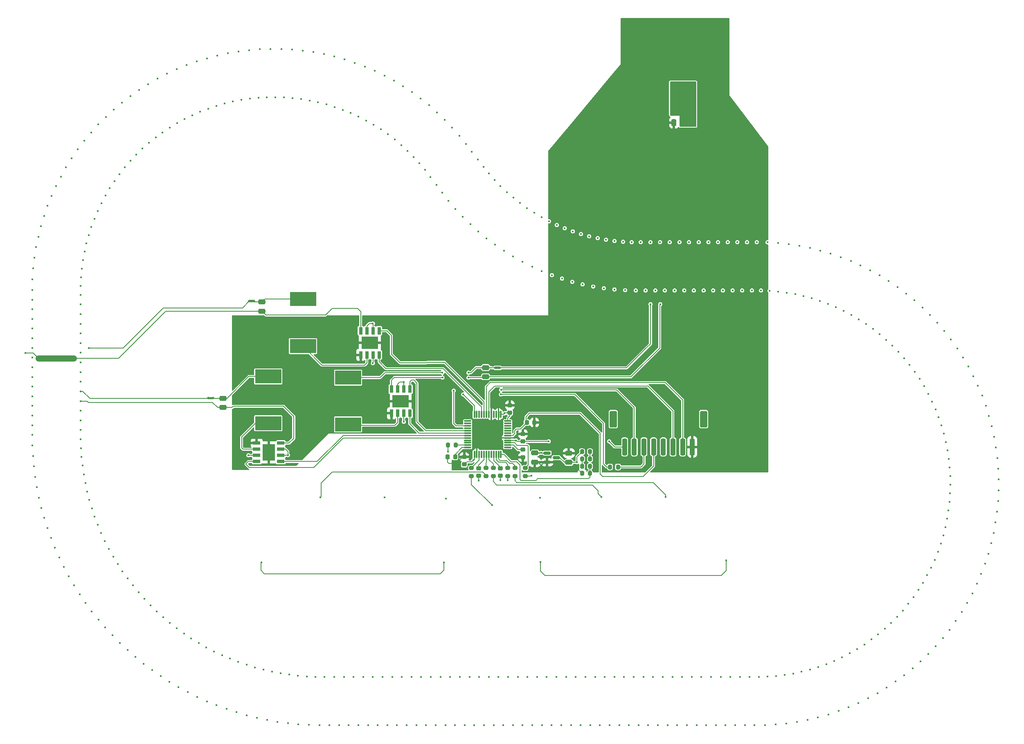
<source format=gbr>
%TF.GenerationSoftware,KiCad,Pcbnew,6.0.2+dfsg-1*%
%TF.CreationDate,2022-11-18T11:13:06-08:00*%
%TF.ProjectId,slot_track,736c6f74-5f74-4726-9163-6b2e6b696361,rev?*%
%TF.SameCoordinates,Original*%
%TF.FileFunction,Copper,L4,Bot*%
%TF.FilePolarity,Positive*%
%FSLAX46Y46*%
G04 Gerber Fmt 4.6, Leading zero omitted, Abs format (unit mm)*
G04 Created by KiCad (PCBNEW 6.0.2+dfsg-1) date 2022-11-18 11:13:06*
%MOMM*%
%LPD*%
G01*
G04 APERTURE LIST*
G04 Aperture macros list*
%AMRoundRect*
0 Rectangle with rounded corners*
0 $1 Rounding radius*
0 $2 $3 $4 $5 $6 $7 $8 $9 X,Y pos of 4 corners*
0 Add a 4 corners polygon primitive as box body*
4,1,4,$2,$3,$4,$5,$6,$7,$8,$9,$2,$3,0*
0 Add four circle primitives for the rounded corners*
1,1,$1+$1,$2,$3*
1,1,$1+$1,$4,$5*
1,1,$1+$1,$6,$7*
1,1,$1+$1,$8,$9*
0 Add four rect primitives between the rounded corners*
20,1,$1+$1,$2,$3,$4,$5,0*
20,1,$1+$1,$4,$5,$6,$7,0*
20,1,$1+$1,$6,$7,$8,$9,0*
20,1,$1+$1,$8,$9,$2,$3,0*%
G04 Aperture macros list end*
%TA.AperFunction,SMDPad,CuDef*%
%ADD10RoundRect,0.200000X0.200000X0.275000X-0.200000X0.275000X-0.200000X-0.275000X0.200000X-0.275000X0*%
%TD*%
%TA.AperFunction,SMDPad,CuDef*%
%ADD11RoundRect,0.200000X-0.200000X-0.275000X0.200000X-0.275000X0.200000X0.275000X-0.200000X0.275000X0*%
%TD*%
%TA.AperFunction,SMDPad,CuDef*%
%ADD12RoundRect,0.250000X-0.250000X-1.500000X0.250000X-1.500000X0.250000X1.500000X-0.250000X1.500000X0*%
%TD*%
%TA.AperFunction,SMDPad,CuDef*%
%ADD13RoundRect,0.250001X-0.499999X-1.449999X0.499999X-1.449999X0.499999X1.449999X-0.499999X1.449999X0*%
%TD*%
%TA.AperFunction,SMDPad,CuDef*%
%ADD14RoundRect,0.225000X0.225000X0.250000X-0.225000X0.250000X-0.225000X-0.250000X0.225000X-0.250000X0*%
%TD*%
%TA.AperFunction,SMDPad,CuDef*%
%ADD15RoundRect,0.225000X-0.250000X0.225000X-0.250000X-0.225000X0.250000X-0.225000X0.250000X0.225000X0*%
%TD*%
%TA.AperFunction,SMDPad,CuDef*%
%ADD16RoundRect,0.250000X0.475000X-0.250000X0.475000X0.250000X-0.475000X0.250000X-0.475000X-0.250000X0*%
%TD*%
%TA.AperFunction,SMDPad,CuDef*%
%ADD17RoundRect,0.075000X0.662500X0.075000X-0.662500X0.075000X-0.662500X-0.075000X0.662500X-0.075000X0*%
%TD*%
%TA.AperFunction,SMDPad,CuDef*%
%ADD18RoundRect,0.075000X0.075000X0.662500X-0.075000X0.662500X-0.075000X-0.662500X0.075000X-0.662500X0*%
%TD*%
%TA.AperFunction,SMDPad,CuDef*%
%ADD19R,0.802000X1.505000*%
%TD*%
%TA.AperFunction,SMDPad,CuDef*%
%ADD20R,3.502000X2.613000*%
%TD*%
%TA.AperFunction,SMDPad,CuDef*%
%ADD21RoundRect,0.200000X0.275000X-0.200000X0.275000X0.200000X-0.275000X0.200000X-0.275000X-0.200000X0*%
%TD*%
%TA.AperFunction,SMDPad,CuDef*%
%ADD22RoundRect,0.225000X0.250000X-0.225000X0.250000X0.225000X-0.250000X0.225000X-0.250000X-0.225000X0*%
%TD*%
%TA.AperFunction,SMDPad,CuDef*%
%ADD23R,5.400000X2.900000*%
%TD*%
%TA.AperFunction,SMDPad,CuDef*%
%ADD24RoundRect,0.150000X-0.587500X-0.150000X0.587500X-0.150000X0.587500X0.150000X-0.587500X0.150000X0*%
%TD*%
%TA.AperFunction,SMDPad,CuDef*%
%ADD25RoundRect,0.250000X0.250000X0.475000X-0.250000X0.475000X-0.250000X-0.475000X0.250000X-0.475000X0*%
%TD*%
%TA.AperFunction,SMDPad,CuDef*%
%ADD26RoundRect,0.825000X-0.825000X-1.205000X0.825000X-1.205000X0.825000X1.205000X-0.825000X1.205000X0*%
%TD*%
%TA.AperFunction,SMDPad,CuDef*%
%ADD27RoundRect,0.952500X-0.952500X-2.222500X0.952500X-2.222500X0.952500X2.222500X-0.952500X2.222500X0*%
%TD*%
%TA.AperFunction,SMDPad,CuDef*%
%ADD28RoundRect,0.825000X-0.825000X-2.350000X0.825000X-2.350000X0.825000X2.350000X-0.825000X2.350000X0*%
%TD*%
%TA.AperFunction,SMDPad,CuDef*%
%ADD29RoundRect,0.200000X-0.275000X0.200000X-0.275000X-0.200000X0.275000X-0.200000X0.275000X0.200000X0*%
%TD*%
%TA.AperFunction,SMDPad,CuDef*%
%ADD30C,0.500000*%
%TD*%
%TA.AperFunction,SMDPad,CuDef*%
%ADD31R,1.505000X0.802000*%
%TD*%
%TA.AperFunction,SMDPad,CuDef*%
%ADD32R,2.613000X3.502000*%
%TD*%
%TA.AperFunction,SMDPad,CuDef*%
%ADD33RoundRect,0.250000X-0.475000X0.250000X-0.475000X-0.250000X0.475000X-0.250000X0.475000X0.250000X0*%
%TD*%
%TA.AperFunction,ViaPad*%
%ADD34C,0.450000*%
%TD*%
%TA.AperFunction,Conductor*%
%ADD35C,0.200000*%
%TD*%
%TA.AperFunction,Conductor*%
%ADD36C,1.250000*%
%TD*%
G04 APERTURE END LIST*
%TO.C,NT1*%
G36*
X195510000Y-130150000D02*
G01*
X194510000Y-130150000D01*
X194510000Y-129650000D01*
X195510000Y-129650000D01*
X195510000Y-130150000D01*
G37*
%TO.C,NT2*%
G36*
X136120000Y-136420000D02*
G01*
X135120000Y-136420000D01*
X135120000Y-135920000D01*
X136120000Y-135920000D01*
X136120000Y-136420000D01*
G37*
%TO.C,NT5*%
G36*
X144600000Y-116350000D02*
G01*
X143600000Y-116350000D01*
X143600000Y-115850000D01*
X144600000Y-115850000D01*
X144600000Y-116350000D01*
G37*
%TD*%
D10*
%TO.P,R12,1*%
%TO.N,/SWCLK*%
X219925000Y-150400000D03*
%TO.P,R12,2*%
%TO.N,Net-(U1-Pad37)*%
X218275000Y-150400000D03*
%TD*%
D11*
%TO.P,R11,1*%
%TO.N,GND*%
X212475000Y-151750000D03*
%TO.P,R11,2*%
%TO.N,/VBUS_SENSE*%
X214125000Y-151750000D03*
%TD*%
D10*
%TO.P,R10,1*%
%TO.N,/VBUS_SENSE*%
X214125000Y-150250000D03*
%TO.P,R10,2*%
%TO.N,Net-(R10-Pad2)*%
X212475000Y-150250000D03*
%TD*%
D11*
%TO.P,R9,1*%
%TO.N,Net-(R10-Pad2)*%
X212475000Y-148750000D03*
%TO.P,R9,2*%
%TO.N,Net-(R8-Pad1)*%
X214125000Y-148750000D03*
%TD*%
D10*
%TO.P,R8,1*%
%TO.N,Net-(R8-Pad1)*%
X214125000Y-147250000D03*
%TO.P,R8,2*%
%TO.N,VBUS*%
X212475000Y-147250000D03*
%TD*%
D12*
%TO.P,J2,1,Pin_1*%
%TO.N,VCC*%
X221300000Y-146250000D03*
%TO.P,J2,2,Pin_2*%
%TO.N,/SWDIO*%
X223300000Y-146250000D03*
%TO.P,J2,3,Pin_3*%
%TO.N,/SWCLK*%
X225300000Y-146250000D03*
%TO.P,J2,4,Pin_4*%
%TO.N,/NRST*%
X227300000Y-146250000D03*
%TO.P,J2,5,Pin_5*%
%TO.N,unconnected-(J2-Pad5)*%
X229300000Y-146250000D03*
%TO.P,J2,6,Pin_6*%
%TO.N,/UART_RX*%
X231300000Y-146250000D03*
%TO.P,J2,7,Pin_7*%
%TO.N,/UART_TX*%
X233300000Y-146250000D03*
%TO.P,J2,8,Pin_8*%
%TO.N,GND*%
X235300000Y-146250000D03*
D13*
%TO.P,J2,MP*%
%TO.N,N/C*%
X237650000Y-140500000D03*
X218950000Y-140500000D03*
%TD*%
D14*
%TO.P,C14,1*%
%TO.N,/G6_SAMPLE*%
X186225000Y-148350000D03*
%TO.P,C14,2*%
%TO.N,GND*%
X184675000Y-148350000D03*
%TD*%
D15*
%TO.P,C13,1*%
%TO.N,/G3_SAMPLE*%
X191100000Y-150675000D03*
%TO.P,C13,2*%
%TO.N,GND*%
X191100000Y-152225000D03*
%TD*%
%TO.P,C12,1*%
%TO.N,/G2_SAMPLE*%
X195600000Y-150675000D03*
%TO.P,C12,2*%
%TO.N,GND*%
X195600000Y-152225000D03*
%TD*%
%TO.P,C11,1*%
%TO.N,/G1_SAMPLE*%
X200250000Y-146825000D03*
%TO.P,C11,2*%
%TO.N,GND*%
X200250000Y-148375000D03*
%TD*%
D16*
%TO.P,C10,1*%
%TO.N,/1B_P*%
X138130000Y-138100000D03*
%TO.P,C10,2*%
%TO.N,Net-(C10-Pad2)*%
X138130000Y-136200000D03*
%TD*%
D17*
%TO.P,U1,1,VBAT*%
%TO.N,VCC*%
X197112500Y-140900000D03*
%TO.P,U1,2,PC13*%
%TO.N,unconnected-(U1-Pad2)*%
X197112500Y-141400000D03*
%TO.P,U1,3,PC14*%
%TO.N,unconnected-(U1-Pad3)*%
X197112500Y-141900000D03*
%TO.P,U1,4,PC15*%
%TO.N,unconnected-(U1-Pad4)*%
X197112500Y-142400000D03*
%TO.P,U1,5,PF0*%
%TO.N,unconnected-(U1-Pad5)*%
X197112500Y-142900000D03*
%TO.P,U1,6,PF1*%
%TO.N,unconnected-(U1-Pad6)*%
X197112500Y-143400000D03*
%TO.P,U1,7,NRST*%
%TO.N,/NRST*%
X197112500Y-143900000D03*
%TO.P,U1,8,VSSA*%
%TO.N,GND*%
X197112500Y-144400000D03*
%TO.P,U1,9,VDDA*%
%TO.N,VCC*%
X197112500Y-144900000D03*
%TO.P,U1,10,PA0*%
%TO.N,Net-(R4-Pad1)*%
X197112500Y-145400000D03*
%TO.P,U1,11,PA1*%
%TO.N,/G1_SAMPLE*%
X197112500Y-145900000D03*
%TO.P,U1,12,PA2*%
%TO.N,unconnected-(U1-Pad12)*%
X197112500Y-146400000D03*
D18*
%TO.P,U1,13,PA3*%
%TO.N,/VBUS_SENSE*%
X195700000Y-147812500D03*
%TO.P,U1,14,PA4*%
%TO.N,Net-(R6-Pad1)*%
X195200000Y-147812500D03*
%TO.P,U1,15,PA5*%
%TO.N,Net-(R7-Pad1)*%
X194700000Y-147812500D03*
%TO.P,U1,16,PA6*%
%TO.N,/G2_SAMPLE*%
X194200000Y-147812500D03*
%TO.P,U1,17,PA7*%
%TO.N,unconnected-(U1-Pad17)*%
X193700000Y-147812500D03*
%TO.P,U1,18,PB0*%
%TO.N,Net-(R1-Pad2)*%
X193200000Y-147812500D03*
%TO.P,U1,19,PB1*%
%TO.N,Net-(R2-Pad2)*%
X192700000Y-147812500D03*
%TO.P,U1,20,PB2*%
%TO.N,/G3_SAMPLE*%
X192200000Y-147812500D03*
%TO.P,U1,21,PB10*%
%TO.N,unconnected-(U1-Pad21)*%
X191700000Y-147812500D03*
%TO.P,U1,22,PB11*%
%TO.N,Net-(R3-Pad2)*%
X191200000Y-147812500D03*
%TO.P,U1,23,VSS*%
%TO.N,GND*%
X190700000Y-147812500D03*
%TO.P,U1,24,VDD*%
%TO.N,VCC*%
X190200000Y-147812500D03*
D17*
%TO.P,U1,25,PB12*%
%TO.N,/G6_SAMPLE*%
X188787500Y-146400000D03*
%TO.P,U1,26,PB13*%
%TO.N,Net-(R5-Pad1)*%
X188787500Y-145900000D03*
%TO.P,U1,27,PB14*%
%TO.N,unconnected-(U1-Pad27)*%
X188787500Y-145400000D03*
%TO.P,U1,28,PB15*%
%TO.N,unconnected-(U1-Pad28)*%
X188787500Y-144900000D03*
%TO.P,U1,29,PA8*%
%TO.N,/B_IN2*%
X188787500Y-144400000D03*
%TO.P,U1,30,PA9*%
%TO.N,/B_IN1*%
X188787500Y-143900000D03*
%TO.P,U1,31,PA10*%
%TO.N,/A_IN2*%
X188787500Y-143400000D03*
%TO.P,U1,32,PA11*%
%TO.N,/A_IN1*%
X188787500Y-142900000D03*
%TO.P,U1,33,PA12*%
%TO.N,unconnected-(U1-Pad33)*%
X188787500Y-142400000D03*
%TO.P,U1,34,PA13*%
%TO.N,/SWDIO*%
X188787500Y-141900000D03*
%TO.P,U1,35,PF6*%
%TO.N,unconnected-(U1-Pad35)*%
X188787500Y-141400000D03*
%TO.P,U1,36,PF7*%
%TO.N,unconnected-(U1-Pad36)*%
X188787500Y-140900000D03*
D18*
%TO.P,U1,37,PA14*%
%TO.N,Net-(U1-Pad37)*%
X190200000Y-139487500D03*
%TO.P,U1,38,PA15*%
%TO.N,unconnected-(U1-Pad38)*%
X190700000Y-139487500D03*
%TO.P,U1,39,PB3*%
%TO.N,unconnected-(U1-Pad39)*%
X191200000Y-139487500D03*
%TO.P,U1,40,PB4*%
%TO.N,/G_IN2*%
X191700000Y-139487500D03*
%TO.P,U1,41,PB5*%
%TO.N,/G_IN1*%
X192200000Y-139487500D03*
%TO.P,U1,42,PB6*%
%TO.N,/UART_TX*%
X192700000Y-139487500D03*
%TO.P,U1,43,PB7*%
%TO.N,/UART_RX*%
X193200000Y-139487500D03*
%TO.P,U1,44,BOOT0*%
%TO.N,GND*%
X193700000Y-139487500D03*
%TO.P,U1,45,PB8*%
%TO.N,unconnected-(U1-Pad45)*%
X194200000Y-139487500D03*
%TO.P,U1,46,PB9*%
%TO.N,unconnected-(U1-Pad46)*%
X194700000Y-139487500D03*
%TO.P,U1,47,VSS*%
%TO.N,GND*%
X195200000Y-139487500D03*
%TO.P,U1,48,VDD*%
%TO.N,VCC*%
X195700000Y-139487500D03*
%TD*%
D19*
%TO.P,U5,1,OUT1*%
%TO.N,/1A_P*%
X173045000Y-134302500D03*
%TO.P,U5,2,VM*%
%TO.N,VBUS*%
X174315000Y-134302500D03*
%TO.P,U5,3,VDD*%
X175585000Y-134302500D03*
%TO.P,U5,4,FWD*%
%TO.N,/A_IN1*%
X176855000Y-134302500D03*
%TO.P,U5,5,REV*%
%TO.N,/A_IN2*%
X176855000Y-139297500D03*
%TO.P,U5,6,VREF*%
%TO.N,VBUS*%
X175585000Y-139297500D03*
%TO.P,U5,7,OUT2*%
%TO.N,/1A_N*%
X174315000Y-139297500D03*
%TO.P,U5,8,GND*%
%TO.N,GND*%
X173045000Y-139297500D03*
D20*
%TO.P,U5,9,GND*%
X174950000Y-136800000D03*
%TD*%
D21*
%TO.P,R3,1*%
%TO.N,/STOP*%
X189600000Y-152275000D03*
%TO.P,R3,2*%
%TO.N,Net-(R3-Pad2)*%
X189600000Y-150625000D03*
%TD*%
D15*
%TO.P,C4,1*%
%TO.N,GND*%
X200250000Y-143575000D03*
%TO.P,C4,2*%
%TO.N,VCC*%
X200250000Y-145125000D03*
%TD*%
D22*
%TO.P,C7,1*%
%TO.N,VCC*%
X188100000Y-149875000D03*
%TO.P,C7,2*%
%TO.N,GND*%
X188100000Y-148325000D03*
%TD*%
D23*
%TO.P,L1,1,1*%
%TO.N,/1A_N*%
X164070000Y-141600000D03*
%TO.P,L1,2,2*%
%TO.N,Net-(C8-Pad2)*%
X164070000Y-131900000D03*
%TD*%
D24*
%TO.P,U2,1,GND*%
%TO.N,GND*%
X205262500Y-149425000D03*
%TO.P,U2,2,VO*%
%TO.N,VCC*%
X205262500Y-147525000D03*
%TO.P,U2,3,VI*%
%TO.N,VBUS*%
X207137500Y-148475000D03*
%TD*%
D15*
%TO.P,C5,1*%
%TO.N,GND*%
X197550000Y-137625000D03*
%TO.P,C5,2*%
%TO.N,VCC*%
X197550000Y-139175000D03*
%TD*%
D25*
%TO.P,C3,1*%
%TO.N,VBUS*%
X233410000Y-79130000D03*
%TO.P,C3,2*%
%TO.N,GND*%
X231510000Y-79130000D03*
%TD*%
D26*
%TO.P,J1,1*%
%TO.N,VBUS*%
X233427500Y-73250000D03*
D27*
%TO.P,J1,2*%
%TO.N,GND*%
X225977500Y-64110000D03*
D28*
%TO.P,J1,3*%
X239277500Y-64110000D03*
%TD*%
D29*
%TO.P,R4,1*%
%TO.N,Net-(R4-Pad1)*%
X200700000Y-150625000D03*
%TO.P,R4,2*%
%TO.N,/REV1*%
X200700000Y-152275000D03*
%TD*%
D21*
%TO.P,R2,1*%
%TO.N,/FWD3*%
X192600000Y-152275000D03*
%TO.P,R2,2*%
%TO.N,Net-(R2-Pad2)*%
X192600000Y-150625000D03*
%TD*%
D30*
%TO.P,NT1,1,1*%
%TO.N,Net-(C8-Pad2)*%
X194510000Y-129900000D03*
%TO.P,NT1,2,2*%
%TO.N,/1A_P*%
X195510000Y-129900000D03*
%TD*%
D31*
%TO.P,U3,1,OUT1*%
%TO.N,/1B_P*%
X150147500Y-145475000D03*
%TO.P,U3,2,VM*%
%TO.N,VBUS*%
X150147500Y-146745000D03*
%TO.P,U3,3,VDD*%
X150147500Y-148015000D03*
%TO.P,U3,4,FWD*%
%TO.N,/B_IN1*%
X150147500Y-149285000D03*
%TO.P,U3,5,REV*%
%TO.N,/B_IN2*%
X145152500Y-149285000D03*
%TO.P,U3,6,VREF*%
%TO.N,VBUS*%
X145152500Y-148015000D03*
%TO.P,U3,7,OUT2*%
%TO.N,/1B_N*%
X145152500Y-146745000D03*
%TO.P,U3,8,GND*%
%TO.N,GND*%
X145152500Y-145475000D03*
D32*
%TO.P,U3,9,GND*%
X147650000Y-147380000D03*
%TD*%
D19*
%TO.P,U4,1,OUT1*%
%TO.N,/G1_P*%
X166665000Y-122202500D03*
%TO.P,U4,2,VM*%
%TO.N,VBUS*%
X167935000Y-122202500D03*
%TO.P,U4,3,VDD*%
X169205000Y-122202500D03*
%TO.P,U4,4,FWD*%
%TO.N,/G_IN1*%
X170475000Y-122202500D03*
%TO.P,U4,5,REV*%
%TO.N,/G_IN2*%
X170475000Y-127197500D03*
%TO.P,U4,6,VREF*%
%TO.N,VBUS*%
X169205000Y-127197500D03*
%TO.P,U4,7,OUT2*%
%TO.N,/G1_N*%
X167935000Y-127197500D03*
%TO.P,U4,8,GND*%
%TO.N,GND*%
X166665000Y-127197500D03*
D20*
%TO.P,U4,9,GND*%
X168570000Y-124700000D03*
%TD*%
D23*
%TO.P,L2,1,1*%
%TO.N,/1B_N*%
X147545000Y-141370000D03*
%TO.P,L2,2,2*%
%TO.N,Net-(C10-Pad2)*%
X147545000Y-131670000D03*
%TD*%
D16*
%TO.P,C2,1*%
%TO.N,VBUS*%
X209750000Y-149450000D03*
%TO.P,C2,2*%
%TO.N,GND*%
X209750000Y-147550000D03*
%TD*%
D29*
%TO.P,R6,1*%
%TO.N,Net-(R6-Pad1)*%
X198600000Y-150625000D03*
%TO.P,R6,2*%
%TO.N,/REV2*%
X198600000Y-152275000D03*
%TD*%
%TO.P,R7,2*%
%TO.N,/FWD2*%
X197100000Y-152275000D03*
%TO.P,R7,1*%
%TO.N,Net-(R7-Pad1)*%
X197100000Y-150625000D03*
%TD*%
D21*
%TO.P,R1,1*%
%TO.N,/REV3*%
X194100000Y-152275000D03*
%TO.P,R1,2*%
%TO.N,Net-(R1-Pad2)*%
X194100000Y-150625000D03*
%TD*%
D30*
%TO.P,NT2,1,1*%
%TO.N,Net-(C10-Pad2)*%
X136120000Y-136170000D03*
%TO.P,NT2,2,2*%
%TO.N,/1B_P*%
X135120000Y-136170000D03*
%TD*%
%TO.P,NT5,1,1*%
%TO.N,Net-(C9-Pad2)*%
X144600000Y-116100000D03*
%TO.P,NT5,2,2*%
%TO.N,/G1_P*%
X143600000Y-116100000D03*
%TD*%
D14*
%TO.P,C1,1*%
%TO.N,GND*%
X202625000Y-141200000D03*
%TO.P,C1,2*%
%TO.N,/NRST*%
X201075000Y-141200000D03*
%TD*%
D16*
%TO.P,C9,1*%
%TO.N,/G1_P*%
X146250000Y-118150000D03*
%TO.P,C9,2*%
%TO.N,Net-(C9-Pad2)*%
X146250000Y-116250000D03*
%TD*%
%TO.P,C8,1*%
%TO.N,/1A_P*%
X192530000Y-131740000D03*
%TO.P,C8,2*%
%TO.N,Net-(C8-Pad2)*%
X192530000Y-129840000D03*
%TD*%
D23*
%TO.P,L3,1,1*%
%TO.N,/G1_N*%
X154730000Y-125380000D03*
%TO.P,L3,2,2*%
%TO.N,Net-(C9-Pad2)*%
X154730000Y-115680000D03*
%TD*%
D33*
%TO.P,C6,1*%
%TO.N,VCC*%
X202725000Y-147500000D03*
%TO.P,C6,2*%
%TO.N,GND*%
X202725000Y-149400000D03*
%TD*%
D10*
%TO.P,R5,1*%
%TO.N,Net-(R5-Pad1)*%
X186375000Y-145900000D03*
%TO.P,R5,2*%
%TO.N,/FWD1*%
X184725000Y-145900000D03*
%TD*%
D34*
%TO.N,/1A_P*%
X228650000Y-116700000D03*
X226650000Y-116700000D03*
%TO.N,GND*%
X191100000Y-153200000D03*
%TO.N,/FWD2*%
X197100000Y-153125000D03*
%TO.N,GND*%
X200250000Y-149400000D03*
%TO.N,/G1_P*%
X97300000Y-126800000D03*
%TO.N,/1B_P*%
X181121846Y-90412355D03*
X182334180Y-92003030D03*
%TO.N,/1A_P*%
X188469055Y-83555350D03*
X189681389Y-85146025D03*
%TO.N,/1B_P*%
X183546291Y-93593414D03*
%TO.N,/1A_P*%
X190893500Y-86736409D03*
%TO.N,/1B_P*%
X184859700Y-95283799D03*
%TO.N,/1A_P*%
X192087855Y-88302296D03*
%TO.N,/1B_P*%
X186293444Y-96980163D03*
X187801765Y-98611857D03*
%TO.N,/1A_P*%
X193204412Y-89684539D03*
X194381766Y-91016385D03*
%TO.N,/1B_P*%
X189380409Y-100174278D03*
X191027596Y-101665664D03*
%TO.N,/1A_P*%
X195616595Y-92294075D03*
X196907508Y-93516170D03*
%TO.N,/1B_P*%
X192738680Y-103081809D03*
X194511732Y-104421117D03*
%TO.N,/1A_P*%
X198250863Y-94679224D03*
X199645147Y-95781924D03*
%TO.N,/1B_P*%
X196341750Y-105679810D03*
X198226673Y-106856468D03*
%TO.N,/1A_P*%
X201086425Y-96821160D03*
X202573074Y-97795761D03*
%TO.N,/1B_P*%
X200161182Y-107947774D03*
X202143099Y-108952496D03*
%TO.N,/1A_P*%
X204100900Y-98702979D03*
X205668181Y-99541789D03*
%TO.N,/1B_P*%
X204166831Y-109867801D03*
X206230098Y-110692658D03*
%TO.N,/1A_P*%
X207270497Y-100309827D03*
X208906040Y-101006226D03*
%TO.N,/1B_P*%
X208327079Y-111424738D03*
X210455413Y-112063218D03*
%TO.N,/1A_P*%
X210570197Y-101629023D03*
X212261094Y-102177514D03*
%TO.N,/1B_P*%
X212609093Y-112606295D03*
X214785695Y-113053359D03*
%TO.N,/1A_P*%
X213973959Y-102650154D03*
X215706863Y-103046408D03*
%TO.N,/1B_P*%
X216979076Y-113403148D03*
X219186766Y-113655267D03*
%TO.N,/1A_P*%
X217454917Y-103365160D03*
X219216151Y-103606051D03*
%TO.N,/1B_P*%
X221402744Y-113809016D03*
X223624098Y-113864192D03*
%TO.N,/1A_P*%
X220985763Y-103768411D03*
X222761426Y-103852029D03*
%TO.N,/1B_P*%
X225636121Y-113864362D03*
X227636121Y-113864362D03*
%TO.N,/1A_P*%
X224636121Y-103864362D03*
X226636121Y-103864362D03*
%TO.N,/1B_P*%
X229635273Y-113864362D03*
X231635273Y-113864362D03*
%TO.N,/1A_P*%
X228635273Y-103864362D03*
X230635273Y-103864362D03*
%TO.N,/1B_P*%
X233634425Y-113864362D03*
X235634425Y-113864362D03*
%TO.N,/1A_P*%
X232634425Y-103864362D03*
X234634425Y-103864362D03*
%TO.N,/1B_P*%
X237633577Y-113864362D03*
X239633577Y-113864362D03*
%TO.N,/1A_P*%
X236633577Y-103864362D03*
X238633577Y-103864362D03*
%TO.N,/1B_P*%
X241632730Y-113864362D03*
X243632730Y-113864362D03*
%TO.N,/1A_P*%
X240632730Y-103864362D03*
X242632730Y-103864362D03*
%TO.N,/1B_P*%
X245631882Y-113864362D03*
X247631882Y-113864362D03*
%TO.N,/1A_P*%
X244631882Y-103864362D03*
X246631882Y-103864362D03*
X248631867Y-103864362D03*
%TO.N,/1B_P*%
X249527825Y-113872874D03*
X251303825Y-113949026D03*
%TO.N,/1A_P*%
X250844638Y-103910263D03*
%TO.N,/1B_P*%
X253073938Y-114103927D03*
X254836170Y-114337404D03*
%TO.N,/1A_P*%
X253061035Y-104054676D03*
X255269767Y-104297503D03*
%TO.N,/1B_P*%
X256585550Y-114648798D03*
X258320106Y-115037757D03*
%TO.N,/1A_P*%
X257464601Y-104638059D03*
X259643064Y-105075960D03*
%TO.N,/1B_P*%
X260034945Y-115503184D03*
X261728135Y-116044555D03*
%TO.N,/1A_P*%
X261799011Y-105609970D03*
X263930012Y-106239488D03*
%TO.N,/1B_P*%
X263394898Y-116660343D03*
X265033357Y-117349854D03*
%TO.N,/1A_P*%
X266030056Y-106962738D03*
X268096776Y-107778904D03*
%TO.N,/1B_P*%
X266638890Y-118111143D03*
X268209687Y-118943351D03*
%TO.N,/1A_P*%
X270124341Y-108685685D03*
X272110468Y-109682059D03*
%TO.N,/1B_P*%
X269741317Y-119844131D03*
X271232054Y-120812468D03*
%TO.N,/1A_P*%
X274049552Y-110765214D03*
X275939410Y-111933931D03*
%TO.N,/1B_P*%
X272677693Y-121845630D03*
X274076604Y-122942453D03*
%TO.N,/1A_P*%
X277774708Y-113184911D03*
X279553381Y-114516746D03*
%TO.N,/1B_P*%
X275424842Y-124099843D03*
X276720886Y-125316496D03*
%TO.N,/1A_P*%
X281270408Y-115925679D03*
X282923857Y-117410121D03*
%TO.N,/1B_P*%
X277961081Y-126588978D03*
X279144028Y-127915858D03*
%TO.N,/1A_P*%
X284509061Y-118965884D03*
X286024235Y-120591217D03*
%TO.N,/1B_P*%
X280266392Y-129293390D03*
X281326907Y-130720023D03*
%TO.N,/1A_P*%
X287465105Y-122281533D03*
X288830047Y-124034927D03*
%TO.N,/1B_P*%
X282322581Y-132191732D03*
X283252293Y-133706859D03*
%TO.N,/1A_P*%
X290115210Y-125846455D03*
X291319146Y-127714073D03*
%TO.N,/1B_P*%
X284113419Y-135261130D03*
X284904989Y-136852793D03*
%TO.N,/1A_P*%
X292438458Y-129632513D03*
X293471886Y-131599614D03*
%TO.N,/1B_P*%
X285624771Y-138477357D03*
X286271952Y-140132993D03*
%TO.N,/1A_P*%
X294416514Y-133609826D03*
X295271277Y-135660884D03*
%TO.N,/1B_P*%
X286844708Y-141815029D03*
X287342393Y-143521571D03*
%TO.N,/1A_P*%
X296033765Y-137747002D03*
X296703117Y-139865828D03*
%TO.N,/1B_P*%
X287763602Y-145247803D03*
X288107862Y-146991781D03*
%TO.N,/1A_P*%
X297277446Y-142011387D03*
X297756104Y-144181259D03*
%TO.N,/1B_P*%
X288374201Y-148748585D03*
X288562319Y-150516234D03*
%TO.N,/1A_P*%
X298137742Y-146369323D03*
X298421928Y-148573115D03*
%TO.N,/1B_P*%
X288671685Y-152289744D03*
X288702176Y-154067113D03*
%TO.N,/1A_P*%
X298607862Y-150786416D03*
X298695334Y-153006733D03*
%TO.N,/1B_P*%
X288653706Y-155843330D03*
X288526329Y-157616392D03*
%TO.N,/1A_P*%
X298684096Y-155227802D03*
X298574163Y-157447121D03*
%TO.N,/1B_P*%
X288320406Y-159381298D03*
X288036167Y-161136058D03*
%TO.N,/1A_P*%
X298365843Y-159658427D03*
X298059372Y-161859230D03*
%TO.N,/1B_P*%
X287674415Y-162875722D03*
X287235558Y-164598330D03*
%TO.N,/1A_P*%
X297655614Y-164043322D03*
X297155024Y-166208239D03*
%TO.N,/1B_P*%
X286720833Y-166299022D03*
X286130821Y-167975882D03*
%TO.N,/1A_P*%
X296559014Y-168347876D03*
X295868257Y-170459822D03*
%TO.N,/1B_P*%
X285467186Y-169624179D03*
X284730675Y-171242056D03*
%TO.N,/1A_P*%
X295084700Y-172538117D03*
X294209226Y-174580421D03*
%TO.N,/1B_P*%
X283923367Y-172824949D03*
X283046172Y-174371074D03*
%TO.N,/1A_P*%
X293244306Y-176580972D03*
X292191027Y-178537515D03*
%TO.N,/1B_P*%
X282101563Y-175876069D03*
X281090606Y-177338238D03*
%TO.N,/1A_P*%
X291052360Y-180444532D03*
X289829588Y-182299872D03*
%TO.N,/1B_P*%
X280016152Y-178753457D03*
X278879413Y-180120130D03*
%TO.N,/1A_P*%
X288526161Y-184098302D03*
X287143547Y-185837796D03*
%TO.N,/1B_P*%
X277683594Y-181434403D03*
X276430044Y-182694794D03*
%TO.N,/1A_P*%
X285685647Y-187513446D03*
X284154104Y-189123364D03*
%TO.N,/1B_P*%
X275122298Y-183897748D03*
X273761832Y-185041909D03*
%TO.N,/1A_P*%
X282553239Y-190663008D03*
X280884855Y-192130643D03*
%TO.N,/1B_P*%
X272352481Y-186124048D03*
X270895835Y-187142948D03*
%TO.N,/1A_P*%
X279153659Y-193522129D03*
X277361601Y-194835898D03*
%TO.N,/1B_P*%
X269396003Y-188095733D03*
X267854675Y-188981330D03*
%TO.N,/1A_P*%
X275513738Y-196068244D03*
X273612152Y-197217778D03*
%TO.N,/1B_P*%
X266276199Y-189797241D03*
X264662355Y-190542545D03*
%TO.N,/1A_P*%
X271662207Y-198281257D03*
X269666100Y-199257483D03*
%TO.N,/1B_P*%
X263017693Y-191215141D03*
X261344069Y-191814270D03*
%TO.N,/1A_P*%
X267629463Y-200143702D03*
X265554590Y-200938914D03*
%TO.N,/1B_P*%
X259646204Y-192338243D03*
X257926010Y-192786469D03*
%TO.N,/1A_P*%
X263447336Y-201640877D03*
X261310074Y-202248800D03*
%TO.N,/1B_P*%
X256188340Y-193157683D03*
X254435153Y-193451467D03*
%TO.N,/1A_P*%
X259148834Y-202760968D03*
X256966051Y-203176803D03*
%TO.N,/1B_P*%
X252671394Y-193666992D03*
X250899052Y-193804017D03*
%TO.N,/1A_P*%
X254767884Y-203495133D03*
X252556808Y-203715599D03*
%TO.N,/1B_P*%
X249122649Y-193862158D03*
%TO.N,/1A_P*%
X250338468Y-203837597D03*
%TO.N,/1B_P*%
X247175689Y-193864362D03*
%TO.N,/1A_P*%
X248175689Y-203864362D03*
%TO.N,/1B_P*%
X245176537Y-193864362D03*
X243176537Y-193864362D03*
%TO.N,/1A_P*%
X246176537Y-203864362D03*
X244176537Y-203864362D03*
%TO.N,/1B_P*%
X241177385Y-193864362D03*
X239177385Y-193864362D03*
%TO.N,/1A_P*%
X242177385Y-203864362D03*
X240177385Y-203864362D03*
%TO.N,/1B_P*%
X237178233Y-193864362D03*
X235178233Y-193864362D03*
%TO.N,/1A_P*%
X238178233Y-203864362D03*
X236178233Y-203864362D03*
%TO.N,/1B_P*%
X233179081Y-193864362D03*
X231179081Y-193864362D03*
%TO.N,/1A_P*%
X234179081Y-203864362D03*
X232179081Y-203864362D03*
%TO.N,/1B_P*%
X229179928Y-193864362D03*
X227179928Y-193864362D03*
%TO.N,/1A_P*%
X230179928Y-203864362D03*
X228179928Y-203864362D03*
%TO.N,/1B_P*%
X225180776Y-193864362D03*
X223180776Y-193864362D03*
%TO.N,/1A_P*%
X226180776Y-203864362D03*
X224180776Y-203864362D03*
%TO.N,/1B_P*%
X221181624Y-193864362D03*
X219181624Y-193864362D03*
%TO.N,/1A_P*%
X222181624Y-203864362D03*
X220181624Y-203864362D03*
%TO.N,/1B_P*%
X217182472Y-193864362D03*
X215182472Y-193864362D03*
%TO.N,/1A_P*%
X218182472Y-203864362D03*
X216182472Y-203864362D03*
%TO.N,/1B_P*%
X213183320Y-193864362D03*
X211183320Y-193864362D03*
%TO.N,/1A_P*%
X214183320Y-203864362D03*
X212183320Y-203864362D03*
%TO.N,/1B_P*%
X209184167Y-193864362D03*
X207184167Y-193864362D03*
%TO.N,/1A_P*%
X210184167Y-203864362D03*
X208184167Y-203864362D03*
%TO.N,/1B_P*%
X205185015Y-193864362D03*
X203185015Y-193864362D03*
%TO.N,/1A_P*%
X206185015Y-203864362D03*
X204185015Y-203864362D03*
%TO.N,/1B_P*%
X201185863Y-193864362D03*
X199185863Y-193864362D03*
%TO.N,/1A_P*%
X202185863Y-203864362D03*
X200185863Y-203864362D03*
%TO.N,/1B_P*%
X197186711Y-193864362D03*
X195186711Y-193864362D03*
%TO.N,/1A_P*%
X198186711Y-203864362D03*
X196186711Y-203864362D03*
%TO.N,/1B_P*%
X193187559Y-193864362D03*
X191187559Y-193864362D03*
%TO.N,/1A_P*%
X194187559Y-203864362D03*
X192187559Y-203864362D03*
%TO.N,/1B_P*%
X189188406Y-193864362D03*
X187188406Y-193864362D03*
%TO.N,/1A_P*%
X190188406Y-203864362D03*
X188188406Y-203864362D03*
%TO.N,/1B_P*%
X185189254Y-193864362D03*
X183189254Y-193864362D03*
%TO.N,/1A_P*%
X186189254Y-203864362D03*
X184189254Y-203864362D03*
%TO.N,/1B_P*%
X181190102Y-193864362D03*
X179190102Y-193864362D03*
%TO.N,/1A_P*%
X182190102Y-203864362D03*
X180190102Y-203864362D03*
%TO.N,/1B_P*%
X177190950Y-193864362D03*
X175190950Y-193864362D03*
%TO.N,/1A_P*%
X178190950Y-203864362D03*
X176190950Y-203864362D03*
%TO.N,/1B_P*%
X173191798Y-193864362D03*
X171191798Y-193864362D03*
%TO.N,/1A_P*%
X174191798Y-203864362D03*
X172191798Y-203864362D03*
%TO.N,/1B_P*%
X169192645Y-193864362D03*
X167192645Y-193864362D03*
%TO.N,/1A_P*%
X170192645Y-203864362D03*
X168192645Y-203864362D03*
%TO.N,/1B_P*%
X165193493Y-193864362D03*
X163193493Y-193864362D03*
%TO.N,/1A_P*%
X166193493Y-203864362D03*
X164193493Y-203864362D03*
%TO.N,/1B_P*%
X161194233Y-193864362D03*
X159194233Y-193864362D03*
%TO.N,/1A_P*%
X162194233Y-203864362D03*
X160194233Y-203864362D03*
%TO.N,/1B_P*%
X157332406Y-193845582D03*
X155516213Y-193762723D03*
%TO.N,/1A_P*%
X158149060Y-203861808D03*
X155968182Y-203802017D03*
%TO.N,/1B_P*%
X153705001Y-193613966D03*
X151899627Y-193399383D03*
%TO.N,/1A_P*%
X153791840Y-203663054D03*
X151621068Y-203444985D03*
%TO.N,/1B_P*%
X150104007Y-193119439D03*
X148318992Y-192774267D03*
%TO.N,/1A_P*%
X149460573Y-203148283D03*
X147311379Y-202773088D03*
%TO.N,/1B_P*%
X146548455Y-192364615D03*
X144793233Y-191890678D03*
%TO.N,/1A_P*%
X145178147Y-202320215D03*
X143061889Y-201789878D03*
%TO.N,/1B_P*%
X143057133Y-191353482D03*
X141340980Y-190753284D03*
%TO.N,/1A_P*%
X140967194Y-201183226D03*
X138895056Y-200500549D03*
%TO.N,/1B_P*%
X139648494Y-190091384D03*
X137980478Y-189368097D03*
%TO.N,/1A_P*%
X136849968Y-199743325D03*
X134832900Y-198911915D03*
%TO.N,/1B_P*%
X136340550Y-188584991D03*
X134729487Y-187742438D03*
%TO.N,/1A_P*%
X132848226Y-198008122D03*
X130896888Y-197032373D03*
%TO.N,/1B_P*%
X133150783Y-186842264D03*
X131605187Y-185884896D03*
%TO.N,/1A_P*%
X128983117Y-195986785D03*
X127107821Y-194871854D03*
%TO.N,/1B_P*%
X130096050Y-184872411D03*
X128624088Y-183805289D03*
%TO.N,/1A_P*%
X125275067Y-193689998D03*
X123485724Y-192441777D03*
%TO.N,/1B_P*%
X127192494Y-182685844D03*
X125801945Y-181514607D03*
%TO.N,/1A_P*%
X121743671Y-191129898D03*
X120049736Y-189754984D03*
%TO.N,/1B_P*%
X124455459Y-180294118D03*
X123153673Y-179024956D03*
%TO.N,/1A_P*%
X118407592Y-188320015D03*
X116818018Y-186825673D03*
%TO.N,/1B_P*%
X121899410Y-177709872D03*
X120693265Y-176349491D03*
%TO.N,/1A_P*%
X115284460Y-185275198D03*
X113807647Y-183669325D03*
%TO.N,/1B_P*%
X119537855Y-174946763D03*
X118433726Y-173502353D03*
%TO.N,/1A_P*%
X112390780Y-182011537D03*
X111034532Y-180302620D03*
%TO.N,/1B_P*%
X117383274Y-172019394D03*
X116386996Y-170498588D03*
%TO.N,/1A_P*%
X109741843Y-178546280D03*
X108513328Y-176743351D03*
%TO.N,/1B_P*%
X115447053Y-168943233D03*
X114563890Y-167354069D03*
%TO.N,/1A_P*%
X107351650Y-174897741D03*
X106257359Y-173010326D03*
%TO.N,/1B_P*%
X113739424Y-165734539D03*
X112974044Y-164085414D03*
%TO.N,/1A_P*%
X105232830Y-171085200D03*
X104278547Y-169123274D03*
%TO.N,/1B_P*%
X112269412Y-162410268D03*
X111625860Y-160709897D03*
%TO.N,/1A_P*%
X103396581Y-167128805D03*
X102587350Y-165102737D03*
%TO.N,/1B_P*%
X111044785Y-158987988D03*
X110526462Y-157245357D03*
%TO.N,/1A_P*%
X101852608Y-163049465D03*
X101192705Y-160969962D03*
%TO.N,/1B_P*%
X110072015Y-155485784D03*
X109681660Y-153710103D03*
%TO.N,/1A_P*%
X100609070Y-158868738D03*
X100101982Y-156746789D03*
%TO.N,/1B_P*%
X109356244Y-151922164D03*
X109095919Y-150122817D03*
%TO.N,/1A_P*%
X99672539Y-154608717D03*
X99320945Y-152455536D03*
%TO.N,/1B_P*%
X108901252Y-148315962D03*
X108772334Y-146502457D03*
%TO.N,/1A_P*%
X99047963Y-150291916D03*
X98853722Y-148118882D03*
%TO.N,/1B_P*%
X108709439Y-144685830D03*
%TO.N,/1A_P*%
X98738626Y-145940663D03*
%TO.N,/1B_P*%
X108702691Y-142768462D03*
%TO.N,/1A_P*%
X98702691Y-143768462D03*
%TO.N,/1B_P*%
X108702691Y-140769310D03*
X108702691Y-138769310D03*
%TO.N,/1A_P*%
X98702691Y-141769310D03*
X98702691Y-139769310D03*
%TO.N,/1B_P*%
X108702691Y-136770158D03*
X108702691Y-134770158D03*
%TO.N,/1A_P*%
X98702691Y-137770158D03*
X98702691Y-135770158D03*
%TO.N,/1B_P*%
X108702691Y-132771006D03*
X108702691Y-130771006D03*
%TO.N,/1A_P*%
X98702691Y-133771006D03*
X98702691Y-131771006D03*
%TO.N,/1B_P*%
X108702691Y-128771853D03*
X108702691Y-126771853D03*
%TO.N,/1A_P*%
X98702691Y-129771853D03*
X98702691Y-127771853D03*
%TO.N,/1B_P*%
X108702691Y-124772701D03*
X108702691Y-122772701D03*
%TO.N,/1A_P*%
X98702691Y-125772701D03*
X98702691Y-123772701D03*
%TO.N,/1B_P*%
X108702691Y-120773549D03*
X108702691Y-118773549D03*
%TO.N,/1A_P*%
X98702691Y-121773549D03*
X98702691Y-119773549D03*
%TO.N,/1B_P*%
X108702691Y-116774378D03*
X108702691Y-114774378D03*
%TO.N,/1A_P*%
X98702691Y-117774378D03*
X98702691Y-115774378D03*
%TO.N,/1B_P*%
X108714405Y-112896352D03*
X108796902Y-111120636D03*
%TO.N,/1A_P*%
X98702789Y-113765343D03*
X98756562Y-111543954D03*
%TO.N,/1B_P*%
X108958127Y-109351087D03*
X109197898Y-107589701D03*
%TO.N,/1A_P*%
X98908894Y-109328086D03*
X99159611Y-107120237D03*
%TO.N,/1B_P*%
X109515540Y-105841445D03*
X109910693Y-104108289D03*
%TO.N,/1A_P*%
X99508006Y-104926634D03*
X99953687Y-102749749D03*
%TO.N,/1B_P*%
X110382245Y-102395124D03*
X110929662Y-100703880D03*
%TO.N,/1A_P*%
X100495396Y-100595723D03*
X101132524Y-98466985D03*
%TO.N,/1B_P*%
X111551401Y-99039327D03*
X112246761Y-97403341D03*
%TO.N,/1A_P*%
X101863272Y-96369539D03*
X102686817Y-94305748D03*
%TO.N,/1B_P*%
X113013781Y-95800539D03*
X113851596Y-94232725D03*
%TO.N,/1A_P*%
X103600836Y-92281435D03*
X104604299Y-90298881D03*
%TO.N,/1B_P*%
X114757842Y-92704323D03*
X115731499Y-91217055D03*
%TO.N,/1A_P*%
X105694376Y-88363679D03*
X106869837Y-86478009D03*
%TO.N,/1B_P*%
X116769819Y-89775117D03*
X117871634Y-88380133D03*
%TO.N,/1A_P*%
X108127366Y-84647191D03*
X109465548Y-82873289D03*
%TO.N,/1B_P*%
X119033833Y-87036039D03*
X120255108Y-85744350D03*
%TO.N,/1A_P*%
X110880606Y-81161306D03*
X112370945Y-79513172D03*
%TO.N,/1B_P*%
X121532014Y-84508710D03*
X122863111Y-83330510D03*
%TO.N,/1A_P*%
X113932363Y-77933536D03*
X115563098Y-76424178D03*
%TO.N,/1B_P*%
X124244644Y-82213075D03*
X125675057Y-81157664D03*
%TO.N,/1A_P*%
X117258551Y-74989356D03*
X119016811Y-73630688D03*
%TO.N,/1B_P*%
X127150314Y-80167254D03*
X128668753Y-79242962D03*
%TO.N,/1A_P*%
X120832918Y-72352005D03*
X122704826Y-71154749D03*
%TO.N,/1B_P*%
X130226091Y-78387394D03*
X131820571Y-77601515D03*
%TO.N,/1A_P*%
X124627253Y-70042298D03*
X126598034Y-69015905D03*
%TO.N,/1B_P*%
X133447697Y-76887543D03*
X135105635Y-76246280D03*
%TO.N,/1A_P*%
X128611608Y-68078465D03*
X130665706Y-67231035D03*
%TO.N,/1B_P*%
X136789707Y-75679538D03*
X138498015Y-75187953D03*
%TO.N,/1A_P*%
X132754535Y-66476006D03*
X134875740Y-65814228D03*
%TO.N,/1B_P*%
X140225741Y-74772914D03*
X141970938Y-74434887D03*
%TO.N,/1A_P*%
X137023336Y-65247568D03*
X139194905Y-64776665D03*
%TO.N,/1B_P*%
X143728682Y-74174827D03*
X145496993Y-73993025D03*
%TO.N,/1A_P*%
X141384319Y-64402847D03*
X143589112Y-64126536D03*
%TO.N,/1B_P*%
X147270881Y-73889996D03*
X149048349Y-73865856D03*
%TO.N,/1A_P*%
X145803063Y-63948511D03*
X148023678Y-63868973D03*
%TO.N,/1B_P*%
X150824381Y-73920671D03*
X152596977Y-74054382D03*
%TO.N,/1A_P*%
X150244693Y-63888146D03*
X152463605Y-64006008D03*
%TO.N,/1B_P*%
X154361135Y-74266610D03*
X156114868Y-74557116D03*
%TO.N,/1A_P*%
X154674153Y-64222226D03*
X156873847Y-64536559D03*
%TO.N,/1B_P*%
X157853229Y-74925081D03*
X159574258Y-75370090D03*
%TO.N,/1A_P*%
X159056482Y-64948117D03*
X161219597Y-65456439D03*
%TO.N,/1B_P*%
X161273100Y-75890887D03*
X162947841Y-76486887D03*
%TO.N,/1A_P*%
X163357091Y-66060089D03*
X165466555Y-66758387D03*
%TO.N,/1B_P*%
X164593757Y-77156407D03*
X166208992Y-77898693D03*
%TO.N,/1A_P*%
X167542038Y-67549365D03*
X169581201Y-68432129D03*
%TO.N,/1B_P*%
X167788991Y-78711650D03*
X169331972Y-79594364D03*
%TO.N,/1A_P*%
X171578291Y-69404190D03*
X173531059Y-70464453D03*
%TO.N,/1B_P*%
X170833582Y-80544344D03*
X172292130Y-81560518D03*
%TO.N,/1A_P*%
X175433995Y-71609926D03*
X177284955Y-72839319D03*
%TO.N,/1B_P*%
X173703502Y-82640022D03*
X175066105Y-83781637D03*
%TO.N,/1A_P*%
X179078717Y-74149163D03*
X180813260Y-75537983D03*
%TO.N,/1B_P*%
X176376097Y-84982143D03*
X177632002Y-86240189D03*
%TO.N,/1A_P*%
X182483690Y-77001860D03*
X184088126Y-78539145D03*
%TO.N,/1B_P*%
X178830275Y-87552224D03*
X179969568Y-88916770D03*
%TO.N,/1A_P*%
X185622041Y-80145501D03*
X187083706Y-81819118D03*
%TO.N,/STOP*%
X193850000Y-158350000D03*
%TO.N,GND*%
X223500000Y-66000000D03*
X166650000Y-128750000D03*
X225900000Y-67850000D03*
X237100000Y-63000000D03*
X228400000Y-66100000D03*
X198800000Y-144050000D03*
X241500000Y-65100000D03*
X202600000Y-142450000D03*
X228400000Y-65100000D03*
X174950000Y-136800000D03*
X223500000Y-65000000D03*
X237100000Y-64000000D03*
X241500000Y-66900000D03*
X223500000Y-67000000D03*
X211300000Y-147500000D03*
X204025000Y-150100000D03*
X237100000Y-66900000D03*
X241500000Y-66000000D03*
X241500000Y-63100000D03*
X173050000Y-141000000D03*
X223500000Y-64000000D03*
X239300000Y-67800000D03*
X168650000Y-124750000D03*
X223500000Y-63000000D03*
X147600000Y-147350000D03*
X228400000Y-64100000D03*
X241500000Y-64100000D03*
X228400000Y-63100000D03*
X143450000Y-145500000D03*
X237100000Y-65000000D03*
X190700000Y-146450000D03*
X189250000Y-148400000D03*
X228400000Y-67100000D03*
X195200000Y-137850000D03*
X237100000Y-66000000D03*
%TO.N,VBUS*%
X235550000Y-73200000D03*
X175600000Y-132850000D03*
X235550000Y-72050000D03*
X233410000Y-76860000D03*
X234200000Y-75800000D03*
X235550000Y-74400000D03*
X231300000Y-72000000D03*
X169200000Y-120700000D03*
X175600000Y-141050000D03*
X169200000Y-128900000D03*
X211450000Y-149450000D03*
X143450000Y-148000000D03*
X231300000Y-74300000D03*
X151600000Y-147950000D03*
X232600000Y-75800000D03*
X231300000Y-73200000D03*
%TO.N,VCC*%
X198800000Y-144900000D03*
X190000000Y-149000000D03*
X196450000Y-139300000D03*
X204000000Y-147500000D03*
X205600000Y-145100000D03*
X218100000Y-145100000D03*
%TO.N,/SWDIO*%
X185900000Y-134600000D03*
X195750000Y-134450000D03*
%TO.N,Net-(U1-Pad37)*%
X187900000Y-135400000D03*
X195700000Y-135400000D03*
%TO.N,/1A_P*%
X183600000Y-131880000D03*
X188970000Y-131910000D03*
%TO.N,/G1_P*%
X110400000Y-125800000D03*
%TO.N,/FWD1*%
X184730000Y-147210000D03*
X184340000Y-156980000D03*
X146100000Y-170150000D03*
X183850000Y-170150000D03*
%TO.N,/FWD3*%
X158360000Y-156670000D03*
%TO.N,GND*%
X195600000Y-153125000D03*
%TO.N,/FWD2*%
X171620000Y-156720000D03*
%TO.N,/REV1*%
X203900000Y-170050000D03*
X202050000Y-152250000D03*
X203830000Y-156800000D03*
X242300000Y-169700000D03*
%TO.N,/REV3*%
X216490000Y-156640000D03*
%TO.N,/REV2*%
X229810000Y-156660000D03*
%TO.N,Net-(C8-Pad2)*%
X183570000Y-130890000D03*
X188970000Y-130890000D03*
%TD*%
D35*
%TO.N,GND*%
X212475000Y-151750000D02*
X211375000Y-150650000D01*
X211375000Y-150650000D02*
X204450000Y-150650000D01*
X204450000Y-150650000D02*
X204025000Y-150225000D01*
X204025000Y-150225000D02*
X204025000Y-150100000D01*
X204025000Y-150100000D02*
X204700000Y-149425000D01*
X202725000Y-149400000D02*
X203325000Y-149400000D01*
X203325000Y-149400000D02*
X204025000Y-150100000D01*
X204700000Y-149425000D02*
X205262500Y-149425000D01*
%TO.N,/VBUS_SENSE*%
X214125000Y-150250000D02*
X214125000Y-151750000D01*
%TO.N,Net-(R10-Pad2)*%
X212475000Y-148750000D02*
X212475000Y-150250000D01*
%TO.N,Net-(R8-Pad1)*%
X214125000Y-147250000D02*
X214125000Y-148750000D01*
%TO.N,Net-(C9-Pad2)*%
X154730000Y-115680000D02*
X146820000Y-115680000D01*
X146820000Y-115680000D02*
X146250000Y-116250000D01*
%TO.N,GND*%
X191100000Y-152225000D02*
X191100000Y-153200000D01*
%TO.N,/FWD2*%
X197100000Y-152275000D02*
X197100000Y-153125000D01*
%TO.N,GND*%
X195600000Y-152175000D02*
X195600000Y-153125000D01*
%TO.N,/SWCLK*%
X225300000Y-146250000D02*
X225300000Y-149800000D01*
X219925000Y-150400000D02*
X224700000Y-150400000D01*
X224700000Y-150400000D02*
X225300000Y-149800000D01*
%TO.N,Net-(U1-Pad37)*%
X216950000Y-141400000D02*
X216950000Y-147500000D01*
X216950000Y-147500000D02*
X216950000Y-149800000D01*
X216950000Y-149800000D02*
X217550000Y-150400000D01*
X217550000Y-150400000D02*
X218275000Y-150400000D01*
%TO.N,/NRST*%
X201075000Y-141200000D02*
X200900000Y-141025000D01*
X225150000Y-152350000D02*
X227300000Y-150200000D01*
X200900000Y-141025000D02*
X200900000Y-140000000D01*
X200900000Y-140000000D02*
X201600000Y-139300000D01*
X201600000Y-139300000D02*
X212100000Y-139300000D01*
X212100000Y-139300000D02*
X216250000Y-143450000D01*
X216250000Y-143450000D02*
X216250000Y-151850000D01*
X216250000Y-151850000D02*
X216750000Y-152350000D01*
X216750000Y-152350000D02*
X225150000Y-152350000D01*
X227300000Y-150200000D02*
X227300000Y-146250000D01*
%TO.N,/1B_P*%
X135120000Y-136170000D02*
X135070000Y-136220000D01*
X135070000Y-136220000D02*
X110620000Y-136220000D01*
X110620000Y-136220000D02*
X109150000Y-134750000D01*
X109150000Y-134750000D02*
X108750000Y-134750000D01*
X138130000Y-138100000D02*
X137050000Y-138100000D01*
X110029842Y-136770158D02*
X108702691Y-136770158D01*
X137050000Y-138100000D02*
X136000000Y-137050000D01*
X136000000Y-137050000D02*
X110309684Y-137050000D01*
X110309684Y-137050000D02*
X110029842Y-136770158D01*
%TO.N,/1A_P*%
X228580000Y-120170000D02*
X228580000Y-116770000D01*
X228580000Y-116770000D02*
X228650000Y-116700000D01*
X226650000Y-124930000D02*
X226650000Y-116700000D01*
X225915000Y-125665000D02*
X226650000Y-124930000D01*
X221680000Y-129900000D02*
X225915000Y-125665000D01*
X222600000Y-131740000D02*
X228580000Y-125760000D01*
X228580000Y-125760000D02*
X228580000Y-120170000D01*
%TO.N,Net-(C8-Pad2)*%
X193690000Y-129840000D02*
X193750000Y-129900000D01*
X192530000Y-129840000D02*
X193690000Y-129840000D01*
X193750000Y-129900000D02*
X194510000Y-129900000D01*
%TO.N,GND*%
X184675000Y-148350000D02*
X184675000Y-149425000D01*
X184675000Y-149425000D02*
X184900000Y-149650000D01*
X187775000Y-148325000D02*
X188100000Y-148325000D01*
X184900000Y-149650000D02*
X186450000Y-149650000D01*
X186450000Y-149650000D02*
X187775000Y-148325000D01*
%TO.N,/G6_SAMPLE*%
X188787500Y-146400000D02*
X187650000Y-146400000D01*
X187650000Y-146400000D02*
X186225000Y-147825000D01*
X186225000Y-147825000D02*
X186225000Y-148350000D01*
%TO.N,/REV2*%
X199000000Y-153650000D02*
X198600000Y-153250000D01*
X199750000Y-153650000D02*
X199000000Y-153650000D01*
X227250000Y-153650000D02*
X199750000Y-153650000D01*
X198600000Y-153250000D02*
X198600000Y-152275000D01*
X229810000Y-156660000D02*
X229810000Y-156210000D01*
X229810000Y-156210000D02*
X227250000Y-153650000D01*
%TO.N,/REV3*%
X214600000Y-154150000D02*
X194850000Y-154150000D01*
X194100000Y-152275000D02*
X194100000Y-153400000D01*
X194100000Y-153400000D02*
X194850000Y-154150000D01*
%TO.N,/FWD3*%
X158360000Y-156670000D02*
X158500000Y-156530000D01*
X158500000Y-156530000D02*
X158500000Y-153750000D01*
X158500000Y-153750000D02*
X160800000Y-151450000D01*
X160800000Y-151450000D02*
X191900000Y-151450000D01*
X191900000Y-151450000D02*
X192600000Y-152150000D01*
X192600000Y-152150000D02*
X192600000Y-152275000D01*
%TO.N,/STOP*%
X189600000Y-152275000D02*
X189600000Y-154100000D01*
X189600000Y-154100000D02*
X193850000Y-158350000D01*
%TO.N,Net-(R3-Pad2)*%
X191200000Y-147812500D02*
X191200000Y-149000000D01*
X191200000Y-149000000D02*
X189600000Y-150600000D01*
X189600000Y-150600000D02*
X189600000Y-150625000D01*
%TO.N,/G3_SAMPLE*%
X192200000Y-147812500D02*
X192200000Y-148900000D01*
X192200000Y-148900000D02*
X191100000Y-150000000D01*
X191100000Y-150000000D02*
X191100000Y-150675000D01*
%TO.N,Net-(R2-Pad2)*%
X192700000Y-149450000D02*
X192600000Y-149550000D01*
X192700000Y-147812500D02*
X192700000Y-149450000D01*
X192600000Y-149550000D02*
X192600000Y-150625000D01*
%TO.N,Net-(R1-Pad2)*%
X193200000Y-147812500D02*
X193200000Y-148900000D01*
X193200000Y-148900000D02*
X194100000Y-149800000D01*
X194100000Y-149800000D02*
X194100000Y-150625000D01*
%TO.N,/G2_SAMPLE*%
X194200000Y-147812500D02*
X194200000Y-149050000D01*
X194200000Y-149050000D02*
X195600000Y-150450000D01*
X195600000Y-150450000D02*
X195600000Y-150675000D01*
%TO.N,Net-(R7-Pad1)*%
X194700000Y-147812500D02*
X194700000Y-148900000D01*
X194700000Y-148900000D02*
X195250000Y-149450000D01*
X195250000Y-149450000D02*
X196650000Y-149450000D01*
X196650000Y-149450000D02*
X197100000Y-149900000D01*
X197100000Y-149900000D02*
X197100000Y-150625000D01*
%TO.N,Net-(R6-Pad1)*%
X195200000Y-147812500D02*
X195200000Y-148750000D01*
X195200000Y-148750000D02*
X195500000Y-149050000D01*
X197500000Y-149700000D02*
X198100000Y-149700000D01*
X195500000Y-149050000D02*
X196850000Y-149050000D01*
X196850000Y-149050000D02*
X197500000Y-149700000D01*
X198100000Y-149700000D02*
X198600000Y-150200000D01*
X198600000Y-150200000D02*
X198600000Y-150625000D01*
%TO.N,/VBUS_SENSE*%
X214125000Y-151750000D02*
X214125000Y-152525000D01*
X202900000Y-153200000D02*
X199900000Y-153200000D01*
X214125000Y-152525000D02*
X213800000Y-152850000D01*
X213800000Y-152850000D02*
X203250000Y-152850000D01*
X203250000Y-152850000D02*
X202900000Y-153200000D01*
X199650000Y-150000000D02*
X198950000Y-149300000D01*
X199900000Y-153200000D02*
X199650000Y-152950000D01*
X199650000Y-152950000D02*
X199650000Y-150000000D01*
X198950000Y-149300000D02*
X197800000Y-149300000D01*
X197800000Y-149300000D02*
X196312500Y-147812500D01*
X196312500Y-147812500D02*
X195700000Y-147812500D01*
%TO.N,GND*%
X200250000Y-148375000D02*
X200250000Y-149400000D01*
%TO.N,/G1_SAMPLE*%
X197112500Y-145900000D02*
X198250000Y-145900000D01*
X198250000Y-145900000D02*
X199175000Y-146825000D01*
X199175000Y-146825000D02*
X200250000Y-146825000D01*
%TO.N,Net-(R4-Pad1)*%
X197112500Y-145400000D02*
X198500000Y-145400000D01*
X199050000Y-145950000D02*
X201200000Y-145950000D01*
X198500000Y-145400000D02*
X199050000Y-145950000D01*
X201200000Y-145950000D02*
X201350000Y-146100000D01*
X201350000Y-146100000D02*
X201350000Y-149975000D01*
X201350000Y-149975000D02*
X200700000Y-150625000D01*
%TO.N,/REV1*%
X202050000Y-152250000D02*
X202025000Y-152275000D01*
X202025000Y-152275000D02*
X200700000Y-152275000D01*
%TO.N,VBUS*%
X212475000Y-147250000D02*
X212475000Y-147325000D01*
X212475000Y-147325000D02*
X211450000Y-148350000D01*
X211450000Y-148350000D02*
X211450000Y-149450000D01*
%TO.N,VCC*%
X218100000Y-145100000D02*
X219250000Y-146250000D01*
X219250000Y-146250000D02*
X221300000Y-146250000D01*
%TO.N,/UART_RX*%
X231300000Y-146250000D02*
X231300000Y-138850000D01*
X231300000Y-138850000D02*
X226100000Y-133650000D01*
X226100000Y-133650000D02*
X221500000Y-133650000D01*
%TO.N,/UART_TX*%
X192700000Y-139487500D02*
X192700000Y-133750000D01*
X192700000Y-133750000D02*
X193500000Y-132950000D01*
X193500000Y-132950000D02*
X229700000Y-132950000D01*
X229700000Y-132950000D02*
X233300000Y-136550000D01*
X233300000Y-136550000D02*
X233300000Y-146250000D01*
%TO.N,/UART_RX*%
X194400000Y-133650000D02*
X199550000Y-133650000D01*
X194050000Y-134000000D02*
X194400000Y-133650000D01*
X193200000Y-139487500D02*
X193200000Y-134850000D01*
X193200000Y-134850000D02*
X194050000Y-134000000D01*
X199550000Y-133650000D02*
X221500000Y-133650000D01*
%TO.N,/SWDIO*%
X195750000Y-134450000D02*
X219650000Y-134450000D01*
X219650000Y-134450000D02*
X223300000Y-138100000D01*
X223300000Y-138100000D02*
X223300000Y-146250000D01*
%TO.N,Net-(U1-Pad37)*%
X195700000Y-135400000D02*
X210950000Y-135400000D01*
X210950000Y-135400000D02*
X216950000Y-141400000D01*
%TO.N,GND*%
X189250000Y-148400000D02*
X188175000Y-148400000D01*
X188175000Y-148400000D02*
X188100000Y-148325000D01*
%TO.N,VCC*%
X190000000Y-149000000D02*
X189650000Y-149350000D01*
X189650000Y-149350000D02*
X188625000Y-149350000D01*
X188625000Y-149350000D02*
X188100000Y-149875000D01*
%TO.N,/G1_P*%
X107300000Y-127900000D02*
X116550000Y-127900000D01*
X116550000Y-127900000D02*
X126300000Y-118150000D01*
X126300000Y-118150000D02*
X146250000Y-118150000D01*
D36*
X107300000Y-127900000D02*
X100000000Y-127900000D01*
D35*
X110400000Y-125800000D02*
X117550000Y-125800000D01*
X117550000Y-125800000D02*
X125850000Y-117500000D01*
X125850000Y-117500000D02*
X142200000Y-117500000D01*
X142200000Y-117500000D02*
X143600000Y-116100000D01*
X100000000Y-127900000D02*
X98900000Y-126800000D01*
X98900000Y-126800000D02*
X97300000Y-126800000D01*
%TO.N,GND*%
X202625000Y-142425000D02*
X202600000Y-142450000D01*
X195200000Y-139487500D02*
X195200000Y-137850000D01*
X199275000Y-143575000D02*
X198800000Y-144050000D01*
X198450000Y-144400000D02*
X198800000Y-144050000D01*
X166665000Y-128735000D02*
X166650000Y-128750000D01*
X193700000Y-139487500D02*
X193700000Y-138100000D01*
X193700000Y-138100000D02*
X193950000Y-137850000D01*
X166665000Y-127197500D02*
X166665000Y-128735000D01*
X209750000Y-147550000D02*
X211250000Y-147550000D01*
X193950000Y-137850000D02*
X195200000Y-137850000D01*
X173045000Y-139297500D02*
X173045000Y-140995000D01*
X200250000Y-143575000D02*
X199275000Y-143575000D01*
X211250000Y-147550000D02*
X211300000Y-147500000D01*
X202625000Y-141200000D02*
X202625000Y-142425000D01*
X197550000Y-137625000D02*
X195425000Y-137625000D01*
X190700000Y-147812500D02*
X190700000Y-146450000D01*
X197112500Y-144400000D02*
X198450000Y-144400000D01*
X145152500Y-145475000D02*
X143475000Y-145475000D01*
X173045000Y-140995000D02*
X173050000Y-141000000D01*
X195425000Y-137625000D02*
X195200000Y-137850000D01*
X143475000Y-145475000D02*
X143450000Y-145500000D01*
%TO.N,VBUS*%
X169205000Y-122202500D02*
X169205000Y-120705000D01*
X167935000Y-121265000D02*
X168500000Y-120700000D01*
X233410000Y-73267500D02*
X233427500Y-73250000D01*
X151145000Y-146745000D02*
X150147500Y-146745000D01*
X175585000Y-134302500D02*
X175585000Y-132865000D01*
X169205000Y-120705000D02*
X169200000Y-120700000D01*
X209750000Y-149450000D02*
X211450000Y-149450000D01*
X208850000Y-149450000D02*
X209750000Y-149450000D01*
X151600000Y-147200000D02*
X151145000Y-146745000D01*
X233410000Y-76860000D02*
X233410000Y-73267500D01*
X175585000Y-132865000D02*
X175600000Y-132850000D01*
X207875000Y-148475000D02*
X208850000Y-149450000D01*
X207137500Y-148475000D02*
X207875000Y-148475000D01*
X175585000Y-141035000D02*
X175600000Y-141050000D01*
X145152500Y-148015000D02*
X143465000Y-148015000D01*
X167935000Y-122202500D02*
X167935000Y-121265000D01*
X143465000Y-148015000D02*
X143450000Y-148000000D01*
X233410000Y-79130000D02*
X233410000Y-76860000D01*
X151600000Y-147950000D02*
X151600000Y-147200000D01*
X174315000Y-133285000D02*
X174750000Y-132850000D01*
X151600000Y-147950000D02*
X151535000Y-148015000D01*
X169205000Y-128895000D02*
X169200000Y-128900000D01*
X169205000Y-127197500D02*
X169205000Y-128895000D01*
X168500000Y-120700000D02*
X169200000Y-120700000D01*
X151535000Y-148015000D02*
X150147500Y-148015000D01*
X175585000Y-139297500D02*
X175585000Y-141035000D01*
X174750000Y-132850000D02*
X175600000Y-132850000D01*
X174315000Y-134302500D02*
X174315000Y-133285000D01*
%TO.N,VCC*%
X200250000Y-145125000D02*
X205575000Y-145125000D01*
X205575000Y-145125000D02*
X205600000Y-145100000D01*
X205262500Y-147525000D02*
X202750000Y-147525000D01*
X196262500Y-139487500D02*
X196450000Y-139300000D01*
X196575000Y-139175000D02*
X196450000Y-139300000D01*
X195700000Y-139487500D02*
X196262500Y-139487500D01*
X204000000Y-147500000D02*
X202725000Y-147500000D01*
X200250000Y-145125000D02*
X199025000Y-145125000D01*
X197112500Y-144900000D02*
X198800000Y-144900000D01*
X190200000Y-148800000D02*
X190000000Y-149000000D01*
X197112500Y-140287500D02*
X197550000Y-139850000D01*
X190200000Y-147812500D02*
X190200000Y-148800000D01*
X202750000Y-147525000D02*
X202725000Y-147500000D01*
X197112500Y-140900000D02*
X197112500Y-140287500D01*
X199025000Y-145125000D02*
X198800000Y-144900000D01*
X197550000Y-139850000D02*
X197550000Y-139175000D01*
X197550000Y-139175000D02*
X196575000Y-139175000D01*
%TO.N,/SWDIO*%
X185900000Y-141400000D02*
X185900000Y-134600000D01*
X186400000Y-141900000D02*
X185900000Y-141400000D01*
X188787500Y-141900000D02*
X186400000Y-141900000D01*
%TO.N,/NRST*%
X199725000Y-142550000D02*
X201075000Y-141200000D01*
X198550000Y-143500000D02*
X198550000Y-142900000D01*
X198150000Y-143900000D02*
X198550000Y-143500000D01*
X198900000Y-142550000D02*
X199725000Y-142550000D01*
X198550000Y-142900000D02*
X198900000Y-142550000D01*
X197112500Y-143900000D02*
X198150000Y-143900000D01*
%TO.N,Net-(U1-Pad37)*%
X190200000Y-137700000D02*
X187900000Y-135400000D01*
X190200000Y-139487500D02*
X190200000Y-137700000D01*
%TO.N,/1A_N*%
X173760000Y-141760000D02*
X164230000Y-141760000D01*
X164230000Y-141760000D02*
X164070000Y-141600000D01*
X174315000Y-141205000D02*
X173760000Y-141760000D01*
X174315000Y-139297500D02*
X174315000Y-141205000D01*
%TO.N,/1A_P*%
X188970000Y-131910000D02*
X192360000Y-131910000D01*
X173045000Y-132475000D02*
X173340000Y-132180000D01*
X173045000Y-134302500D02*
X173045000Y-132475000D01*
X173640000Y-131880000D02*
X183600000Y-131880000D01*
X173340000Y-132180000D02*
X173640000Y-131880000D01*
X195510000Y-129900000D02*
X221680000Y-129900000D01*
X192530000Y-131740000D02*
X222600000Y-131740000D01*
X192360000Y-131910000D02*
X192530000Y-131740000D01*
%TO.N,/1B_N*%
X144890000Y-141370000D02*
X147545000Y-141370000D01*
X145152500Y-146745000D02*
X142305000Y-146745000D01*
X142050000Y-146490000D02*
X142050000Y-144210000D01*
X142305000Y-146745000D02*
X142050000Y-146490000D01*
X142050000Y-144210000D02*
X144890000Y-141370000D01*
%TO.N,/1B_P*%
X151845000Y-145475000D02*
X152820000Y-144500000D01*
X150147500Y-145475000D02*
X151845000Y-145475000D01*
X140070000Y-138100000D02*
X138130000Y-138100000D01*
X150740000Y-137840000D02*
X140330000Y-137840000D01*
X140330000Y-137840000D02*
X140070000Y-138100000D01*
X152820000Y-144500000D02*
X152820000Y-139920000D01*
X152820000Y-139920000D02*
X150740000Y-137840000D01*
%TO.N,/G1_N*%
X158670000Y-129320000D02*
X154730000Y-125380000D01*
X167935000Y-128865000D02*
X167480000Y-129320000D01*
X167935000Y-127197500D02*
X167935000Y-128865000D01*
X167480000Y-129320000D02*
X158670000Y-129320000D01*
%TO.N,/G1_P*%
X166000000Y-117600000D02*
X160750000Y-117600000D01*
X166690000Y-122177500D02*
X166690000Y-118290000D01*
X147050000Y-118950000D02*
X146250000Y-118150000D01*
X166690000Y-118290000D02*
X166000000Y-117600000D01*
X159400000Y-118950000D02*
X147050000Y-118950000D01*
X166665000Y-122202500D02*
X166690000Y-122177500D01*
X160750000Y-117600000D02*
X159400000Y-118950000D01*
%TO.N,/FWD1*%
X183140000Y-172500000D02*
X146750000Y-172500000D01*
X183850000Y-171790000D02*
X183140000Y-172500000D01*
X146050000Y-170200000D02*
X146100000Y-170150000D01*
X183850000Y-170150000D02*
X183850000Y-171790000D01*
X184730000Y-147210000D02*
X184725000Y-147205000D01*
X146050000Y-171800000D02*
X146050000Y-170200000D01*
X146750000Y-172500000D02*
X146050000Y-171800000D01*
X184725000Y-147205000D02*
X184725000Y-145900000D01*
%TO.N,/REV1*%
X241290000Y-172850000D02*
X242300000Y-171840000D01*
X203900000Y-171950000D02*
X204800000Y-172850000D01*
X204800000Y-172850000D02*
X241290000Y-172850000D01*
X203900000Y-170050000D02*
X203900000Y-171950000D01*
X242300000Y-171840000D02*
X242300000Y-169700000D01*
%TO.N,/REV3*%
X215800000Y-155950000D02*
X215800000Y-155350000D01*
X216490000Y-156640000D02*
X215800000Y-155950000D01*
X215800000Y-155350000D02*
X214600000Y-154150000D01*
%TO.N,/B_IN2*%
X142930000Y-149830000D02*
X142930000Y-149800000D01*
X163070000Y-144400000D02*
X156950000Y-150520000D01*
X142930000Y-149800000D02*
X143445000Y-149285000D01*
X143445000Y-149285000D02*
X145152500Y-149285000D01*
X188787500Y-144400000D02*
X163070000Y-144400000D01*
X156950000Y-150520000D02*
X143620000Y-150520000D01*
X143620000Y-150520000D02*
X142930000Y-149830000D01*
%TO.N,/B_IN1*%
X188787500Y-143900000D02*
X163040000Y-143900000D01*
X157655000Y-149285000D02*
X150147500Y-149285000D01*
X163040000Y-143900000D02*
X157655000Y-149285000D01*
%TO.N,/A_IN2*%
X188787500Y-143400000D02*
X178750000Y-143400000D01*
X176855000Y-141505000D02*
X176855000Y-139297500D01*
X178750000Y-143400000D02*
X176855000Y-141505000D01*
%TO.N,/A_IN1*%
X178320000Y-141080000D02*
X180140000Y-142900000D01*
X177190000Y-132430000D02*
X177670000Y-132430000D01*
X176855000Y-134302500D02*
X176855000Y-132765000D01*
X180140000Y-142900000D02*
X188787500Y-142900000D01*
X177670000Y-132430000D02*
X178320000Y-133080000D01*
X176855000Y-132765000D02*
X177190000Y-132430000D01*
X178320000Y-133080000D02*
X178320000Y-141080000D01*
%TO.N,/G_IN1*%
X173020000Y-127050000D02*
X174820000Y-128850000D01*
X174820000Y-128850000D02*
X180290000Y-128850000D01*
X173020000Y-123140000D02*
X173020000Y-127050000D01*
X192200000Y-136890000D02*
X192200000Y-139487500D01*
X180380000Y-128760000D02*
X184070000Y-128760000D01*
X170475000Y-122202500D02*
X172082500Y-122202500D01*
X172082500Y-122202500D02*
X173020000Y-123140000D01*
X180290000Y-128850000D02*
X180380000Y-128760000D01*
X184070000Y-128760000D02*
X192200000Y-136890000D01*
%TO.N,/G_IN2*%
X183740000Y-130050000D02*
X191595000Y-137905000D01*
X191700000Y-139487500D02*
X191700000Y-138010000D01*
X191700000Y-138010000D02*
X191595000Y-137905000D01*
X170475000Y-127197500D02*
X170475000Y-128635000D01*
X170475000Y-128635000D02*
X171890000Y-130050000D01*
X171890000Y-130050000D02*
X183740000Y-130050000D01*
%TO.N,Net-(R5-Pad1)*%
X188787500Y-145900000D02*
X186375000Y-145900000D01*
%TO.N,Net-(C8-Pad2)*%
X189470000Y-130890000D02*
X190520000Y-129840000D01*
X190520000Y-129840000D02*
X192530000Y-129840000D01*
X171690000Y-130890000D02*
X183570000Y-130890000D01*
X170680000Y-131900000D02*
X171460000Y-131120000D01*
X171460000Y-131120000D02*
X171690000Y-130890000D01*
X188970000Y-130890000D02*
X189470000Y-130890000D01*
X164070000Y-131900000D02*
X170680000Y-131900000D01*
%TO.N,Net-(C9-Pad2)*%
X146250000Y-116250000D02*
X144750000Y-116250000D01*
X144750000Y-116250000D02*
X144600000Y-116100000D01*
%TO.N,Net-(C10-Pad2)*%
X143530000Y-131670000D02*
X139000000Y-136200000D01*
X136150000Y-136200000D02*
X136120000Y-136170000D01*
X138130000Y-136200000D02*
X136150000Y-136200000D01*
X147545000Y-131670000D02*
X143530000Y-131670000D01*
X139000000Y-136200000D02*
X138130000Y-136200000D01*
%TD*%
%TA.AperFunction,Conductor*%
%TO.N,VBUS*%
G36*
X236059191Y-70618907D02*
G01*
X236095155Y-70668407D01*
X236100000Y-70699000D01*
X236100000Y-79901000D01*
X236081093Y-79959191D01*
X236031593Y-79995155D01*
X236001000Y-80000000D01*
X232799000Y-80000000D01*
X232740809Y-79981093D01*
X232704845Y-79931593D01*
X232700000Y-79901000D01*
X232700000Y-77700000D01*
X230799000Y-77700000D01*
X230740809Y-77681093D01*
X230704845Y-77631593D01*
X230700000Y-77601000D01*
X230700000Y-70699000D01*
X230718907Y-70640809D01*
X230768407Y-70604845D01*
X230799000Y-70600000D01*
X236001000Y-70600000D01*
X236059191Y-70618907D01*
G37*
%TD.AperFunction*%
%TD*%
%TA.AperFunction,Conductor*%
%TO.N,GND*%
G36*
X242700000Y-69800000D02*
G01*
X220800000Y-69700000D01*
X220800000Y-59300000D01*
X242700000Y-59300000D01*
X242700000Y-69800000D01*
G37*
%TD.AperFunction*%
%TD*%
%TA.AperFunction,Conductor*%
%TO.N,GND*%
G36*
X242959191Y-57518907D02*
G01*
X242995155Y-57568407D01*
X243000000Y-57599000D01*
X243000000Y-73500000D01*
X243009852Y-73512931D01*
X246439674Y-78014572D01*
X248102655Y-80197234D01*
X250979748Y-83973419D01*
X251000000Y-84033417D01*
X251000000Y-103388152D01*
X250981093Y-103446343D01*
X250931593Y-103482307D01*
X250885513Y-103485933D01*
X250844638Y-103479459D01*
X250807660Y-103485316D01*
X250719207Y-103499325D01*
X250719206Y-103499325D01*
X250711512Y-103500544D01*
X250704573Y-103504080D01*
X250704572Y-103504080D01*
X250598357Y-103558199D01*
X250598355Y-103558200D01*
X250591418Y-103561735D01*
X250496110Y-103657043D01*
X250492575Y-103663980D01*
X250492574Y-103663982D01*
X250450724Y-103746117D01*
X250434919Y-103777137D01*
X250413834Y-103910263D01*
X250415053Y-103917959D01*
X250430738Y-104016989D01*
X250434919Y-104043389D01*
X250438455Y-104050328D01*
X250438455Y-104050329D01*
X250475528Y-104123088D01*
X250496110Y-104163483D01*
X250591418Y-104258791D01*
X250598355Y-104262326D01*
X250598357Y-104262327D01*
X250704572Y-104316446D01*
X250711512Y-104319982D01*
X250719206Y-104321201D01*
X250719207Y-104321201D01*
X250836942Y-104339848D01*
X250844638Y-104341067D01*
X250852334Y-104339848D01*
X250885513Y-104334593D01*
X250945945Y-104344164D01*
X250989210Y-104387429D01*
X251000000Y-104432374D01*
X251000000Y-113610095D01*
X250981093Y-113668286D01*
X250971004Y-113680099D01*
X250955297Y-113695806D01*
X250951762Y-113702743D01*
X250951761Y-113702745D01*
X250904585Y-113795333D01*
X250894106Y-113815900D01*
X250873021Y-113949026D01*
X250874240Y-113956722D01*
X250891824Y-114067742D01*
X250894106Y-114082152D01*
X250897642Y-114089091D01*
X250897642Y-114089092D01*
X250929715Y-114152038D01*
X250955297Y-114202246D01*
X250971004Y-114217953D01*
X250998781Y-114272470D01*
X251000000Y-114287957D01*
X251000000Y-151401000D01*
X250981093Y-151459191D01*
X250931593Y-151495155D01*
X250901000Y-151500000D01*
X226663979Y-151500000D01*
X226605788Y-151481093D01*
X226569824Y-151431593D01*
X226569824Y-151370407D01*
X226593975Y-151330996D01*
X227474651Y-150450320D01*
X227477780Y-150447620D01*
X227482269Y-150445425D01*
X227515893Y-150409178D01*
X227518469Y-150406502D01*
X227532248Y-150392723D01*
X227534793Y-150389013D01*
X227538229Y-150385100D01*
X227552185Y-150370055D01*
X227558401Y-150363354D01*
X227562666Y-150352664D01*
X227572980Y-150333348D01*
X227574321Y-150331393D01*
X227574322Y-150331390D01*
X227579492Y-150323854D01*
X227585641Y-150297941D01*
X227590014Y-150284116D01*
X227597294Y-150265868D01*
X227597294Y-150265866D01*
X227599883Y-150259378D01*
X227600500Y-150253085D01*
X227600500Y-150246916D01*
X227603175Y-150224057D01*
X227603230Y-150223827D01*
X227603230Y-150223825D01*
X227605340Y-150214934D01*
X227601404Y-150186012D01*
X227600500Y-150172663D01*
X227600500Y-148279925D01*
X227619407Y-148221734D01*
X227666698Y-148186517D01*
X227763184Y-148152634D01*
X227770880Y-148146950D01*
X227866193Y-148076550D01*
X227872150Y-148072150D01*
X227882460Y-148058192D01*
X227948238Y-147969136D01*
X227948239Y-147969135D01*
X227952634Y-147963184D01*
X227997519Y-147835369D01*
X228000095Y-147808122D01*
X228000282Y-147806145D01*
X228000282Y-147806135D01*
X228000500Y-147803834D01*
X228599500Y-147803834D01*
X228599718Y-147806135D01*
X228599718Y-147806145D01*
X228599905Y-147808122D01*
X228602481Y-147835369D01*
X228647366Y-147963184D01*
X228651761Y-147969135D01*
X228651762Y-147969136D01*
X228717540Y-148058192D01*
X228727850Y-148072150D01*
X228733807Y-148076550D01*
X228829121Y-148146950D01*
X228836816Y-148152634D01*
X228964631Y-148197519D01*
X228970638Y-148198087D01*
X228970639Y-148198087D01*
X228993855Y-148200282D01*
X228993865Y-148200282D01*
X228996166Y-148200500D01*
X229603834Y-148200500D01*
X229606135Y-148200282D01*
X229606145Y-148200282D01*
X229629361Y-148198087D01*
X229629362Y-148198087D01*
X229635369Y-148197519D01*
X229763184Y-148152634D01*
X229770880Y-148146950D01*
X229866193Y-148076550D01*
X229872150Y-148072150D01*
X229882460Y-148058192D01*
X229948238Y-147969136D01*
X229948239Y-147969135D01*
X229952634Y-147963184D01*
X229997519Y-147835369D01*
X230000095Y-147808122D01*
X230000282Y-147806145D01*
X230000282Y-147806135D01*
X230000500Y-147803834D01*
X230000500Y-144696166D01*
X229999829Y-144689062D01*
X229998087Y-144670639D01*
X229998087Y-144670638D01*
X229997519Y-144664631D01*
X229952634Y-144536816D01*
X229872150Y-144427850D01*
X229763184Y-144347366D01*
X229635369Y-144302481D01*
X229629362Y-144301913D01*
X229629361Y-144301913D01*
X229606145Y-144299718D01*
X229606135Y-144299718D01*
X229603834Y-144299500D01*
X228996166Y-144299500D01*
X228993865Y-144299718D01*
X228993855Y-144299718D01*
X228970639Y-144301913D01*
X228970638Y-144301913D01*
X228964631Y-144302481D01*
X228836816Y-144347366D01*
X228727850Y-144427850D01*
X228647366Y-144536816D01*
X228602481Y-144664631D01*
X228601913Y-144670638D01*
X228601913Y-144670639D01*
X228600172Y-144689062D01*
X228599500Y-144696166D01*
X228599500Y-147803834D01*
X228000500Y-147803834D01*
X228000500Y-144696166D01*
X227999829Y-144689062D01*
X227998087Y-144670639D01*
X227998087Y-144670638D01*
X227997519Y-144664631D01*
X227952634Y-144536816D01*
X227872150Y-144427850D01*
X227763184Y-144347366D01*
X227635369Y-144302481D01*
X227629362Y-144301913D01*
X227629361Y-144301913D01*
X227606145Y-144299718D01*
X227606135Y-144299718D01*
X227603834Y-144299500D01*
X226996166Y-144299500D01*
X226993865Y-144299718D01*
X226993855Y-144299718D01*
X226970639Y-144301913D01*
X226970638Y-144301913D01*
X226964631Y-144302481D01*
X226836816Y-144347366D01*
X226727850Y-144427850D01*
X226647366Y-144536816D01*
X226602481Y-144664631D01*
X226601913Y-144670638D01*
X226601913Y-144670639D01*
X226600172Y-144689062D01*
X226599500Y-144696166D01*
X226599500Y-147803834D01*
X226599718Y-147806135D01*
X226599718Y-147806145D01*
X226599905Y-147808122D01*
X226602481Y-147835369D01*
X226647366Y-147963184D01*
X226651761Y-147969135D01*
X226651762Y-147969136D01*
X226717540Y-148058192D01*
X226727850Y-148072150D01*
X226733807Y-148076550D01*
X226829121Y-148146950D01*
X226836816Y-148152634D01*
X226933302Y-148186517D01*
X226981941Y-148223637D01*
X226999500Y-148279925D01*
X226999500Y-150034521D01*
X226980593Y-150092712D01*
X226970504Y-150104525D01*
X225604025Y-151471004D01*
X225549508Y-151498781D01*
X225534021Y-151500000D01*
X216649407Y-151500000D01*
X216591317Y-151481131D01*
X216555348Y-151431635D01*
X216550500Y-151401033D01*
X216550500Y-150068593D01*
X216569407Y-150010402D01*
X216618907Y-149974438D01*
X216680093Y-149974438D01*
X216720654Y-150000679D01*
X216723532Y-150005348D01*
X216746769Y-150023018D01*
X216756839Y-150031810D01*
X217299680Y-150574651D01*
X217302380Y-150577780D01*
X217304575Y-150582269D01*
X217311278Y-150588487D01*
X217340822Y-150615893D01*
X217343498Y-150618469D01*
X217357277Y-150632248D01*
X217360987Y-150634793D01*
X217364900Y-150638229D01*
X217386646Y-150658401D01*
X217395134Y-150661788D01*
X217395135Y-150661788D01*
X217397336Y-150662666D01*
X217416652Y-150672980D01*
X217418607Y-150674321D01*
X217418610Y-150674322D01*
X217426146Y-150679492D01*
X217452058Y-150685641D01*
X217465884Y-150690014D01*
X217484132Y-150697294D01*
X217484134Y-150697294D01*
X217490622Y-150699883D01*
X217496915Y-150700500D01*
X217503084Y-150700500D01*
X217525943Y-150703175D01*
X217526173Y-150703230D01*
X217526175Y-150703230D01*
X217535066Y-150705340D01*
X217563988Y-150701404D01*
X217577337Y-150700500D01*
X217588993Y-150700500D01*
X217647184Y-150719407D01*
X217683148Y-150768907D01*
X217686774Y-150784013D01*
X217689354Y-150800304D01*
X217703356Y-150827784D01*
X217726956Y-150874101D01*
X217746950Y-150913342D01*
X217836658Y-151003050D01*
X217843595Y-151006585D01*
X217843597Y-151006586D01*
X217942756Y-151057110D01*
X217949696Y-151060646D01*
X217957390Y-151061865D01*
X217957391Y-151061865D01*
X218039635Y-151074891D01*
X218039637Y-151074891D01*
X218043481Y-151075500D01*
X218274970Y-151075500D01*
X218506518Y-151075499D01*
X218510361Y-151074890D01*
X218510366Y-151074890D01*
X218547217Y-151069053D01*
X218600304Y-151060646D01*
X218659053Y-151030712D01*
X218706403Y-151006586D01*
X218706405Y-151006585D01*
X218713342Y-151003050D01*
X218803050Y-150913342D01*
X218812018Y-150895743D01*
X218857110Y-150807244D01*
X218857110Y-150807243D01*
X218860646Y-150800304D01*
X218869489Y-150744475D01*
X218874891Y-150710365D01*
X218874891Y-150710363D01*
X218875500Y-150706519D01*
X218875499Y-150093482D01*
X218875499Y-150093481D01*
X219324500Y-150093481D01*
X219324501Y-150706518D01*
X219339354Y-150800304D01*
X219353356Y-150827784D01*
X219376956Y-150874101D01*
X219396950Y-150913342D01*
X219486658Y-151003050D01*
X219493595Y-151006585D01*
X219493597Y-151006586D01*
X219592756Y-151057110D01*
X219599696Y-151060646D01*
X219607390Y-151061865D01*
X219607391Y-151061865D01*
X219689635Y-151074891D01*
X219689637Y-151074891D01*
X219693481Y-151075500D01*
X219924970Y-151075500D01*
X220156518Y-151075499D01*
X220160361Y-151074890D01*
X220160366Y-151074890D01*
X220197217Y-151069053D01*
X220250304Y-151060646D01*
X220309053Y-151030712D01*
X220356403Y-151006586D01*
X220356405Y-151006585D01*
X220363342Y-151003050D01*
X220453050Y-150913342D01*
X220462018Y-150895743D01*
X220507110Y-150807244D01*
X220507110Y-150807243D01*
X220510646Y-150800304D01*
X220513226Y-150784014D01*
X220541002Y-150729497D01*
X220595519Y-150701719D01*
X220611007Y-150700500D01*
X224646492Y-150700500D01*
X224650617Y-150700803D01*
X224655342Y-150702425D01*
X224704761Y-150700570D01*
X224708474Y-150700500D01*
X224727948Y-150700500D01*
X224732378Y-150699675D01*
X224737571Y-150699339D01*
X224753602Y-150698737D01*
X224758075Y-150698569D01*
X224767208Y-150698226D01*
X224775602Y-150694620D01*
X224775605Y-150694619D01*
X224777783Y-150693683D01*
X224798734Y-150687317D01*
X224810053Y-150685209D01*
X224832729Y-150671232D01*
X224845596Y-150664548D01*
X224863642Y-150656795D01*
X224863643Y-150656794D01*
X224870063Y-150654036D01*
X224874949Y-150650022D01*
X224879313Y-150645658D01*
X224897368Y-150631387D01*
X224905348Y-150626468D01*
X224923018Y-150603231D01*
X224931810Y-150593161D01*
X225474651Y-150050320D01*
X225477780Y-150047620D01*
X225482269Y-150045425D01*
X225515893Y-150009178D01*
X225518469Y-150006502D01*
X225532248Y-149992723D01*
X225534793Y-149989013D01*
X225538229Y-149985100D01*
X225552185Y-149970055D01*
X225558401Y-149963354D01*
X225562666Y-149952664D01*
X225572980Y-149933348D01*
X225574321Y-149931393D01*
X225574322Y-149931390D01*
X225579492Y-149923854D01*
X225585641Y-149897941D01*
X225590014Y-149884116D01*
X225597294Y-149865868D01*
X225597294Y-149865866D01*
X225599883Y-149859378D01*
X225600500Y-149853085D01*
X225600500Y-149846916D01*
X225603175Y-149824057D01*
X225603230Y-149823827D01*
X225603230Y-149823825D01*
X225605340Y-149814934D01*
X225601404Y-149786012D01*
X225600500Y-149772663D01*
X225600500Y-148279925D01*
X225619407Y-148221734D01*
X225666698Y-148186517D01*
X225763184Y-148152634D01*
X225770880Y-148146950D01*
X225866193Y-148076550D01*
X225872150Y-148072150D01*
X225882460Y-148058192D01*
X225948238Y-147969136D01*
X225948239Y-147969135D01*
X225952634Y-147963184D01*
X225997519Y-147835369D01*
X226000095Y-147808122D01*
X226000282Y-147806145D01*
X226000282Y-147806135D01*
X226000500Y-147803834D01*
X226000500Y-144696166D01*
X225999829Y-144689062D01*
X225998087Y-144670639D01*
X225998087Y-144670638D01*
X225997519Y-144664631D01*
X225952634Y-144536816D01*
X225872150Y-144427850D01*
X225763184Y-144347366D01*
X225635369Y-144302481D01*
X225629362Y-144301913D01*
X225629361Y-144301913D01*
X225606145Y-144299718D01*
X225606135Y-144299718D01*
X225603834Y-144299500D01*
X224996166Y-144299500D01*
X224993865Y-144299718D01*
X224993855Y-144299718D01*
X224970639Y-144301913D01*
X224970638Y-144301913D01*
X224964631Y-144302481D01*
X224836816Y-144347366D01*
X224727850Y-144427850D01*
X224647366Y-144536816D01*
X224602481Y-144664631D01*
X224601913Y-144670638D01*
X224601913Y-144670639D01*
X224600172Y-144689062D01*
X224599500Y-144696166D01*
X224599500Y-147803834D01*
X224599718Y-147806135D01*
X224599718Y-147806145D01*
X224599905Y-147808122D01*
X224602481Y-147835369D01*
X224647366Y-147963184D01*
X224651761Y-147969135D01*
X224651762Y-147969136D01*
X224717540Y-148058192D01*
X224727850Y-148072150D01*
X224733807Y-148076550D01*
X224829121Y-148146950D01*
X224836816Y-148152634D01*
X224933302Y-148186517D01*
X224981941Y-148223637D01*
X224999500Y-148279925D01*
X224999500Y-149634521D01*
X224980593Y-149692712D01*
X224970504Y-149704525D01*
X224604525Y-150070504D01*
X224550008Y-150098281D01*
X224534521Y-150099500D01*
X220611007Y-150099500D01*
X220552816Y-150080593D01*
X220516852Y-150031093D01*
X220513226Y-150015987D01*
X220512417Y-150010878D01*
X220510646Y-149999696D01*
X220475844Y-149931393D01*
X220456586Y-149893597D01*
X220456585Y-149893595D01*
X220453050Y-149886658D01*
X220363342Y-149796950D01*
X220356405Y-149793415D01*
X220356403Y-149793414D01*
X220257244Y-149742890D01*
X220257243Y-149742890D01*
X220250304Y-149739354D01*
X220242610Y-149738135D01*
X220242609Y-149738135D01*
X220160365Y-149725109D01*
X220160363Y-149725109D01*
X220156519Y-149724500D01*
X219925030Y-149724500D01*
X219693482Y-149724501D01*
X219689639Y-149725110D01*
X219689634Y-149725110D01*
X219661967Y-149729492D01*
X219599696Y-149739354D01*
X219549404Y-149764979D01*
X219493597Y-149793414D01*
X219493595Y-149793415D01*
X219486658Y-149796950D01*
X219396950Y-149886658D01*
X219393415Y-149893595D01*
X219393414Y-149893597D01*
X219351963Y-149974949D01*
X219339354Y-149999696D01*
X219338136Y-150007389D01*
X219338135Y-150007391D01*
X219332111Y-150045425D01*
X219324500Y-150093481D01*
X218875499Y-150093481D01*
X218860646Y-149999696D01*
X218825844Y-149931393D01*
X218806586Y-149893597D01*
X218806585Y-149893595D01*
X218803050Y-149886658D01*
X218713342Y-149796950D01*
X218706405Y-149793415D01*
X218706403Y-149793414D01*
X218607244Y-149742890D01*
X218607243Y-149742890D01*
X218600304Y-149739354D01*
X218592610Y-149738135D01*
X218592609Y-149738135D01*
X218510365Y-149725109D01*
X218510363Y-149725109D01*
X218506519Y-149724500D01*
X218275030Y-149724500D01*
X218043482Y-149724501D01*
X218039639Y-149725110D01*
X218039634Y-149725110D01*
X218011967Y-149729492D01*
X217949696Y-149739354D01*
X217899404Y-149764979D01*
X217843597Y-149793414D01*
X217843595Y-149793415D01*
X217836658Y-149796950D01*
X217746950Y-149886658D01*
X217743415Y-149893595D01*
X217743414Y-149893597D01*
X217733434Y-149913184D01*
X217712504Y-149954262D01*
X217669241Y-149997525D01*
X217608809Y-150007097D01*
X217554291Y-149979320D01*
X217279496Y-149704525D01*
X217251719Y-149650008D01*
X217250500Y-149634521D01*
X217250500Y-145100000D01*
X217669196Y-145100000D01*
X217690281Y-145233126D01*
X217693817Y-145240065D01*
X217693817Y-145240066D01*
X217728059Y-145307269D01*
X217751472Y-145353220D01*
X217846780Y-145448528D01*
X217853717Y-145452063D01*
X217853719Y-145452064D01*
X217959934Y-145506183D01*
X217966874Y-145509719D01*
X217974568Y-145510938D01*
X217974569Y-145510938D01*
X218075159Y-145526870D01*
X218129676Y-145554647D01*
X218999680Y-146424651D01*
X219002380Y-146427780D01*
X219004575Y-146432269D01*
X219011278Y-146438487D01*
X219040822Y-146465893D01*
X219043498Y-146468469D01*
X219057277Y-146482248D01*
X219060987Y-146484793D01*
X219064900Y-146488229D01*
X219086646Y-146508401D01*
X219095132Y-146511787D01*
X219095134Y-146511788D01*
X219097337Y-146512667D01*
X219116648Y-146522978D01*
X219118607Y-146524322D01*
X219118610Y-146524323D01*
X219126146Y-146529493D01*
X219135038Y-146531603D01*
X219135040Y-146531604D01*
X219152066Y-146535644D01*
X219165885Y-146540014D01*
X219190622Y-146549883D01*
X219196915Y-146550500D01*
X219203085Y-146550500D01*
X219225941Y-146553175D01*
X219235066Y-146555340D01*
X219263988Y-146551404D01*
X219277337Y-146550500D01*
X220500500Y-146550500D01*
X220558691Y-146569407D01*
X220594655Y-146618907D01*
X220599500Y-146649500D01*
X220599500Y-147803834D01*
X220599718Y-147806135D01*
X220599718Y-147806145D01*
X220599905Y-147808122D01*
X220602481Y-147835369D01*
X220647366Y-147963184D01*
X220651761Y-147969135D01*
X220651762Y-147969136D01*
X220717540Y-148058192D01*
X220727850Y-148072150D01*
X220733807Y-148076550D01*
X220829121Y-148146950D01*
X220836816Y-148152634D01*
X220964631Y-148197519D01*
X220970638Y-148198087D01*
X220970639Y-148198087D01*
X220993855Y-148200282D01*
X220993865Y-148200282D01*
X220996166Y-148200500D01*
X221603834Y-148200500D01*
X221606135Y-148200282D01*
X221606145Y-148200282D01*
X221629361Y-148198087D01*
X221629362Y-148198087D01*
X221635369Y-148197519D01*
X221763184Y-148152634D01*
X221770880Y-148146950D01*
X221866193Y-148076550D01*
X221872150Y-148072150D01*
X221882460Y-148058192D01*
X221948238Y-147969136D01*
X221948239Y-147969135D01*
X221952634Y-147963184D01*
X221997519Y-147835369D01*
X222000095Y-147808122D01*
X222000282Y-147806145D01*
X222000282Y-147806135D01*
X222000500Y-147803834D01*
X222000500Y-144696166D01*
X221999829Y-144689062D01*
X221998087Y-144670639D01*
X221998087Y-144670638D01*
X221997519Y-144664631D01*
X221952634Y-144536816D01*
X221872150Y-144427850D01*
X221763184Y-144347366D01*
X221635369Y-144302481D01*
X221629362Y-144301913D01*
X221629361Y-144301913D01*
X221606145Y-144299718D01*
X221606135Y-144299718D01*
X221603834Y-144299500D01*
X220996166Y-144299500D01*
X220993865Y-144299718D01*
X220993855Y-144299718D01*
X220970639Y-144301913D01*
X220970638Y-144301913D01*
X220964631Y-144302481D01*
X220836816Y-144347366D01*
X220727850Y-144427850D01*
X220647366Y-144536816D01*
X220602481Y-144664631D01*
X220601913Y-144670638D01*
X220601913Y-144670639D01*
X220600172Y-144689062D01*
X220599500Y-144696166D01*
X220599500Y-145850500D01*
X220580593Y-145908691D01*
X220531093Y-145944655D01*
X220500500Y-145949500D01*
X219415480Y-145949500D01*
X219357289Y-145930593D01*
X219345476Y-145920504D01*
X218554647Y-145129675D01*
X218526870Y-145075158D01*
X218510938Y-144974569D01*
X218510938Y-144974568D01*
X218509719Y-144966874D01*
X218448528Y-144846780D01*
X218353220Y-144751472D01*
X218346283Y-144747937D01*
X218346281Y-144747936D01*
X218240066Y-144693817D01*
X218240065Y-144693817D01*
X218233126Y-144690281D01*
X218225432Y-144689062D01*
X218225431Y-144689062D01*
X218136978Y-144675053D01*
X218100000Y-144669196D01*
X218063023Y-144675053D01*
X217974569Y-144689062D01*
X217974568Y-144689062D01*
X217966874Y-144690281D01*
X217959935Y-144693817D01*
X217959934Y-144693817D01*
X217853719Y-144747936D01*
X217853717Y-144747937D01*
X217846780Y-144751472D01*
X217751472Y-144846780D01*
X217690281Y-144966874D01*
X217669196Y-145100000D01*
X217250500Y-145100000D01*
X217250500Y-141453508D01*
X217250803Y-141449383D01*
X217252425Y-141444658D01*
X217250570Y-141395238D01*
X217250500Y-141391525D01*
X217250500Y-141372052D01*
X217249675Y-141367622D01*
X217249338Y-141362417D01*
X217248569Y-141341926D01*
X217248226Y-141332791D01*
X217243681Y-141322212D01*
X217237317Y-141301263D01*
X217236884Y-141298936D01*
X217236882Y-141298931D01*
X217235209Y-141289947D01*
X217221232Y-141267271D01*
X217214548Y-141254404D01*
X217206795Y-141236358D01*
X217206794Y-141236357D01*
X217204036Y-141229937D01*
X217200022Y-141225051D01*
X217195658Y-141220687D01*
X217181387Y-141202632D01*
X217181264Y-141202433D01*
X217176468Y-141194652D01*
X217153231Y-141176982D01*
X217143161Y-141168190D01*
X214971138Y-138996167D01*
X217999500Y-138996167D01*
X217999501Y-142003832D01*
X218002481Y-142035368D01*
X218004478Y-142041055D01*
X218004479Y-142041059D01*
X218024477Y-142098004D01*
X218047366Y-142163183D01*
X218127850Y-142272150D01*
X218236817Y-142352634D01*
X218364632Y-142397519D01*
X218370639Y-142398087D01*
X218370640Y-142398087D01*
X218393856Y-142400282D01*
X218393866Y-142400282D01*
X218396167Y-142400500D01*
X218949761Y-142400500D01*
X219503832Y-142400499D01*
X219535368Y-142397519D01*
X219541055Y-142395522D01*
X219541059Y-142395521D01*
X219598004Y-142375523D01*
X219663183Y-142352634D01*
X219772150Y-142272150D01*
X219852634Y-142163183D01*
X219897519Y-142035368D01*
X219898087Y-142029360D01*
X219900282Y-142006144D01*
X219900282Y-142006134D01*
X219900500Y-142003833D01*
X219900499Y-138996168D01*
X219897519Y-138964632D01*
X219895522Y-138958945D01*
X219895521Y-138958941D01*
X219870978Y-138889053D01*
X219852634Y-138836817D01*
X219841729Y-138822052D01*
X219776550Y-138733807D01*
X219772150Y-138727850D01*
X219740413Y-138704409D01*
X219669135Y-138651762D01*
X219669134Y-138651761D01*
X219663183Y-138647366D01*
X219535368Y-138602481D01*
X219529361Y-138601913D01*
X219529360Y-138601913D01*
X219506144Y-138599718D01*
X219506134Y-138599718D01*
X219503833Y-138599500D01*
X218950239Y-138599500D01*
X218396168Y-138599501D01*
X218364632Y-138602481D01*
X218358945Y-138604478D01*
X218358941Y-138604479D01*
X218306410Y-138622927D01*
X218236817Y-138647366D01*
X218230866Y-138651761D01*
X218230865Y-138651762D01*
X218159587Y-138704409D01*
X218127850Y-138727850D01*
X218123450Y-138733807D01*
X218058272Y-138822052D01*
X218047366Y-138836817D01*
X218002481Y-138964632D01*
X218001913Y-138970639D01*
X218001913Y-138970640D01*
X217999719Y-138993852D01*
X217999500Y-138996167D01*
X214971138Y-138996167D01*
X211200320Y-135225349D01*
X211197620Y-135222220D01*
X211195425Y-135217731D01*
X211159178Y-135184107D01*
X211156502Y-135181531D01*
X211142723Y-135167752D01*
X211139013Y-135165207D01*
X211135100Y-135161771D01*
X211120055Y-135147815D01*
X211113354Y-135141599D01*
X211102664Y-135137334D01*
X211083348Y-135127020D01*
X211081393Y-135125679D01*
X211081390Y-135125678D01*
X211073854Y-135120508D01*
X211047941Y-135114359D01*
X211034116Y-135109986D01*
X211015868Y-135102706D01*
X211015866Y-135102706D01*
X211009378Y-135100117D01*
X211003085Y-135099500D01*
X210996916Y-135099500D01*
X210974057Y-135096825D01*
X210973827Y-135096770D01*
X210973825Y-135096770D01*
X210964934Y-135094660D01*
X210936013Y-135098596D01*
X210922663Y-135099500D01*
X205500000Y-135099500D01*
X205500000Y-134750500D01*
X219484521Y-134750500D01*
X219542712Y-134769407D01*
X219554525Y-134779496D01*
X222970504Y-138195475D01*
X222998281Y-138249992D01*
X222999500Y-138265479D01*
X222999500Y-144220075D01*
X222980593Y-144278266D01*
X222933302Y-144313483D01*
X222836816Y-144347366D01*
X222727850Y-144427850D01*
X222647366Y-144536816D01*
X222602481Y-144664631D01*
X222601913Y-144670638D01*
X222601913Y-144670639D01*
X222600172Y-144689062D01*
X222599500Y-144696166D01*
X222599500Y-147803834D01*
X222599718Y-147806135D01*
X222599718Y-147806145D01*
X222599905Y-147808122D01*
X222602481Y-147835369D01*
X222647366Y-147963184D01*
X222651761Y-147969135D01*
X222651762Y-147969136D01*
X222717540Y-148058192D01*
X222727850Y-148072150D01*
X222733807Y-148076550D01*
X222829121Y-148146950D01*
X222836816Y-148152634D01*
X222964631Y-148197519D01*
X222970638Y-148198087D01*
X222970639Y-148198087D01*
X222993855Y-148200282D01*
X222993865Y-148200282D01*
X222996166Y-148200500D01*
X223603834Y-148200500D01*
X223606135Y-148200282D01*
X223606145Y-148200282D01*
X223629361Y-148198087D01*
X223629362Y-148198087D01*
X223635369Y-148197519D01*
X223763184Y-148152634D01*
X223770880Y-148146950D01*
X223866193Y-148076550D01*
X223872150Y-148072150D01*
X223882460Y-148058192D01*
X223948238Y-147969136D01*
X223948239Y-147969135D01*
X223952634Y-147963184D01*
X223997519Y-147835369D01*
X224000095Y-147808122D01*
X224000282Y-147806145D01*
X224000282Y-147806135D01*
X224000500Y-147803834D01*
X224000500Y-144696166D01*
X223999829Y-144689062D01*
X223998087Y-144670639D01*
X223998087Y-144670638D01*
X223997519Y-144664631D01*
X223952634Y-144536816D01*
X223872150Y-144427850D01*
X223763184Y-144347366D01*
X223666698Y-144313483D01*
X223618059Y-144276363D01*
X223600500Y-144220075D01*
X223600500Y-138153514D01*
X223600803Y-138149385D01*
X223602426Y-138144658D01*
X223600570Y-138095223D01*
X223600500Y-138091509D01*
X223600500Y-138072052D01*
X223599675Y-138067622D01*
X223599339Y-138062436D01*
X223598569Y-138041925D01*
X223598569Y-138041924D01*
X223598226Y-138032792D01*
X223594620Y-138024398D01*
X223594619Y-138024395D01*
X223593683Y-138022217D01*
X223587317Y-138001266D01*
X223585209Y-137989947D01*
X223571230Y-137967269D01*
X223564550Y-137954409D01*
X223556792Y-137936353D01*
X223554036Y-137929938D01*
X223550023Y-137925052D01*
X223545658Y-137920687D01*
X223531387Y-137902632D01*
X223531264Y-137902433D01*
X223526468Y-137894652D01*
X223503231Y-137876982D01*
X223493161Y-137868190D01*
X219900320Y-134275349D01*
X219897620Y-134272220D01*
X219895425Y-134267731D01*
X219859178Y-134234107D01*
X219856502Y-134231531D01*
X219842723Y-134217752D01*
X219839013Y-134215207D01*
X219835100Y-134211771D01*
X219820055Y-134197815D01*
X219813354Y-134191599D01*
X219802664Y-134187334D01*
X219783348Y-134177020D01*
X219781393Y-134175679D01*
X219781390Y-134175678D01*
X219773854Y-134170508D01*
X219747941Y-134164359D01*
X219734116Y-134159986D01*
X219715868Y-134152706D01*
X219715866Y-134152706D01*
X219709378Y-134150117D01*
X219703085Y-134149500D01*
X219696916Y-134149500D01*
X219674058Y-134146825D01*
X219669844Y-134145825D01*
X219661076Y-134140484D01*
X219643363Y-134147596D01*
X219636010Y-134148596D01*
X219622663Y-134149500D01*
X205500000Y-134149500D01*
X205500000Y-133950500D01*
X219630010Y-133950500D01*
X219654284Y-133958387D01*
X219654576Y-133958136D01*
X219692702Y-133950500D01*
X225934521Y-133950500D01*
X225992712Y-133969407D01*
X226004525Y-133979496D01*
X230970504Y-138945475D01*
X230998281Y-138999992D01*
X230999500Y-139015479D01*
X230999500Y-144220075D01*
X230980593Y-144278266D01*
X230933302Y-144313483D01*
X230836816Y-144347366D01*
X230727850Y-144427850D01*
X230647366Y-144536816D01*
X230602481Y-144664631D01*
X230601913Y-144670638D01*
X230601913Y-144670639D01*
X230600172Y-144689062D01*
X230599500Y-144696166D01*
X230599500Y-147803834D01*
X230599718Y-147806135D01*
X230599718Y-147806145D01*
X230599905Y-147808122D01*
X230602481Y-147835369D01*
X230647366Y-147963184D01*
X230651761Y-147969135D01*
X230651762Y-147969136D01*
X230717540Y-148058192D01*
X230727850Y-148072150D01*
X230733807Y-148076550D01*
X230829121Y-148146950D01*
X230836816Y-148152634D01*
X230964631Y-148197519D01*
X230970638Y-148198087D01*
X230970639Y-148198087D01*
X230993855Y-148200282D01*
X230993865Y-148200282D01*
X230996166Y-148200500D01*
X231603834Y-148200500D01*
X231606135Y-148200282D01*
X231606145Y-148200282D01*
X231629361Y-148198087D01*
X231629362Y-148198087D01*
X231635369Y-148197519D01*
X231763184Y-148152634D01*
X231770880Y-148146950D01*
X231866193Y-148076550D01*
X231872150Y-148072150D01*
X231882460Y-148058192D01*
X231948238Y-147969136D01*
X231948239Y-147969135D01*
X231952634Y-147963184D01*
X231997519Y-147835369D01*
X232000095Y-147808122D01*
X232000282Y-147806145D01*
X232000282Y-147806135D01*
X232000500Y-147803834D01*
X232000500Y-144696166D01*
X231999829Y-144689062D01*
X231998087Y-144670639D01*
X231998087Y-144670638D01*
X231997519Y-144664631D01*
X231952634Y-144536816D01*
X231872150Y-144427850D01*
X231763184Y-144347366D01*
X231666698Y-144313483D01*
X231618059Y-144276363D01*
X231600500Y-144220075D01*
X231600500Y-138903514D01*
X231600803Y-138899385D01*
X231602426Y-138894658D01*
X231600570Y-138845223D01*
X231600500Y-138841509D01*
X231600500Y-138822052D01*
X231599675Y-138817622D01*
X231599339Y-138812436D01*
X231598569Y-138791925D01*
X231598569Y-138791924D01*
X231598226Y-138782792D01*
X231594620Y-138774398D01*
X231594619Y-138774395D01*
X231593683Y-138772217D01*
X231587317Y-138751266D01*
X231585209Y-138739947D01*
X231571230Y-138717269D01*
X231564550Y-138704409D01*
X231556792Y-138686353D01*
X231554036Y-138679938D01*
X231550023Y-138675052D01*
X231545658Y-138670687D01*
X231531387Y-138652632D01*
X231531264Y-138652433D01*
X231526468Y-138644652D01*
X231503231Y-138626982D01*
X231493161Y-138618190D01*
X226350320Y-133475349D01*
X226347620Y-133472220D01*
X226345425Y-133467731D01*
X226309178Y-133434107D01*
X226306502Y-133431531D01*
X226294475Y-133419504D01*
X226266698Y-133364987D01*
X226276269Y-133304555D01*
X226319534Y-133261290D01*
X226364479Y-133250500D01*
X229534521Y-133250500D01*
X229592712Y-133269407D01*
X229604525Y-133279496D01*
X232970504Y-136645475D01*
X232998281Y-136699992D01*
X232999500Y-136715479D01*
X232999500Y-144220075D01*
X232980593Y-144278266D01*
X232933302Y-144313483D01*
X232836816Y-144347366D01*
X232727850Y-144427850D01*
X232647366Y-144536816D01*
X232602481Y-144664631D01*
X232601913Y-144670638D01*
X232601913Y-144670639D01*
X232600172Y-144689062D01*
X232599500Y-144696166D01*
X232599500Y-147803834D01*
X232599718Y-147806135D01*
X232599718Y-147806145D01*
X232599905Y-147808122D01*
X232602481Y-147835369D01*
X232647366Y-147963184D01*
X232651761Y-147969135D01*
X232651762Y-147969136D01*
X232717540Y-148058192D01*
X232727850Y-148072150D01*
X232733807Y-148076550D01*
X232829121Y-148146950D01*
X232836816Y-148152634D01*
X232964631Y-148197519D01*
X232970638Y-148198087D01*
X232970639Y-148198087D01*
X232993855Y-148200282D01*
X232993865Y-148200282D01*
X232996166Y-148200500D01*
X233603834Y-148200500D01*
X233606135Y-148200282D01*
X233606145Y-148200282D01*
X233629361Y-148198087D01*
X233629362Y-148198087D01*
X233635369Y-148197519D01*
X233763184Y-148152634D01*
X233770880Y-148146950D01*
X233866193Y-148076550D01*
X233872150Y-148072150D01*
X233882460Y-148058192D01*
X233948238Y-147969136D01*
X233948239Y-147969135D01*
X233952634Y-147963184D01*
X233997519Y-147835369D01*
X234000095Y-147808122D01*
X234000282Y-147806145D01*
X234000282Y-147806135D01*
X234000500Y-147803834D01*
X234000500Y-147797792D01*
X234292001Y-147797792D01*
X234292267Y-147802922D01*
X234302409Y-147900673D01*
X234304682Y-147911200D01*
X234357086Y-148068277D01*
X234361933Y-148078624D01*
X234448891Y-148219145D01*
X234455987Y-148228098D01*
X234572939Y-148344847D01*
X234581904Y-148351927D01*
X234722580Y-148438641D01*
X234732934Y-148443469D01*
X234890110Y-148495602D01*
X234900621Y-148497855D01*
X234997112Y-148507741D01*
X235002170Y-148508000D01*
X235030320Y-148508000D01*
X235043005Y-148503878D01*
X235046000Y-148499757D01*
X235046000Y-148492319D01*
X235554000Y-148492319D01*
X235558122Y-148505004D01*
X235562243Y-148507999D01*
X235597792Y-148507999D01*
X235602922Y-148507733D01*
X235700673Y-148497591D01*
X235711200Y-148495318D01*
X235868277Y-148442914D01*
X235878624Y-148438067D01*
X236019145Y-148351109D01*
X236028098Y-148344013D01*
X236144847Y-148227061D01*
X236151927Y-148218096D01*
X236238641Y-148077420D01*
X236243469Y-148067066D01*
X236295602Y-147909890D01*
X236297855Y-147899379D01*
X236307741Y-147802888D01*
X236308000Y-147797830D01*
X236308000Y-146519680D01*
X236303878Y-146506995D01*
X236299757Y-146504000D01*
X235569680Y-146504000D01*
X235556995Y-146508122D01*
X235554000Y-146512243D01*
X235554000Y-148492319D01*
X235046000Y-148492319D01*
X235046000Y-146519680D01*
X235041878Y-146506995D01*
X235037757Y-146504000D01*
X234307681Y-146504000D01*
X234294996Y-146508122D01*
X234292001Y-146512243D01*
X234292001Y-147797792D01*
X234000500Y-147797792D01*
X234000500Y-145980320D01*
X234292000Y-145980320D01*
X234296122Y-145993005D01*
X234300243Y-145996000D01*
X235030320Y-145996000D01*
X235043005Y-145991878D01*
X235046000Y-145987757D01*
X235046000Y-145980320D01*
X235554000Y-145980320D01*
X235558122Y-145993005D01*
X235562243Y-145996000D01*
X236292319Y-145996000D01*
X236305004Y-145991878D01*
X236307999Y-145987757D01*
X236307999Y-144702208D01*
X236307733Y-144697078D01*
X236297591Y-144599327D01*
X236295318Y-144588800D01*
X236242914Y-144431723D01*
X236238067Y-144421376D01*
X236151109Y-144280855D01*
X236144013Y-144271902D01*
X236027061Y-144155153D01*
X236018096Y-144148073D01*
X235877420Y-144061359D01*
X235867066Y-144056531D01*
X235709890Y-144004398D01*
X235699379Y-144002145D01*
X235602888Y-143992259D01*
X235597830Y-143992000D01*
X235569680Y-143992000D01*
X235556995Y-143996122D01*
X235554000Y-144000243D01*
X235554000Y-145980320D01*
X235046000Y-145980320D01*
X235046000Y-144007681D01*
X235041878Y-143994996D01*
X235037757Y-143992001D01*
X235002208Y-143992001D01*
X234997078Y-143992267D01*
X234899327Y-144002409D01*
X234888800Y-144004682D01*
X234731723Y-144057086D01*
X234721376Y-144061933D01*
X234580855Y-144148891D01*
X234571902Y-144155987D01*
X234455153Y-144272939D01*
X234448073Y-144281904D01*
X234361359Y-144422580D01*
X234356531Y-144432934D01*
X234304398Y-144590110D01*
X234302145Y-144600621D01*
X234292259Y-144697112D01*
X234292000Y-144702171D01*
X234292000Y-145980320D01*
X234000500Y-145980320D01*
X234000500Y-144696166D01*
X233999829Y-144689062D01*
X233998087Y-144670639D01*
X233998087Y-144670638D01*
X233997519Y-144664631D01*
X233952634Y-144536816D01*
X233872150Y-144427850D01*
X233763184Y-144347366D01*
X233666698Y-144313483D01*
X233618059Y-144276363D01*
X233600500Y-144220075D01*
X233600500Y-138996167D01*
X236699500Y-138996167D01*
X236699501Y-142003832D01*
X236702481Y-142035368D01*
X236704478Y-142041055D01*
X236704479Y-142041059D01*
X236724477Y-142098004D01*
X236747366Y-142163183D01*
X236827850Y-142272150D01*
X236936817Y-142352634D01*
X237064632Y-142397519D01*
X237070639Y-142398087D01*
X237070640Y-142398087D01*
X237093856Y-142400282D01*
X237093866Y-142400282D01*
X237096167Y-142400500D01*
X237649761Y-142400500D01*
X238203832Y-142400499D01*
X238235368Y-142397519D01*
X238241055Y-142395522D01*
X238241059Y-142395521D01*
X238298004Y-142375523D01*
X238363183Y-142352634D01*
X238472150Y-142272150D01*
X238552634Y-142163183D01*
X238597519Y-142035368D01*
X238598087Y-142029360D01*
X238600282Y-142006144D01*
X238600282Y-142006134D01*
X238600500Y-142003833D01*
X238600499Y-138996168D01*
X238597519Y-138964632D01*
X238595522Y-138958945D01*
X238595521Y-138958941D01*
X238570978Y-138889053D01*
X238552634Y-138836817D01*
X238541729Y-138822052D01*
X238476550Y-138733807D01*
X238472150Y-138727850D01*
X238440413Y-138704409D01*
X238369135Y-138651762D01*
X238369134Y-138651761D01*
X238363183Y-138647366D01*
X238235368Y-138602481D01*
X238229361Y-138601913D01*
X238229360Y-138601913D01*
X238206144Y-138599718D01*
X238206134Y-138599718D01*
X238203833Y-138599500D01*
X237650239Y-138599500D01*
X237096168Y-138599501D01*
X237064632Y-138602481D01*
X237058945Y-138604478D01*
X237058941Y-138604479D01*
X237006410Y-138622927D01*
X236936817Y-138647366D01*
X236930866Y-138651761D01*
X236930865Y-138651762D01*
X236859587Y-138704409D01*
X236827850Y-138727850D01*
X236823450Y-138733807D01*
X236758272Y-138822052D01*
X236747366Y-138836817D01*
X236702481Y-138964632D01*
X236701913Y-138970639D01*
X236701913Y-138970640D01*
X236699719Y-138993852D01*
X236699500Y-138996167D01*
X233600500Y-138996167D01*
X233600500Y-136603508D01*
X233600803Y-136599383D01*
X233602425Y-136594658D01*
X233600570Y-136545239D01*
X233600500Y-136541526D01*
X233600500Y-136522052D01*
X233599675Y-136517622D01*
X233599338Y-136512417D01*
X233598569Y-136491925D01*
X233598226Y-136482792D01*
X233594620Y-136474398D01*
X233594619Y-136474395D01*
X233593683Y-136472217D01*
X233587317Y-136451266D01*
X233585209Y-136439947D01*
X233571232Y-136417271D01*
X233564548Y-136404404D01*
X233556795Y-136386358D01*
X233556794Y-136386357D01*
X233554036Y-136379937D01*
X233550022Y-136375051D01*
X233545658Y-136370687D01*
X233531387Y-136352632D01*
X233531264Y-136352433D01*
X233526468Y-136344652D01*
X233503231Y-136326982D01*
X233493161Y-136318190D01*
X229950320Y-132775349D01*
X229947620Y-132772220D01*
X229945425Y-132767731D01*
X229909178Y-132734107D01*
X229906502Y-132731531D01*
X229892723Y-132717752D01*
X229889013Y-132715207D01*
X229885100Y-132711771D01*
X229870055Y-132697815D01*
X229863354Y-132691599D01*
X229852664Y-132687334D01*
X229833348Y-132677020D01*
X229831393Y-132675679D01*
X229831390Y-132675678D01*
X229823854Y-132670508D01*
X229797941Y-132664359D01*
X229784116Y-132659986D01*
X229765868Y-132652706D01*
X229765866Y-132652706D01*
X229759378Y-132650117D01*
X229753085Y-132649500D01*
X229746916Y-132649500D01*
X229724057Y-132646825D01*
X229723827Y-132646770D01*
X229723825Y-132646770D01*
X229714934Y-132644660D01*
X229686013Y-132648596D01*
X229672663Y-132649500D01*
X205500000Y-132649500D01*
X205500000Y-132040500D01*
X222546492Y-132040500D01*
X222550617Y-132040803D01*
X222555342Y-132042425D01*
X222604761Y-132040570D01*
X222608474Y-132040500D01*
X222627948Y-132040500D01*
X222632378Y-132039675D01*
X222637571Y-132039339D01*
X222653602Y-132038737D01*
X222658075Y-132038569D01*
X222667208Y-132038226D01*
X222675602Y-132034620D01*
X222675605Y-132034619D01*
X222677783Y-132033683D01*
X222698734Y-132027317D01*
X222710053Y-132025209D01*
X222732729Y-132011232D01*
X222745596Y-132004548D01*
X222763642Y-131996795D01*
X222763643Y-131996794D01*
X222770063Y-131994036D01*
X222774949Y-131990022D01*
X222779313Y-131985658D01*
X222797368Y-131971387D01*
X222805348Y-131966468D01*
X222823018Y-131943231D01*
X222831810Y-131933161D01*
X228754651Y-126010320D01*
X228757780Y-126007620D01*
X228762269Y-126005425D01*
X228795893Y-125969178D01*
X228798469Y-125966502D01*
X228812248Y-125952723D01*
X228814793Y-125949013D01*
X228818229Y-125945100D01*
X228832185Y-125930055D01*
X228838401Y-125923354D01*
X228842666Y-125912664D01*
X228852980Y-125893348D01*
X228854321Y-125891393D01*
X228854322Y-125891390D01*
X228859492Y-125883854D01*
X228865641Y-125857941D01*
X228870014Y-125844116D01*
X228877294Y-125825868D01*
X228877294Y-125825866D01*
X228879883Y-125819378D01*
X228880500Y-125813085D01*
X228880500Y-125806916D01*
X228883175Y-125784057D01*
X228883230Y-125783827D01*
X228883230Y-125783825D01*
X228885340Y-125774934D01*
X228881404Y-125746012D01*
X228880500Y-125732663D01*
X228880500Y-117112256D01*
X228899407Y-117054065D01*
X228909496Y-117042252D01*
X228998528Y-116953220D01*
X229008390Y-116933866D01*
X229056183Y-116840066D01*
X229056183Y-116840065D01*
X229059719Y-116833126D01*
X229080804Y-116700000D01*
X229059719Y-116566874D01*
X228998528Y-116446780D01*
X228903220Y-116351472D01*
X228896283Y-116347937D01*
X228896281Y-116347936D01*
X228790066Y-116293817D01*
X228790065Y-116293817D01*
X228783126Y-116290281D01*
X228775432Y-116289062D01*
X228775431Y-116289062D01*
X228657696Y-116270415D01*
X228650000Y-116269196D01*
X228642304Y-116270415D01*
X228524569Y-116289062D01*
X228524568Y-116289062D01*
X228516874Y-116290281D01*
X228509935Y-116293817D01*
X228509934Y-116293817D01*
X228403719Y-116347936D01*
X228403717Y-116347937D01*
X228396780Y-116351472D01*
X228301472Y-116446780D01*
X228240281Y-116566874D01*
X228219196Y-116700000D01*
X228240281Y-116833126D01*
X228243817Y-116840066D01*
X228268710Y-116888921D01*
X228279500Y-116933866D01*
X228279500Y-125594521D01*
X228260593Y-125652712D01*
X228250504Y-125664525D01*
X222504525Y-131410504D01*
X222450008Y-131438281D01*
X222434521Y-131439500D01*
X205500000Y-131439500D01*
X205500000Y-130200500D01*
X221626492Y-130200500D01*
X221630617Y-130200803D01*
X221635342Y-130202425D01*
X221684761Y-130200570D01*
X221688474Y-130200500D01*
X221707948Y-130200500D01*
X221712378Y-130199675D01*
X221717571Y-130199339D01*
X221733602Y-130198737D01*
X221738075Y-130198569D01*
X221747208Y-130198226D01*
X221755602Y-130194620D01*
X221755605Y-130194619D01*
X221757783Y-130193683D01*
X221778734Y-130187317D01*
X221790053Y-130185209D01*
X221812729Y-130171232D01*
X221825596Y-130164548D01*
X221843642Y-130156795D01*
X221843643Y-130156794D01*
X221850063Y-130154036D01*
X221854949Y-130150022D01*
X221859313Y-130145658D01*
X221877368Y-130131387D01*
X221885348Y-130126468D01*
X221903018Y-130103231D01*
X221911810Y-130093161D01*
X226824651Y-125180320D01*
X226827780Y-125177620D01*
X226832269Y-125175425D01*
X226865893Y-125139178D01*
X226868469Y-125136502D01*
X226882248Y-125122723D01*
X226884793Y-125119013D01*
X226888229Y-125115100D01*
X226902185Y-125100055D01*
X226908401Y-125093354D01*
X226912666Y-125082664D01*
X226922980Y-125063348D01*
X226924321Y-125061393D01*
X226924322Y-125061390D01*
X226929492Y-125053854D01*
X226935641Y-125027941D01*
X226940014Y-125014116D01*
X226947294Y-124995868D01*
X226947294Y-124995866D01*
X226949883Y-124989378D01*
X226950500Y-124983085D01*
X226950500Y-124976916D01*
X226953175Y-124954057D01*
X226953230Y-124953827D01*
X226953230Y-124953825D01*
X226955340Y-124944934D01*
X226951404Y-124916012D01*
X226950500Y-124902663D01*
X226950500Y-117042256D01*
X226969407Y-116984065D01*
X226979496Y-116972252D01*
X226998528Y-116953220D01*
X227008390Y-116933866D01*
X227056183Y-116840066D01*
X227056183Y-116840065D01*
X227059719Y-116833126D01*
X227080804Y-116700000D01*
X227059719Y-116566874D01*
X226998528Y-116446780D01*
X226903220Y-116351472D01*
X226896283Y-116347937D01*
X226896281Y-116347936D01*
X226790066Y-116293817D01*
X226790065Y-116293817D01*
X226783126Y-116290281D01*
X226775432Y-116289062D01*
X226775431Y-116289062D01*
X226657696Y-116270415D01*
X226650000Y-116269196D01*
X226642304Y-116270415D01*
X226524569Y-116289062D01*
X226524568Y-116289062D01*
X226516874Y-116290281D01*
X226509935Y-116293817D01*
X226509934Y-116293817D01*
X226403719Y-116347936D01*
X226403717Y-116347937D01*
X226396780Y-116351472D01*
X226301472Y-116446780D01*
X226240281Y-116566874D01*
X226219196Y-116700000D01*
X226240281Y-116833126D01*
X226243817Y-116840065D01*
X226243817Y-116840066D01*
X226291611Y-116933866D01*
X226301472Y-116953220D01*
X226320504Y-116972252D01*
X226348281Y-117026769D01*
X226349500Y-117042256D01*
X226349500Y-124764521D01*
X226330593Y-124822712D01*
X226320504Y-124834525D01*
X221584525Y-129570504D01*
X221530008Y-129598281D01*
X221514521Y-129599500D01*
X205500000Y-129599500D01*
X205500000Y-113053359D01*
X214354891Y-113053359D01*
X214375976Y-113186485D01*
X214437167Y-113306579D01*
X214532475Y-113401887D01*
X214539412Y-113405422D01*
X214539414Y-113405423D01*
X214642954Y-113458179D01*
X214652569Y-113463078D01*
X214660263Y-113464297D01*
X214660264Y-113464297D01*
X214777999Y-113482944D01*
X214785695Y-113484163D01*
X214793391Y-113482944D01*
X214911126Y-113464297D01*
X214911127Y-113464297D01*
X214918821Y-113463078D01*
X214928436Y-113458179D01*
X215031976Y-113405423D01*
X215031978Y-113405422D01*
X215036440Y-113403148D01*
X216548272Y-113403148D01*
X216549491Y-113410844D01*
X216567119Y-113522141D01*
X216569357Y-113536274D01*
X216572893Y-113543213D01*
X216572893Y-113543214D01*
X216626066Y-113647571D01*
X216630548Y-113656368D01*
X216725856Y-113751676D01*
X216732793Y-113755211D01*
X216732795Y-113755212D01*
X216838282Y-113808960D01*
X216845950Y-113812867D01*
X216853644Y-113814086D01*
X216853645Y-113814086D01*
X216971380Y-113832733D01*
X216979076Y-113833952D01*
X216986772Y-113832733D01*
X217104507Y-113814086D01*
X217104508Y-113814086D01*
X217112202Y-113812867D01*
X217119870Y-113808960D01*
X217225357Y-113755212D01*
X217225359Y-113755211D01*
X217232296Y-113751676D01*
X217327604Y-113656368D01*
X217328165Y-113655267D01*
X218755962Y-113655267D01*
X218757181Y-113662963D01*
X218771792Y-113755212D01*
X218777047Y-113788393D01*
X218780583Y-113795332D01*
X218780583Y-113795333D01*
X218824014Y-113880570D01*
X218838238Y-113908487D01*
X218933546Y-114003795D01*
X218940483Y-114007330D01*
X218940485Y-114007331D01*
X219034624Y-114055297D01*
X219053640Y-114064986D01*
X219061334Y-114066205D01*
X219061335Y-114066205D01*
X219149788Y-114080214D01*
X219162023Y-114082152D01*
X219179070Y-114084852D01*
X219186766Y-114086071D01*
X219194462Y-114084852D01*
X219211510Y-114082152D01*
X219223744Y-114080214D01*
X219312197Y-114066205D01*
X219312198Y-114066205D01*
X219319892Y-114064986D01*
X219338908Y-114055297D01*
X219433047Y-114007331D01*
X219433049Y-114007330D01*
X219439986Y-114003795D01*
X219535294Y-113908487D01*
X219549519Y-113880570D01*
X219585977Y-113809016D01*
X220971940Y-113809016D01*
X220973159Y-113816712D01*
X220988567Y-113913993D01*
X220993025Y-113942142D01*
X220996561Y-113949081D01*
X220996561Y-113949082D01*
X221024675Y-114004258D01*
X221054216Y-114062236D01*
X221149524Y-114157544D01*
X221156461Y-114161079D01*
X221156463Y-114161080D01*
X221262678Y-114215199D01*
X221269618Y-114218735D01*
X221277312Y-114219954D01*
X221277313Y-114219954D01*
X221395048Y-114238601D01*
X221402744Y-114239820D01*
X221410440Y-114238601D01*
X221528175Y-114219954D01*
X221528176Y-114219954D01*
X221535870Y-114218735D01*
X221542810Y-114215199D01*
X221649025Y-114161080D01*
X221649027Y-114161079D01*
X221655964Y-114157544D01*
X221751272Y-114062236D01*
X221780814Y-114004258D01*
X221808927Y-113949082D01*
X221808927Y-113949081D01*
X221812463Y-113942142D01*
X221816922Y-113913993D01*
X221824809Y-113864192D01*
X223193294Y-113864192D01*
X223214379Y-113997318D01*
X223217915Y-114004257D01*
X223217915Y-114004258D01*
X223249479Y-114066205D01*
X223275570Y-114117412D01*
X223370878Y-114212720D01*
X223377815Y-114216255D01*
X223377817Y-114216256D01*
X223484032Y-114270375D01*
X223490972Y-114273911D01*
X223498666Y-114275130D01*
X223498667Y-114275130D01*
X223616402Y-114293777D01*
X223624098Y-114294996D01*
X223631794Y-114293777D01*
X223749529Y-114275130D01*
X223749530Y-114275130D01*
X223757224Y-114273911D01*
X223764164Y-114270375D01*
X223870379Y-114216256D01*
X223870381Y-114216255D01*
X223877318Y-114212720D01*
X223972626Y-114117412D01*
X223998718Y-114066205D01*
X224030281Y-114004258D01*
X224030281Y-114004257D01*
X224033817Y-113997318D01*
X224054875Y-113864362D01*
X225205317Y-113864362D01*
X225226402Y-113997488D01*
X225229938Y-114004427D01*
X225229938Y-114004428D01*
X225283971Y-114110473D01*
X225287593Y-114117582D01*
X225382901Y-114212890D01*
X225389838Y-114216425D01*
X225389840Y-114216426D01*
X225496055Y-114270545D01*
X225502995Y-114274081D01*
X225510689Y-114275300D01*
X225510690Y-114275300D01*
X225564434Y-114283812D01*
X225627352Y-114293777D01*
X225628425Y-114293947D01*
X225636121Y-114295166D01*
X225643817Y-114293947D01*
X225644891Y-114293777D01*
X225707808Y-114283812D01*
X225761552Y-114275300D01*
X225761553Y-114275300D01*
X225769247Y-114274081D01*
X225776187Y-114270545D01*
X225882402Y-114216426D01*
X225882404Y-114216425D01*
X225889341Y-114212890D01*
X225984649Y-114117582D01*
X225988272Y-114110473D01*
X226042304Y-114004428D01*
X226042304Y-114004427D01*
X226045840Y-113997488D01*
X226066925Y-113864362D01*
X227205317Y-113864362D01*
X227226402Y-113997488D01*
X227229938Y-114004427D01*
X227229938Y-114004428D01*
X227283971Y-114110473D01*
X227287593Y-114117582D01*
X227382901Y-114212890D01*
X227389838Y-114216425D01*
X227389840Y-114216426D01*
X227496055Y-114270545D01*
X227502995Y-114274081D01*
X227510689Y-114275300D01*
X227510690Y-114275300D01*
X227564434Y-114283812D01*
X227627352Y-114293777D01*
X227628425Y-114293947D01*
X227636121Y-114295166D01*
X227643817Y-114293947D01*
X227644891Y-114293777D01*
X227707808Y-114283812D01*
X227761552Y-114275300D01*
X227761553Y-114275300D01*
X227769247Y-114274081D01*
X227776187Y-114270545D01*
X227882402Y-114216426D01*
X227882404Y-114216425D01*
X227889341Y-114212890D01*
X227984649Y-114117582D01*
X227988272Y-114110473D01*
X228042304Y-114004428D01*
X228042304Y-114004427D01*
X228045840Y-113997488D01*
X228066925Y-113864362D01*
X229204469Y-113864362D01*
X229225554Y-113997488D01*
X229229090Y-114004427D01*
X229229090Y-114004428D01*
X229283123Y-114110473D01*
X229286745Y-114117582D01*
X229382053Y-114212890D01*
X229388990Y-114216425D01*
X229388992Y-114216426D01*
X229495207Y-114270545D01*
X229502147Y-114274081D01*
X229509841Y-114275300D01*
X229509842Y-114275300D01*
X229563586Y-114283812D01*
X229626504Y-114293777D01*
X229627577Y-114293947D01*
X229635273Y-114295166D01*
X229642969Y-114293947D01*
X229644043Y-114293777D01*
X229706960Y-114283812D01*
X229760704Y-114275300D01*
X229760705Y-114275300D01*
X229768399Y-114274081D01*
X229775339Y-114270545D01*
X229881554Y-114216426D01*
X229881556Y-114216425D01*
X229888493Y-114212890D01*
X229983801Y-114117582D01*
X229987424Y-114110473D01*
X230041456Y-114004428D01*
X230041456Y-114004427D01*
X230044992Y-113997488D01*
X230066077Y-113864362D01*
X231204469Y-113864362D01*
X231225554Y-113997488D01*
X231229090Y-114004427D01*
X231229090Y-114004428D01*
X231283123Y-114110473D01*
X231286745Y-114117582D01*
X231382053Y-114212890D01*
X231388990Y-114216425D01*
X231388992Y-114216426D01*
X231495207Y-114270545D01*
X231502147Y-114274081D01*
X231509841Y-114275300D01*
X231509842Y-114275300D01*
X231563586Y-114283812D01*
X231626504Y-114293777D01*
X231627577Y-114293947D01*
X231635273Y-114295166D01*
X231642969Y-114293947D01*
X231644043Y-114293777D01*
X231706960Y-114283812D01*
X231760704Y-114275300D01*
X231760705Y-114275300D01*
X231768399Y-114274081D01*
X231775339Y-114270545D01*
X231881554Y-114216426D01*
X231881556Y-114216425D01*
X231888493Y-114212890D01*
X231983801Y-114117582D01*
X231987424Y-114110473D01*
X232041456Y-114004428D01*
X232041456Y-114004427D01*
X232044992Y-113997488D01*
X232066077Y-113864362D01*
X233203621Y-113864362D01*
X233224706Y-113997488D01*
X233228242Y-114004427D01*
X233228242Y-114004428D01*
X233282275Y-114110473D01*
X233285897Y-114117582D01*
X233381205Y-114212890D01*
X233388142Y-114216425D01*
X233388144Y-114216426D01*
X233494359Y-114270545D01*
X233501299Y-114274081D01*
X233508993Y-114275300D01*
X233508994Y-114275300D01*
X233562738Y-114283812D01*
X233625656Y-114293777D01*
X233626729Y-114293947D01*
X233634425Y-114295166D01*
X233642121Y-114293947D01*
X233643195Y-114293777D01*
X233706112Y-114283812D01*
X233759856Y-114275300D01*
X233759857Y-114275300D01*
X233767551Y-114274081D01*
X233774491Y-114270545D01*
X233880706Y-114216426D01*
X233880708Y-114216425D01*
X233887645Y-114212890D01*
X233982953Y-114117582D01*
X233986576Y-114110473D01*
X234040608Y-114004428D01*
X234040608Y-114004427D01*
X234044144Y-113997488D01*
X234065229Y-113864362D01*
X235203621Y-113864362D01*
X235224706Y-113997488D01*
X235228242Y-114004427D01*
X235228242Y-114004428D01*
X235282275Y-114110473D01*
X235285897Y-114117582D01*
X235381205Y-114212890D01*
X235388142Y-114216425D01*
X235388144Y-114216426D01*
X235494359Y-114270545D01*
X235501299Y-114274081D01*
X235508993Y-114275300D01*
X235508994Y-114275300D01*
X235562738Y-114283812D01*
X235625656Y-114293777D01*
X235626729Y-114293947D01*
X235634425Y-114295166D01*
X235642121Y-114293947D01*
X235643195Y-114293777D01*
X235706112Y-114283812D01*
X235759856Y-114275300D01*
X235759857Y-114275300D01*
X235767551Y-114274081D01*
X235774491Y-114270545D01*
X235880706Y-114216426D01*
X235880708Y-114216425D01*
X235887645Y-114212890D01*
X235982953Y-114117582D01*
X235986576Y-114110473D01*
X236040608Y-114004428D01*
X236040608Y-114004427D01*
X236044144Y-113997488D01*
X236065229Y-113864362D01*
X237202773Y-113864362D01*
X237223858Y-113997488D01*
X237227394Y-114004427D01*
X237227394Y-114004428D01*
X237281427Y-114110473D01*
X237285049Y-114117582D01*
X237380357Y-114212890D01*
X237387294Y-114216425D01*
X237387296Y-114216426D01*
X237493511Y-114270545D01*
X237500451Y-114274081D01*
X237508145Y-114275300D01*
X237508146Y-114275300D01*
X237561890Y-114283812D01*
X237624808Y-114293777D01*
X237625881Y-114293947D01*
X237633577Y-114295166D01*
X237641273Y-114293947D01*
X237642347Y-114293777D01*
X237705264Y-114283812D01*
X237759008Y-114275300D01*
X237759009Y-114275300D01*
X237766703Y-114274081D01*
X237773643Y-114270545D01*
X237879858Y-114216426D01*
X237879860Y-114216425D01*
X237886797Y-114212890D01*
X237982105Y-114117582D01*
X237985728Y-114110473D01*
X238039760Y-114004428D01*
X238039760Y-114004427D01*
X238043296Y-113997488D01*
X238064381Y-113864362D01*
X239202773Y-113864362D01*
X239223858Y-113997488D01*
X239227394Y-114004427D01*
X239227394Y-114004428D01*
X239281427Y-114110473D01*
X239285049Y-114117582D01*
X239380357Y-114212890D01*
X239387294Y-114216425D01*
X239387296Y-114216426D01*
X239493511Y-114270545D01*
X239500451Y-114274081D01*
X239508145Y-114275300D01*
X239508146Y-114275300D01*
X239561890Y-114283812D01*
X239624808Y-114293777D01*
X239625881Y-114293947D01*
X239633577Y-114295166D01*
X239641273Y-114293947D01*
X239642347Y-114293777D01*
X239705264Y-114283812D01*
X239759008Y-114275300D01*
X239759009Y-114275300D01*
X239766703Y-114274081D01*
X239773643Y-114270545D01*
X239879858Y-114216426D01*
X239879860Y-114216425D01*
X239886797Y-114212890D01*
X239982105Y-114117582D01*
X239985728Y-114110473D01*
X240039760Y-114004428D01*
X240039760Y-114004427D01*
X240043296Y-113997488D01*
X240064381Y-113864362D01*
X241201926Y-113864362D01*
X241223011Y-113997488D01*
X241226547Y-114004427D01*
X241226547Y-114004428D01*
X241280580Y-114110473D01*
X241284202Y-114117582D01*
X241379510Y-114212890D01*
X241386447Y-114216425D01*
X241386449Y-114216426D01*
X241492664Y-114270545D01*
X241499604Y-114274081D01*
X241507298Y-114275300D01*
X241507299Y-114275300D01*
X241561043Y-114283812D01*
X241623961Y-114293777D01*
X241625034Y-114293947D01*
X241632730Y-114295166D01*
X241640426Y-114293947D01*
X241641500Y-114293777D01*
X241704417Y-114283812D01*
X241758161Y-114275300D01*
X241758162Y-114275300D01*
X241765856Y-114274081D01*
X241772796Y-114270545D01*
X241879011Y-114216426D01*
X241879013Y-114216425D01*
X241885950Y-114212890D01*
X241981258Y-114117582D01*
X241984881Y-114110473D01*
X242038913Y-114004428D01*
X242038913Y-114004427D01*
X242042449Y-113997488D01*
X242063534Y-113864362D01*
X243201926Y-113864362D01*
X243223011Y-113997488D01*
X243226547Y-114004427D01*
X243226547Y-114004428D01*
X243280580Y-114110473D01*
X243284202Y-114117582D01*
X243379510Y-114212890D01*
X243386447Y-114216425D01*
X243386449Y-114216426D01*
X243492664Y-114270545D01*
X243499604Y-114274081D01*
X243507298Y-114275300D01*
X243507299Y-114275300D01*
X243561043Y-114283812D01*
X243623961Y-114293777D01*
X243625034Y-114293947D01*
X243632730Y-114295166D01*
X243640426Y-114293947D01*
X243641500Y-114293777D01*
X243704417Y-114283812D01*
X243758161Y-114275300D01*
X243758162Y-114275300D01*
X243765856Y-114274081D01*
X243772796Y-114270545D01*
X243879011Y-114216426D01*
X243879013Y-114216425D01*
X243885950Y-114212890D01*
X243981258Y-114117582D01*
X243984881Y-114110473D01*
X244038913Y-114004428D01*
X244038913Y-114004427D01*
X244042449Y-113997488D01*
X244063534Y-113864362D01*
X245201078Y-113864362D01*
X245222163Y-113997488D01*
X245225699Y-114004427D01*
X245225699Y-114004428D01*
X245279732Y-114110473D01*
X245283354Y-114117582D01*
X245378662Y-114212890D01*
X245385599Y-114216425D01*
X245385601Y-114216426D01*
X245491816Y-114270545D01*
X245498756Y-114274081D01*
X245506450Y-114275300D01*
X245506451Y-114275300D01*
X245560195Y-114283812D01*
X245623113Y-114293777D01*
X245624186Y-114293947D01*
X245631882Y-114295166D01*
X245639578Y-114293947D01*
X245640652Y-114293777D01*
X245703569Y-114283812D01*
X245757313Y-114275300D01*
X245757314Y-114275300D01*
X245765008Y-114274081D01*
X245771948Y-114270545D01*
X245878163Y-114216426D01*
X245878165Y-114216425D01*
X245885102Y-114212890D01*
X245980410Y-114117582D01*
X245984033Y-114110473D01*
X246038065Y-114004428D01*
X246038065Y-114004427D01*
X246041601Y-113997488D01*
X246062686Y-113864362D01*
X247201078Y-113864362D01*
X247222163Y-113997488D01*
X247225699Y-114004427D01*
X247225699Y-114004428D01*
X247279732Y-114110473D01*
X247283354Y-114117582D01*
X247378662Y-114212890D01*
X247385599Y-114216425D01*
X247385601Y-114216426D01*
X247491816Y-114270545D01*
X247498756Y-114274081D01*
X247506450Y-114275300D01*
X247506451Y-114275300D01*
X247560195Y-114283812D01*
X247623113Y-114293777D01*
X247624186Y-114293947D01*
X247631882Y-114295166D01*
X247639578Y-114293947D01*
X247640652Y-114293777D01*
X247703569Y-114283812D01*
X247757313Y-114275300D01*
X247757314Y-114275300D01*
X247765008Y-114274081D01*
X247771948Y-114270545D01*
X247878163Y-114216426D01*
X247878165Y-114216425D01*
X247885102Y-114212890D01*
X247980410Y-114117582D01*
X247984033Y-114110473D01*
X248038065Y-114004428D01*
X248038065Y-114004427D01*
X248041601Y-113997488D01*
X248061338Y-113872874D01*
X249097021Y-113872874D01*
X249102662Y-113908487D01*
X249116885Y-113998289D01*
X249118106Y-114006000D01*
X249121642Y-114012939D01*
X249121642Y-114012940D01*
X249171338Y-114110473D01*
X249179297Y-114126094D01*
X249274605Y-114221402D01*
X249281542Y-114224937D01*
X249281544Y-114224938D01*
X249387759Y-114279057D01*
X249394699Y-114282593D01*
X249402393Y-114283812D01*
X249402394Y-114283812D01*
X249520129Y-114302459D01*
X249527825Y-114303678D01*
X249535521Y-114302459D01*
X249653256Y-114283812D01*
X249653257Y-114283812D01*
X249660951Y-114282593D01*
X249667891Y-114279057D01*
X249774106Y-114224938D01*
X249774108Y-114224937D01*
X249781045Y-114221402D01*
X249876353Y-114126094D01*
X249884313Y-114110473D01*
X249934008Y-114012940D01*
X249934008Y-114012939D01*
X249937544Y-114006000D01*
X249938766Y-113998289D01*
X249952988Y-113908487D01*
X249958629Y-113872874D01*
X249937544Y-113739748D01*
X249918690Y-113702745D01*
X249879889Y-113626593D01*
X249879888Y-113626591D01*
X249876353Y-113619654D01*
X249781045Y-113524346D01*
X249774108Y-113520811D01*
X249774106Y-113520810D01*
X249667891Y-113466691D01*
X249667890Y-113466691D01*
X249660951Y-113463155D01*
X249653257Y-113461936D01*
X249653256Y-113461936D01*
X249535521Y-113443289D01*
X249527825Y-113442070D01*
X249520129Y-113443289D01*
X249402394Y-113461936D01*
X249402393Y-113461936D01*
X249394699Y-113463155D01*
X249387760Y-113466691D01*
X249387759Y-113466691D01*
X249281544Y-113520810D01*
X249281542Y-113520811D01*
X249274605Y-113524346D01*
X249179297Y-113619654D01*
X249175762Y-113626591D01*
X249175761Y-113626593D01*
X249136960Y-113702745D01*
X249118106Y-113739748D01*
X249097021Y-113872874D01*
X248061338Y-113872874D01*
X248062686Y-113864362D01*
X248049435Y-113780698D01*
X248042820Y-113738931D01*
X248042820Y-113738930D01*
X248041601Y-113731236D01*
X248027084Y-113702745D01*
X247983946Y-113618081D01*
X247983945Y-113618079D01*
X247980410Y-113611142D01*
X247885102Y-113515834D01*
X247878165Y-113512299D01*
X247878163Y-113512298D01*
X247771948Y-113458179D01*
X247771947Y-113458179D01*
X247765008Y-113454643D01*
X247757314Y-113453424D01*
X247757313Y-113453424D01*
X247639578Y-113434777D01*
X247631882Y-113433558D01*
X247624186Y-113434777D01*
X247506451Y-113453424D01*
X247506450Y-113453424D01*
X247498756Y-113454643D01*
X247491817Y-113458179D01*
X247491816Y-113458179D01*
X247385601Y-113512298D01*
X247385599Y-113512299D01*
X247378662Y-113515834D01*
X247283354Y-113611142D01*
X247279819Y-113618079D01*
X247279818Y-113618081D01*
X247236680Y-113702745D01*
X247222163Y-113731236D01*
X247220944Y-113738930D01*
X247220944Y-113738931D01*
X247214329Y-113780698D01*
X247201078Y-113864362D01*
X246062686Y-113864362D01*
X246049435Y-113780698D01*
X246042820Y-113738931D01*
X246042820Y-113738930D01*
X246041601Y-113731236D01*
X246027084Y-113702745D01*
X245983946Y-113618081D01*
X245983945Y-113618079D01*
X245980410Y-113611142D01*
X245885102Y-113515834D01*
X245878165Y-113512299D01*
X245878163Y-113512298D01*
X245771948Y-113458179D01*
X245771947Y-113458179D01*
X245765008Y-113454643D01*
X245757314Y-113453424D01*
X245757313Y-113453424D01*
X245639578Y-113434777D01*
X245631882Y-113433558D01*
X245624186Y-113434777D01*
X245506451Y-113453424D01*
X245506450Y-113453424D01*
X245498756Y-113454643D01*
X245491817Y-113458179D01*
X245491816Y-113458179D01*
X245385601Y-113512298D01*
X245385599Y-113512299D01*
X245378662Y-113515834D01*
X245283354Y-113611142D01*
X245279819Y-113618079D01*
X245279818Y-113618081D01*
X245236680Y-113702745D01*
X245222163Y-113731236D01*
X245220944Y-113738930D01*
X245220944Y-113738931D01*
X245214329Y-113780698D01*
X245201078Y-113864362D01*
X244063534Y-113864362D01*
X244050283Y-113780698D01*
X244043668Y-113738931D01*
X244043668Y-113738930D01*
X244042449Y-113731236D01*
X244027932Y-113702745D01*
X243984794Y-113618081D01*
X243984793Y-113618079D01*
X243981258Y-113611142D01*
X243885950Y-113515834D01*
X243879013Y-113512299D01*
X243879011Y-113512298D01*
X243772796Y-113458179D01*
X243772795Y-113458179D01*
X243765856Y-113454643D01*
X243758162Y-113453424D01*
X243758161Y-113453424D01*
X243640426Y-113434777D01*
X243632730Y-113433558D01*
X243625034Y-113434777D01*
X243507299Y-113453424D01*
X243507298Y-113453424D01*
X243499604Y-113454643D01*
X243492665Y-113458179D01*
X243492664Y-113458179D01*
X243386449Y-113512298D01*
X243386447Y-113512299D01*
X243379510Y-113515834D01*
X243284202Y-113611142D01*
X243280667Y-113618079D01*
X243280666Y-113618081D01*
X243237528Y-113702745D01*
X243223011Y-113731236D01*
X243221792Y-113738930D01*
X243221792Y-113738931D01*
X243215177Y-113780698D01*
X243201926Y-113864362D01*
X242063534Y-113864362D01*
X242050283Y-113780698D01*
X242043668Y-113738931D01*
X242043668Y-113738930D01*
X242042449Y-113731236D01*
X242027932Y-113702745D01*
X241984794Y-113618081D01*
X241984793Y-113618079D01*
X241981258Y-113611142D01*
X241885950Y-113515834D01*
X241879013Y-113512299D01*
X241879011Y-113512298D01*
X241772796Y-113458179D01*
X241772795Y-113458179D01*
X241765856Y-113454643D01*
X241758162Y-113453424D01*
X241758161Y-113453424D01*
X241640426Y-113434777D01*
X241632730Y-113433558D01*
X241625034Y-113434777D01*
X241507299Y-113453424D01*
X241507298Y-113453424D01*
X241499604Y-113454643D01*
X241492665Y-113458179D01*
X241492664Y-113458179D01*
X241386449Y-113512298D01*
X241386447Y-113512299D01*
X241379510Y-113515834D01*
X241284202Y-113611142D01*
X241280667Y-113618079D01*
X241280666Y-113618081D01*
X241237528Y-113702745D01*
X241223011Y-113731236D01*
X241221792Y-113738930D01*
X241221792Y-113738931D01*
X241215177Y-113780698D01*
X241201926Y-113864362D01*
X240064381Y-113864362D01*
X240051130Y-113780698D01*
X240044515Y-113738931D01*
X240044515Y-113738930D01*
X240043296Y-113731236D01*
X240028779Y-113702745D01*
X239985641Y-113618081D01*
X239985640Y-113618079D01*
X239982105Y-113611142D01*
X239886797Y-113515834D01*
X239879860Y-113512299D01*
X239879858Y-113512298D01*
X239773643Y-113458179D01*
X239773642Y-113458179D01*
X239766703Y-113454643D01*
X239759009Y-113453424D01*
X239759008Y-113453424D01*
X239641273Y-113434777D01*
X239633577Y-113433558D01*
X239625881Y-113434777D01*
X239508146Y-113453424D01*
X239508145Y-113453424D01*
X239500451Y-113454643D01*
X239493512Y-113458179D01*
X239493511Y-113458179D01*
X239387296Y-113512298D01*
X239387294Y-113512299D01*
X239380357Y-113515834D01*
X239285049Y-113611142D01*
X239281514Y-113618079D01*
X239281513Y-113618081D01*
X239238375Y-113702745D01*
X239223858Y-113731236D01*
X239222639Y-113738930D01*
X239222639Y-113738931D01*
X239216024Y-113780698D01*
X239202773Y-113864362D01*
X238064381Y-113864362D01*
X238051130Y-113780698D01*
X238044515Y-113738931D01*
X238044515Y-113738930D01*
X238043296Y-113731236D01*
X238028779Y-113702745D01*
X237985641Y-113618081D01*
X237985640Y-113618079D01*
X237982105Y-113611142D01*
X237886797Y-113515834D01*
X237879860Y-113512299D01*
X237879858Y-113512298D01*
X237773643Y-113458179D01*
X237773642Y-113458179D01*
X237766703Y-113454643D01*
X237759009Y-113453424D01*
X237759008Y-113453424D01*
X237641273Y-113434777D01*
X237633577Y-113433558D01*
X237625881Y-113434777D01*
X237508146Y-113453424D01*
X237508145Y-113453424D01*
X237500451Y-113454643D01*
X237493512Y-113458179D01*
X237493511Y-113458179D01*
X237387296Y-113512298D01*
X237387294Y-113512299D01*
X237380357Y-113515834D01*
X237285049Y-113611142D01*
X237281514Y-113618079D01*
X237281513Y-113618081D01*
X237238375Y-113702745D01*
X237223858Y-113731236D01*
X237222639Y-113738930D01*
X237222639Y-113738931D01*
X237216024Y-113780698D01*
X237202773Y-113864362D01*
X236065229Y-113864362D01*
X236051978Y-113780698D01*
X236045363Y-113738931D01*
X236045363Y-113738930D01*
X236044144Y-113731236D01*
X236029627Y-113702745D01*
X235986489Y-113618081D01*
X235986488Y-113618079D01*
X235982953Y-113611142D01*
X235887645Y-113515834D01*
X235880708Y-113512299D01*
X235880706Y-113512298D01*
X235774491Y-113458179D01*
X235774490Y-113458179D01*
X235767551Y-113454643D01*
X235759857Y-113453424D01*
X235759856Y-113453424D01*
X235642121Y-113434777D01*
X235634425Y-113433558D01*
X235626729Y-113434777D01*
X235508994Y-113453424D01*
X235508993Y-113453424D01*
X235501299Y-113454643D01*
X235494360Y-113458179D01*
X235494359Y-113458179D01*
X235388144Y-113512298D01*
X235388142Y-113512299D01*
X235381205Y-113515834D01*
X235285897Y-113611142D01*
X235282362Y-113618079D01*
X235282361Y-113618081D01*
X235239223Y-113702745D01*
X235224706Y-113731236D01*
X235223487Y-113738930D01*
X235223487Y-113738931D01*
X235216872Y-113780698D01*
X235203621Y-113864362D01*
X234065229Y-113864362D01*
X234051978Y-113780698D01*
X234045363Y-113738931D01*
X234045363Y-113738930D01*
X234044144Y-113731236D01*
X234029627Y-113702745D01*
X233986489Y-113618081D01*
X233986488Y-113618079D01*
X233982953Y-113611142D01*
X233887645Y-113515834D01*
X233880708Y-113512299D01*
X233880706Y-113512298D01*
X233774491Y-113458179D01*
X233774490Y-113458179D01*
X233767551Y-113454643D01*
X233759857Y-113453424D01*
X233759856Y-113453424D01*
X233642121Y-113434777D01*
X233634425Y-113433558D01*
X233626729Y-113434777D01*
X233508994Y-113453424D01*
X233508993Y-113453424D01*
X233501299Y-113454643D01*
X233494360Y-113458179D01*
X233494359Y-113458179D01*
X233388144Y-113512298D01*
X233388142Y-113512299D01*
X233381205Y-113515834D01*
X233285897Y-113611142D01*
X233282362Y-113618079D01*
X233282361Y-113618081D01*
X233239223Y-113702745D01*
X233224706Y-113731236D01*
X233223487Y-113738930D01*
X233223487Y-113738931D01*
X233216872Y-113780698D01*
X233203621Y-113864362D01*
X232066077Y-113864362D01*
X232052826Y-113780698D01*
X232046211Y-113738931D01*
X232046211Y-113738930D01*
X232044992Y-113731236D01*
X232030475Y-113702745D01*
X231987337Y-113618081D01*
X231987336Y-113618079D01*
X231983801Y-113611142D01*
X231888493Y-113515834D01*
X231881556Y-113512299D01*
X231881554Y-113512298D01*
X231775339Y-113458179D01*
X231775338Y-113458179D01*
X231768399Y-113454643D01*
X231760705Y-113453424D01*
X231760704Y-113453424D01*
X231642969Y-113434777D01*
X231635273Y-113433558D01*
X231627577Y-113434777D01*
X231509842Y-113453424D01*
X231509841Y-113453424D01*
X231502147Y-113454643D01*
X231495208Y-113458179D01*
X231495207Y-113458179D01*
X231388992Y-113512298D01*
X231388990Y-113512299D01*
X231382053Y-113515834D01*
X231286745Y-113611142D01*
X231283210Y-113618079D01*
X231283209Y-113618081D01*
X231240071Y-113702745D01*
X231225554Y-113731236D01*
X231224335Y-113738930D01*
X231224335Y-113738931D01*
X231217720Y-113780698D01*
X231204469Y-113864362D01*
X230066077Y-113864362D01*
X230052826Y-113780698D01*
X230046211Y-113738931D01*
X230046211Y-113738930D01*
X230044992Y-113731236D01*
X230030475Y-113702745D01*
X229987337Y-113618081D01*
X229987336Y-113618079D01*
X229983801Y-113611142D01*
X229888493Y-113515834D01*
X229881556Y-113512299D01*
X229881554Y-113512298D01*
X229775339Y-113458179D01*
X229775338Y-113458179D01*
X229768399Y-113454643D01*
X229760705Y-113453424D01*
X229760704Y-113453424D01*
X229642969Y-113434777D01*
X229635273Y-113433558D01*
X229627577Y-113434777D01*
X229509842Y-113453424D01*
X229509841Y-113453424D01*
X229502147Y-113454643D01*
X229495208Y-113458179D01*
X229495207Y-113458179D01*
X229388992Y-113512298D01*
X229388990Y-113512299D01*
X229382053Y-113515834D01*
X229286745Y-113611142D01*
X229283210Y-113618079D01*
X229283209Y-113618081D01*
X229240071Y-113702745D01*
X229225554Y-113731236D01*
X229224335Y-113738930D01*
X229224335Y-113738931D01*
X229217720Y-113780698D01*
X229204469Y-113864362D01*
X228066925Y-113864362D01*
X228053674Y-113780698D01*
X228047059Y-113738931D01*
X228047059Y-113738930D01*
X228045840Y-113731236D01*
X228031323Y-113702745D01*
X227988185Y-113618081D01*
X227988184Y-113618079D01*
X227984649Y-113611142D01*
X227889341Y-113515834D01*
X227882404Y-113512299D01*
X227882402Y-113512298D01*
X227776187Y-113458179D01*
X227776186Y-113458179D01*
X227769247Y-113454643D01*
X227761553Y-113453424D01*
X227761552Y-113453424D01*
X227643817Y-113434777D01*
X227636121Y-113433558D01*
X227628425Y-113434777D01*
X227510690Y-113453424D01*
X227510689Y-113453424D01*
X227502995Y-113454643D01*
X227496056Y-113458179D01*
X227496055Y-113458179D01*
X227389840Y-113512298D01*
X227389838Y-113512299D01*
X227382901Y-113515834D01*
X227287593Y-113611142D01*
X227284058Y-113618079D01*
X227284057Y-113618081D01*
X227240919Y-113702745D01*
X227226402Y-113731236D01*
X227225183Y-113738930D01*
X227225183Y-113738931D01*
X227218568Y-113780698D01*
X227205317Y-113864362D01*
X226066925Y-113864362D01*
X226053674Y-113780698D01*
X226047059Y-113738931D01*
X226047059Y-113738930D01*
X226045840Y-113731236D01*
X226031323Y-113702745D01*
X225988185Y-113618081D01*
X225988184Y-113618079D01*
X225984649Y-113611142D01*
X225889341Y-113515834D01*
X225882404Y-113512299D01*
X225882402Y-113512298D01*
X225776187Y-113458179D01*
X225776186Y-113458179D01*
X225769247Y-113454643D01*
X225761553Y-113453424D01*
X225761552Y-113453424D01*
X225643817Y-113434777D01*
X225636121Y-113433558D01*
X225628425Y-113434777D01*
X225510690Y-113453424D01*
X225510689Y-113453424D01*
X225502995Y-113454643D01*
X225496056Y-113458179D01*
X225496055Y-113458179D01*
X225389840Y-113512298D01*
X225389838Y-113512299D01*
X225382901Y-113515834D01*
X225287593Y-113611142D01*
X225284058Y-113618079D01*
X225284057Y-113618081D01*
X225240919Y-113702745D01*
X225226402Y-113731236D01*
X225225183Y-113738930D01*
X225225183Y-113738931D01*
X225218568Y-113780698D01*
X225205317Y-113864362D01*
X224054875Y-113864362D01*
X224054902Y-113864192D01*
X224041678Y-113780698D01*
X224035036Y-113738761D01*
X224035036Y-113738760D01*
X224033817Y-113731066D01*
X224007848Y-113680099D01*
X223976162Y-113617911D01*
X223976161Y-113617909D01*
X223972626Y-113610972D01*
X223877318Y-113515664D01*
X223870381Y-113512129D01*
X223870379Y-113512128D01*
X223764164Y-113458009D01*
X223764163Y-113458009D01*
X223757224Y-113454473D01*
X223749530Y-113453254D01*
X223749529Y-113453254D01*
X223661076Y-113439245D01*
X223624098Y-113433388D01*
X223587120Y-113439245D01*
X223498667Y-113453254D01*
X223498666Y-113453254D01*
X223490972Y-113454473D01*
X223484033Y-113458009D01*
X223484032Y-113458009D01*
X223377817Y-113512128D01*
X223377815Y-113512129D01*
X223370878Y-113515664D01*
X223275570Y-113610972D01*
X223272035Y-113617909D01*
X223272034Y-113617911D01*
X223240348Y-113680099D01*
X223214379Y-113731066D01*
X223213160Y-113738760D01*
X223213160Y-113738761D01*
X223206518Y-113780698D01*
X223193294Y-113864192D01*
X221824809Y-113864192D01*
X221832329Y-113816712D01*
X221833548Y-113809016D01*
X221820103Y-113724126D01*
X221813682Y-113683585D01*
X221813682Y-113683584D01*
X221812463Y-113675890D01*
X221805876Y-113662963D01*
X221754808Y-113562735D01*
X221754807Y-113562733D01*
X221751272Y-113555796D01*
X221655964Y-113460488D01*
X221649027Y-113456953D01*
X221649025Y-113456952D01*
X221542810Y-113402833D01*
X221542809Y-113402833D01*
X221535870Y-113399297D01*
X221528176Y-113398078D01*
X221528175Y-113398078D01*
X221410440Y-113379431D01*
X221402744Y-113378212D01*
X221395048Y-113379431D01*
X221277313Y-113398078D01*
X221277312Y-113398078D01*
X221269618Y-113399297D01*
X221262679Y-113402833D01*
X221262678Y-113402833D01*
X221156463Y-113456952D01*
X221156461Y-113456953D01*
X221149524Y-113460488D01*
X221054216Y-113555796D01*
X221050681Y-113562733D01*
X221050680Y-113562735D01*
X220999612Y-113662963D01*
X220993025Y-113675890D01*
X220991806Y-113683584D01*
X220991806Y-113683585D01*
X220985385Y-113724126D01*
X220971940Y-113809016D01*
X219585977Y-113809016D01*
X219592949Y-113795333D01*
X219592949Y-113795332D01*
X219596485Y-113788393D01*
X219601741Y-113755212D01*
X219616351Y-113662963D01*
X219617570Y-113655267D01*
X219610554Y-113610972D01*
X219597704Y-113529836D01*
X219597704Y-113529835D01*
X219596485Y-113522141D01*
X219562093Y-113454643D01*
X219538830Y-113408986D01*
X219538829Y-113408984D01*
X219535294Y-113402047D01*
X219439986Y-113306739D01*
X219433049Y-113303204D01*
X219433047Y-113303203D01*
X219326832Y-113249084D01*
X219326831Y-113249084D01*
X219319892Y-113245548D01*
X219312198Y-113244329D01*
X219312197Y-113244329D01*
X219194462Y-113225682D01*
X219186766Y-113224463D01*
X219179070Y-113225682D01*
X219061335Y-113244329D01*
X219061334Y-113244329D01*
X219053640Y-113245548D01*
X219046701Y-113249084D01*
X219046700Y-113249084D01*
X218940485Y-113303203D01*
X218940483Y-113303204D01*
X218933546Y-113306739D01*
X218838238Y-113402047D01*
X218834703Y-113408984D01*
X218834702Y-113408986D01*
X218811439Y-113454643D01*
X218777047Y-113522141D01*
X218775828Y-113529835D01*
X218775828Y-113529836D01*
X218762978Y-113610972D01*
X218755962Y-113655267D01*
X217328165Y-113655267D01*
X217332087Y-113647571D01*
X217385259Y-113543214D01*
X217385259Y-113543213D01*
X217388795Y-113536274D01*
X217391034Y-113522141D01*
X217408661Y-113410844D01*
X217409880Y-113403148D01*
X217404023Y-113366170D01*
X217390014Y-113277717D01*
X217390014Y-113277716D01*
X217388795Y-113270022D01*
X217327604Y-113149928D01*
X217232296Y-113054620D01*
X217225359Y-113051085D01*
X217225357Y-113051084D01*
X217119142Y-112996965D01*
X217119141Y-112996965D01*
X217112202Y-112993429D01*
X217104508Y-112992210D01*
X217104507Y-112992210D01*
X216986772Y-112973563D01*
X216979076Y-112972344D01*
X216971380Y-112973563D01*
X216853645Y-112992210D01*
X216853644Y-112992210D01*
X216845950Y-112993429D01*
X216839011Y-112996965D01*
X216839010Y-112996965D01*
X216732795Y-113051084D01*
X216732793Y-113051085D01*
X216725856Y-113054620D01*
X216630548Y-113149928D01*
X216569357Y-113270022D01*
X216568138Y-113277716D01*
X216568138Y-113277717D01*
X216554129Y-113366170D01*
X216548272Y-113403148D01*
X215036440Y-113403148D01*
X215038915Y-113401887D01*
X215134223Y-113306579D01*
X215195414Y-113186485D01*
X215216499Y-113053359D01*
X215201453Y-112958359D01*
X215196633Y-112927928D01*
X215196633Y-112927927D01*
X215195414Y-112920233D01*
X215134223Y-112800139D01*
X215038915Y-112704831D01*
X215031978Y-112701296D01*
X215031976Y-112701295D01*
X214925761Y-112647176D01*
X214925760Y-112647176D01*
X214918821Y-112643640D01*
X214911127Y-112642421D01*
X214911126Y-112642421D01*
X214793391Y-112623774D01*
X214785695Y-112622555D01*
X214777999Y-112623774D01*
X214660264Y-112642421D01*
X214660263Y-112642421D01*
X214652569Y-112643640D01*
X214645630Y-112647176D01*
X214645629Y-112647176D01*
X214539414Y-112701295D01*
X214539412Y-112701296D01*
X214532475Y-112704831D01*
X214437167Y-112800139D01*
X214375976Y-112920233D01*
X214374757Y-112927927D01*
X214374757Y-112927928D01*
X214369937Y-112958359D01*
X214354891Y-113053359D01*
X205500000Y-113053359D01*
X205500000Y-112606295D01*
X212178289Y-112606295D01*
X212179508Y-112613991D01*
X212194768Y-112710337D01*
X212199374Y-112739421D01*
X212260565Y-112859515D01*
X212355873Y-112954823D01*
X212362810Y-112958358D01*
X212362812Y-112958359D01*
X212392652Y-112973563D01*
X212475967Y-113016014D01*
X212483661Y-113017233D01*
X212483662Y-113017233D01*
X212601397Y-113035880D01*
X212609093Y-113037099D01*
X212616789Y-113035880D01*
X212734524Y-113017233D01*
X212734525Y-113017233D01*
X212742219Y-113016014D01*
X212825534Y-112973563D01*
X212855374Y-112958359D01*
X212855376Y-112958358D01*
X212862313Y-112954823D01*
X212957621Y-112859515D01*
X213018812Y-112739421D01*
X213023419Y-112710337D01*
X213038678Y-112613991D01*
X213039897Y-112606295D01*
X213018812Y-112473169D01*
X212989317Y-112415282D01*
X212961157Y-112360014D01*
X212961156Y-112360012D01*
X212957621Y-112353075D01*
X212862313Y-112257767D01*
X212855376Y-112254232D01*
X212855374Y-112254231D01*
X212749159Y-112200112D01*
X212749158Y-112200112D01*
X212742219Y-112196576D01*
X212734525Y-112195357D01*
X212734524Y-112195357D01*
X212616789Y-112176710D01*
X212609093Y-112175491D01*
X212601397Y-112176710D01*
X212483662Y-112195357D01*
X212483661Y-112195357D01*
X212475967Y-112196576D01*
X212469028Y-112200112D01*
X212469027Y-112200112D01*
X212362812Y-112254231D01*
X212362810Y-112254232D01*
X212355873Y-112257767D01*
X212260565Y-112353075D01*
X212257030Y-112360012D01*
X212257029Y-112360014D01*
X212228869Y-112415282D01*
X212199374Y-112473169D01*
X212178289Y-112606295D01*
X205500000Y-112606295D01*
X205500000Y-112063218D01*
X210024609Y-112063218D01*
X210045694Y-112196344D01*
X210049230Y-112203283D01*
X210049230Y-112203284D01*
X210076991Y-112257767D01*
X210106885Y-112316438D01*
X210202193Y-112411746D01*
X210209130Y-112415281D01*
X210209132Y-112415282D01*
X210309122Y-112466229D01*
X210322287Y-112472937D01*
X210329981Y-112474156D01*
X210329982Y-112474156D01*
X210447717Y-112492803D01*
X210455413Y-112494022D01*
X210463109Y-112492803D01*
X210580844Y-112474156D01*
X210580845Y-112474156D01*
X210588539Y-112472937D01*
X210601704Y-112466229D01*
X210701694Y-112415282D01*
X210701696Y-112415281D01*
X210708633Y-112411746D01*
X210803941Y-112316438D01*
X210833836Y-112257767D01*
X210861596Y-112203284D01*
X210861596Y-112203283D01*
X210865132Y-112196344D01*
X210886217Y-112063218D01*
X210865132Y-111930092D01*
X210817025Y-111835676D01*
X210807477Y-111816937D01*
X210807476Y-111816935D01*
X210803941Y-111809998D01*
X210708633Y-111714690D01*
X210701696Y-111711155D01*
X210701694Y-111711154D01*
X210595479Y-111657035D01*
X210595478Y-111657035D01*
X210588539Y-111653499D01*
X210580845Y-111652280D01*
X210580844Y-111652280D01*
X210463109Y-111633633D01*
X210455413Y-111632414D01*
X210447717Y-111633633D01*
X210329982Y-111652280D01*
X210329981Y-111652280D01*
X210322287Y-111653499D01*
X210315348Y-111657035D01*
X210315347Y-111657035D01*
X210209132Y-111711154D01*
X210209130Y-111711155D01*
X210202193Y-111714690D01*
X210106885Y-111809998D01*
X210103350Y-111816935D01*
X210103349Y-111816937D01*
X210093801Y-111835676D01*
X210045694Y-111930092D01*
X210024609Y-112063218D01*
X205500000Y-112063218D01*
X205500000Y-111424738D01*
X207896275Y-111424738D01*
X207917360Y-111557864D01*
X207920896Y-111564803D01*
X207920896Y-111564804D01*
X207966089Y-111653499D01*
X207978551Y-111677958D01*
X208073859Y-111773266D01*
X208080796Y-111776801D01*
X208080798Y-111776802D01*
X208159568Y-111816937D01*
X208193953Y-111834457D01*
X208201647Y-111835676D01*
X208201648Y-111835676D01*
X208319383Y-111854323D01*
X208327079Y-111855542D01*
X208334775Y-111854323D01*
X208452510Y-111835676D01*
X208452511Y-111835676D01*
X208460205Y-111834457D01*
X208494590Y-111816937D01*
X208573360Y-111776802D01*
X208573362Y-111776801D01*
X208580299Y-111773266D01*
X208675607Y-111677958D01*
X208688070Y-111653499D01*
X208733262Y-111564804D01*
X208733262Y-111564803D01*
X208736798Y-111557864D01*
X208757883Y-111424738D01*
X208736798Y-111291612D01*
X208675607Y-111171518D01*
X208580299Y-111076210D01*
X208573362Y-111072675D01*
X208573360Y-111072674D01*
X208467145Y-111018555D01*
X208467144Y-111018555D01*
X208460205Y-111015019D01*
X208452511Y-111013800D01*
X208452510Y-111013800D01*
X208334775Y-110995153D01*
X208327079Y-110993934D01*
X208319383Y-110995153D01*
X208201648Y-111013800D01*
X208201647Y-111013800D01*
X208193953Y-111015019D01*
X208187014Y-111018555D01*
X208187013Y-111018555D01*
X208080798Y-111072674D01*
X208080796Y-111072675D01*
X208073859Y-111076210D01*
X207978551Y-111171518D01*
X207917360Y-111291612D01*
X207896275Y-111424738D01*
X205500000Y-111424738D01*
X205500000Y-110692658D01*
X205799294Y-110692658D01*
X205820379Y-110825784D01*
X205881570Y-110945878D01*
X205976878Y-111041186D01*
X205983815Y-111044721D01*
X205983817Y-111044722D01*
X206090032Y-111098841D01*
X206096972Y-111102377D01*
X206104666Y-111103596D01*
X206104667Y-111103596D01*
X206222402Y-111122243D01*
X206230098Y-111123462D01*
X206237794Y-111122243D01*
X206355529Y-111103596D01*
X206355530Y-111103596D01*
X206363224Y-111102377D01*
X206370164Y-111098841D01*
X206476379Y-111044722D01*
X206476381Y-111044721D01*
X206483318Y-111041186D01*
X206578626Y-110945878D01*
X206639817Y-110825784D01*
X206660902Y-110692658D01*
X206639817Y-110559532D01*
X206578626Y-110439438D01*
X206483318Y-110344130D01*
X206476381Y-110340595D01*
X206476379Y-110340594D01*
X206370164Y-110286475D01*
X206370163Y-110286475D01*
X206363224Y-110282939D01*
X206355530Y-110281720D01*
X206355529Y-110281720D01*
X206237794Y-110263073D01*
X206230098Y-110261854D01*
X206222402Y-110263073D01*
X206104667Y-110281720D01*
X206104666Y-110281720D01*
X206096972Y-110282939D01*
X206090033Y-110286475D01*
X206090032Y-110286475D01*
X205983817Y-110340594D01*
X205983815Y-110340595D01*
X205976878Y-110344130D01*
X205881570Y-110439438D01*
X205820379Y-110559532D01*
X205799294Y-110692658D01*
X205500000Y-110692658D01*
X205500000Y-102650154D01*
X213543155Y-102650154D01*
X213564240Y-102783280D01*
X213625431Y-102903374D01*
X213720739Y-102998682D01*
X213727676Y-103002217D01*
X213727678Y-103002218D01*
X213833893Y-103056337D01*
X213840833Y-103059873D01*
X213848527Y-103061092D01*
X213848528Y-103061092D01*
X213966263Y-103079739D01*
X213973959Y-103080958D01*
X213981655Y-103079739D01*
X214099390Y-103061092D01*
X214099391Y-103061092D01*
X214107085Y-103059873D01*
X214114025Y-103056337D01*
X214133512Y-103046408D01*
X215276059Y-103046408D01*
X215297144Y-103179534D01*
X215300680Y-103186473D01*
X215300680Y-103186474D01*
X215335080Y-103253987D01*
X215358335Y-103299628D01*
X215453643Y-103394936D01*
X215460580Y-103398471D01*
X215460582Y-103398472D01*
X215553559Y-103445846D01*
X215573737Y-103456127D01*
X215581431Y-103457346D01*
X215581432Y-103457346D01*
X215699167Y-103475993D01*
X215706863Y-103477212D01*
X215714559Y-103475993D01*
X215832294Y-103457346D01*
X215832295Y-103457346D01*
X215839989Y-103456127D01*
X215860167Y-103445846D01*
X215953144Y-103398472D01*
X215953146Y-103398471D01*
X215960083Y-103394936D01*
X215989859Y-103365160D01*
X217024113Y-103365160D01*
X217025332Y-103372856D01*
X217038093Y-103453424D01*
X217045198Y-103498286D01*
X217048734Y-103505225D01*
X217048734Y-103505226D01*
X217099953Y-103605748D01*
X217106389Y-103618380D01*
X217201697Y-103713688D01*
X217208634Y-103717223D01*
X217208636Y-103717224D01*
X217309097Y-103768411D01*
X217321791Y-103774879D01*
X217329485Y-103776098D01*
X217329486Y-103776098D01*
X217447221Y-103794745D01*
X217454917Y-103795964D01*
X217462613Y-103794745D01*
X217580348Y-103776098D01*
X217580349Y-103776098D01*
X217588043Y-103774879D01*
X217600737Y-103768411D01*
X217701198Y-103717224D01*
X217701200Y-103717223D01*
X217708137Y-103713688D01*
X217803445Y-103618380D01*
X217809728Y-103606051D01*
X218785347Y-103606051D01*
X218786566Y-103613747D01*
X218804440Y-103726598D01*
X218806432Y-103739177D01*
X218809968Y-103746116D01*
X218809968Y-103746117D01*
X218860012Y-103844333D01*
X218867623Y-103859271D01*
X218962931Y-103954579D01*
X218969868Y-103958114D01*
X218969870Y-103958115D01*
X219060765Y-104004428D01*
X219083025Y-104015770D01*
X219090719Y-104016989D01*
X219090720Y-104016989D01*
X219208455Y-104035636D01*
X219216151Y-104036855D01*
X219223847Y-104035636D01*
X219341582Y-104016989D01*
X219341583Y-104016989D01*
X219349277Y-104015770D01*
X219371537Y-104004428D01*
X219462432Y-103958115D01*
X219462434Y-103958114D01*
X219469371Y-103954579D01*
X219564679Y-103859271D01*
X219572291Y-103844333D01*
X219610975Y-103768411D01*
X220554959Y-103768411D01*
X220576044Y-103901537D01*
X220579580Y-103908476D01*
X220579580Y-103908477D01*
X220628470Y-104004428D01*
X220637235Y-104021631D01*
X220732543Y-104116939D01*
X220739480Y-104120474D01*
X220739482Y-104120475D01*
X220834697Y-104168989D01*
X220852637Y-104178130D01*
X220860331Y-104179349D01*
X220860332Y-104179349D01*
X220948785Y-104193358D01*
X220959473Y-104195051D01*
X220978067Y-104197996D01*
X220985763Y-104199215D01*
X220993459Y-104197996D01*
X221012054Y-104195051D01*
X221022741Y-104193358D01*
X221111194Y-104179349D01*
X221111195Y-104179349D01*
X221118889Y-104178130D01*
X221136829Y-104168989D01*
X221232044Y-104120475D01*
X221232046Y-104120474D01*
X221238983Y-104116939D01*
X221334291Y-104021631D01*
X221343057Y-104004428D01*
X221391946Y-103908477D01*
X221391946Y-103908476D01*
X221395482Y-103901537D01*
X221403323Y-103852029D01*
X222330622Y-103852029D01*
X222331841Y-103859725D01*
X222337245Y-103893842D01*
X222351707Y-103985155D01*
X222355243Y-103992094D01*
X222355243Y-103992095D01*
X222381379Y-104043389D01*
X222412898Y-104105249D01*
X222508206Y-104200557D01*
X222515143Y-104204092D01*
X222515145Y-104204093D01*
X222611690Y-104253285D01*
X222628300Y-104261748D01*
X222635994Y-104262967D01*
X222635995Y-104262967D01*
X222753730Y-104281614D01*
X222761426Y-104282833D01*
X222769122Y-104281614D01*
X222886857Y-104262967D01*
X222886858Y-104262967D01*
X222894552Y-104261748D01*
X222911162Y-104253285D01*
X223007707Y-104204093D01*
X223007709Y-104204092D01*
X223014646Y-104200557D01*
X223109954Y-104105249D01*
X223141474Y-104043389D01*
X223167609Y-103992095D01*
X223167609Y-103992094D01*
X223171145Y-103985155D01*
X223185608Y-103893842D01*
X223190277Y-103864362D01*
X224205317Y-103864362D01*
X224206536Y-103872058D01*
X224224449Y-103985155D01*
X224226402Y-103997488D01*
X224229938Y-104004427D01*
X224229938Y-104004428D01*
X224246461Y-104036855D01*
X224287593Y-104117582D01*
X224382901Y-104212890D01*
X224389838Y-104216425D01*
X224389840Y-104216426D01*
X224496055Y-104270545D01*
X224502995Y-104274081D01*
X224510689Y-104275300D01*
X224510690Y-104275300D01*
X224628425Y-104293947D01*
X224636121Y-104295166D01*
X224643817Y-104293947D01*
X224761552Y-104275300D01*
X224761553Y-104275300D01*
X224769247Y-104274081D01*
X224776187Y-104270545D01*
X224882402Y-104216426D01*
X224882404Y-104216425D01*
X224889341Y-104212890D01*
X224984649Y-104117582D01*
X225025782Y-104036855D01*
X225042304Y-104004428D01*
X225042304Y-104004427D01*
X225045840Y-103997488D01*
X225047794Y-103985155D01*
X225065706Y-103872058D01*
X225066925Y-103864362D01*
X226205317Y-103864362D01*
X226206536Y-103872058D01*
X226224449Y-103985155D01*
X226226402Y-103997488D01*
X226229938Y-104004427D01*
X226229938Y-104004428D01*
X226246461Y-104036855D01*
X226287593Y-104117582D01*
X226382901Y-104212890D01*
X226389838Y-104216425D01*
X226389840Y-104216426D01*
X226496055Y-104270545D01*
X226502995Y-104274081D01*
X226510689Y-104275300D01*
X226510690Y-104275300D01*
X226628425Y-104293947D01*
X226636121Y-104295166D01*
X226643817Y-104293947D01*
X226761552Y-104275300D01*
X226761553Y-104275300D01*
X226769247Y-104274081D01*
X226776187Y-104270545D01*
X226882402Y-104216426D01*
X226882404Y-104216425D01*
X226889341Y-104212890D01*
X226984649Y-104117582D01*
X227025782Y-104036855D01*
X227042304Y-104004428D01*
X227042304Y-104004427D01*
X227045840Y-103997488D01*
X227047794Y-103985155D01*
X227065706Y-103872058D01*
X227066925Y-103864362D01*
X228204469Y-103864362D01*
X228205688Y-103872058D01*
X228223601Y-103985155D01*
X228225554Y-103997488D01*
X228229090Y-104004427D01*
X228229090Y-104004428D01*
X228245613Y-104036855D01*
X228286745Y-104117582D01*
X228382053Y-104212890D01*
X228388990Y-104216425D01*
X228388992Y-104216426D01*
X228495207Y-104270545D01*
X228502147Y-104274081D01*
X228509841Y-104275300D01*
X228509842Y-104275300D01*
X228627577Y-104293947D01*
X228635273Y-104295166D01*
X228642969Y-104293947D01*
X228760704Y-104275300D01*
X228760705Y-104275300D01*
X228768399Y-104274081D01*
X228775339Y-104270545D01*
X228881554Y-104216426D01*
X228881556Y-104216425D01*
X228888493Y-104212890D01*
X228983801Y-104117582D01*
X229024934Y-104036855D01*
X229041456Y-104004428D01*
X229041456Y-104004427D01*
X229044992Y-103997488D01*
X229046946Y-103985155D01*
X229064858Y-103872058D01*
X229066077Y-103864362D01*
X230204469Y-103864362D01*
X230205688Y-103872058D01*
X230223601Y-103985155D01*
X230225554Y-103997488D01*
X230229090Y-104004427D01*
X230229090Y-104004428D01*
X230245613Y-104036855D01*
X230286745Y-104117582D01*
X230382053Y-104212890D01*
X230388990Y-104216425D01*
X230388992Y-104216426D01*
X230495207Y-104270545D01*
X230502147Y-104274081D01*
X230509841Y-104275300D01*
X230509842Y-104275300D01*
X230627577Y-104293947D01*
X230635273Y-104295166D01*
X230642969Y-104293947D01*
X230760704Y-104275300D01*
X230760705Y-104275300D01*
X230768399Y-104274081D01*
X230775339Y-104270545D01*
X230881554Y-104216426D01*
X230881556Y-104216425D01*
X230888493Y-104212890D01*
X230983801Y-104117582D01*
X231024934Y-104036855D01*
X231041456Y-104004428D01*
X231041456Y-104004427D01*
X231044992Y-103997488D01*
X231046946Y-103985155D01*
X231064858Y-103872058D01*
X231066077Y-103864362D01*
X232203621Y-103864362D01*
X232204840Y-103872058D01*
X232222753Y-103985155D01*
X232224706Y-103997488D01*
X232228242Y-104004427D01*
X232228242Y-104004428D01*
X232244765Y-104036855D01*
X232285897Y-104117582D01*
X232381205Y-104212890D01*
X232388142Y-104216425D01*
X232388144Y-104216426D01*
X232494359Y-104270545D01*
X232501299Y-104274081D01*
X232508993Y-104275300D01*
X232508994Y-104275300D01*
X232626729Y-104293947D01*
X232634425Y-104295166D01*
X232642121Y-104293947D01*
X232759856Y-104275300D01*
X232759857Y-104275300D01*
X232767551Y-104274081D01*
X232774491Y-104270545D01*
X232880706Y-104216426D01*
X232880708Y-104216425D01*
X232887645Y-104212890D01*
X232982953Y-104117582D01*
X233024086Y-104036855D01*
X233040608Y-104004428D01*
X233040608Y-104004427D01*
X233044144Y-103997488D01*
X233046098Y-103985155D01*
X233064010Y-103872058D01*
X233065229Y-103864362D01*
X234203621Y-103864362D01*
X234204840Y-103872058D01*
X234222753Y-103985155D01*
X234224706Y-103997488D01*
X234228242Y-104004427D01*
X234228242Y-104004428D01*
X234244765Y-104036855D01*
X234285897Y-104117582D01*
X234381205Y-104212890D01*
X234388142Y-104216425D01*
X234388144Y-104216426D01*
X234494359Y-104270545D01*
X234501299Y-104274081D01*
X234508993Y-104275300D01*
X234508994Y-104275300D01*
X234626729Y-104293947D01*
X234634425Y-104295166D01*
X234642121Y-104293947D01*
X234759856Y-104275300D01*
X234759857Y-104275300D01*
X234767551Y-104274081D01*
X234774491Y-104270545D01*
X234880706Y-104216426D01*
X234880708Y-104216425D01*
X234887645Y-104212890D01*
X234982953Y-104117582D01*
X235024086Y-104036855D01*
X235040608Y-104004428D01*
X235040608Y-104004427D01*
X235044144Y-103997488D01*
X235046098Y-103985155D01*
X235064010Y-103872058D01*
X235065229Y-103864362D01*
X236202773Y-103864362D01*
X236203992Y-103872058D01*
X236221905Y-103985155D01*
X236223858Y-103997488D01*
X236227394Y-104004427D01*
X236227394Y-104004428D01*
X236243917Y-104036855D01*
X236285049Y-104117582D01*
X236380357Y-104212890D01*
X236387294Y-104216425D01*
X236387296Y-104216426D01*
X236493511Y-104270545D01*
X236500451Y-104274081D01*
X236508145Y-104275300D01*
X236508146Y-104275300D01*
X236625881Y-104293947D01*
X236633577Y-104295166D01*
X236641273Y-104293947D01*
X236759008Y-104275300D01*
X236759009Y-104275300D01*
X236766703Y-104274081D01*
X236773643Y-104270545D01*
X236879858Y-104216426D01*
X236879860Y-104216425D01*
X236886797Y-104212890D01*
X236982105Y-104117582D01*
X237023238Y-104036855D01*
X237039760Y-104004428D01*
X237039760Y-104004427D01*
X237043296Y-103997488D01*
X237045250Y-103985155D01*
X237063162Y-103872058D01*
X237064381Y-103864362D01*
X238202773Y-103864362D01*
X238203992Y-103872058D01*
X238221905Y-103985155D01*
X238223858Y-103997488D01*
X238227394Y-104004427D01*
X238227394Y-104004428D01*
X238243917Y-104036855D01*
X238285049Y-104117582D01*
X238380357Y-104212890D01*
X238387294Y-104216425D01*
X238387296Y-104216426D01*
X238493511Y-104270545D01*
X238500451Y-104274081D01*
X238508145Y-104275300D01*
X238508146Y-104275300D01*
X238625881Y-104293947D01*
X238633577Y-104295166D01*
X238641273Y-104293947D01*
X238759008Y-104275300D01*
X238759009Y-104275300D01*
X238766703Y-104274081D01*
X238773643Y-104270545D01*
X238879858Y-104216426D01*
X238879860Y-104216425D01*
X238886797Y-104212890D01*
X238982105Y-104117582D01*
X239023238Y-104036855D01*
X239039760Y-104004428D01*
X239039760Y-104004427D01*
X239043296Y-103997488D01*
X239045250Y-103985155D01*
X239063162Y-103872058D01*
X239064381Y-103864362D01*
X240201926Y-103864362D01*
X240203145Y-103872058D01*
X240221058Y-103985155D01*
X240223011Y-103997488D01*
X240226547Y-104004427D01*
X240226547Y-104004428D01*
X240243070Y-104036855D01*
X240284202Y-104117582D01*
X240379510Y-104212890D01*
X240386447Y-104216425D01*
X240386449Y-104216426D01*
X240492664Y-104270545D01*
X240499604Y-104274081D01*
X240507298Y-104275300D01*
X240507299Y-104275300D01*
X240625034Y-104293947D01*
X240632730Y-104295166D01*
X240640426Y-104293947D01*
X240758161Y-104275300D01*
X240758162Y-104275300D01*
X240765856Y-104274081D01*
X240772796Y-104270545D01*
X240879011Y-104216426D01*
X240879013Y-104216425D01*
X240885950Y-104212890D01*
X240981258Y-104117582D01*
X241022391Y-104036855D01*
X241038913Y-104004428D01*
X241038913Y-104004427D01*
X241042449Y-103997488D01*
X241044403Y-103985155D01*
X241062315Y-103872058D01*
X241063534Y-103864362D01*
X242201926Y-103864362D01*
X242203145Y-103872058D01*
X242221058Y-103985155D01*
X242223011Y-103997488D01*
X242226547Y-104004427D01*
X242226547Y-104004428D01*
X242243070Y-104036855D01*
X242284202Y-104117582D01*
X242379510Y-104212890D01*
X242386447Y-104216425D01*
X242386449Y-104216426D01*
X242492664Y-104270545D01*
X242499604Y-104274081D01*
X242507298Y-104275300D01*
X242507299Y-104275300D01*
X242625034Y-104293947D01*
X242632730Y-104295166D01*
X242640426Y-104293947D01*
X242758161Y-104275300D01*
X242758162Y-104275300D01*
X242765856Y-104274081D01*
X242772796Y-104270545D01*
X242879011Y-104216426D01*
X242879013Y-104216425D01*
X242885950Y-104212890D01*
X242981258Y-104117582D01*
X243022391Y-104036855D01*
X243038913Y-104004428D01*
X243038913Y-104004427D01*
X243042449Y-103997488D01*
X243044403Y-103985155D01*
X243062315Y-103872058D01*
X243063534Y-103864362D01*
X244201078Y-103864362D01*
X244202297Y-103872058D01*
X244220210Y-103985155D01*
X244222163Y-103997488D01*
X244225699Y-104004427D01*
X244225699Y-104004428D01*
X244242222Y-104036855D01*
X244283354Y-104117582D01*
X244378662Y-104212890D01*
X244385599Y-104216425D01*
X244385601Y-104216426D01*
X244491816Y-104270545D01*
X244498756Y-104274081D01*
X244506450Y-104275300D01*
X244506451Y-104275300D01*
X244624186Y-104293947D01*
X244631882Y-104295166D01*
X244639578Y-104293947D01*
X244757313Y-104275300D01*
X244757314Y-104275300D01*
X244765008Y-104274081D01*
X244771948Y-104270545D01*
X244878163Y-104216426D01*
X244878165Y-104216425D01*
X244885102Y-104212890D01*
X244980410Y-104117582D01*
X245021543Y-104036855D01*
X245038065Y-104004428D01*
X245038065Y-104004427D01*
X245041601Y-103997488D01*
X245043555Y-103985155D01*
X245061467Y-103872058D01*
X245062686Y-103864362D01*
X246201078Y-103864362D01*
X246202297Y-103872058D01*
X246220210Y-103985155D01*
X246222163Y-103997488D01*
X246225699Y-104004427D01*
X246225699Y-104004428D01*
X246242222Y-104036855D01*
X246283354Y-104117582D01*
X246378662Y-104212890D01*
X246385599Y-104216425D01*
X246385601Y-104216426D01*
X246491816Y-104270545D01*
X246498756Y-104274081D01*
X246506450Y-104275300D01*
X246506451Y-104275300D01*
X246624186Y-104293947D01*
X246631882Y-104295166D01*
X246639578Y-104293947D01*
X246757313Y-104275300D01*
X246757314Y-104275300D01*
X246765008Y-104274081D01*
X246771948Y-104270545D01*
X246878163Y-104216426D01*
X246878165Y-104216425D01*
X246885102Y-104212890D01*
X246980410Y-104117582D01*
X247021543Y-104036855D01*
X247038065Y-104004428D01*
X247038065Y-104004427D01*
X247041601Y-103997488D01*
X247043555Y-103985155D01*
X247061467Y-103872058D01*
X247062686Y-103864362D01*
X248201063Y-103864362D01*
X248202282Y-103872058D01*
X248220195Y-103985155D01*
X248222148Y-103997488D01*
X248225684Y-104004427D01*
X248225684Y-104004428D01*
X248242207Y-104036855D01*
X248283339Y-104117582D01*
X248378647Y-104212890D01*
X248385584Y-104216425D01*
X248385586Y-104216426D01*
X248491801Y-104270545D01*
X248498741Y-104274081D01*
X248506435Y-104275300D01*
X248506436Y-104275300D01*
X248624171Y-104293947D01*
X248631867Y-104295166D01*
X248639563Y-104293947D01*
X248757298Y-104275300D01*
X248757299Y-104275300D01*
X248764993Y-104274081D01*
X248771933Y-104270545D01*
X248878148Y-104216426D01*
X248878150Y-104216425D01*
X248885087Y-104212890D01*
X248980395Y-104117582D01*
X249021528Y-104036855D01*
X249038050Y-104004428D01*
X249038050Y-104004427D01*
X249041586Y-103997488D01*
X249043540Y-103985155D01*
X249061452Y-103872058D01*
X249062671Y-103864362D01*
X249048693Y-103776107D01*
X249042805Y-103738931D01*
X249042805Y-103738930D01*
X249041586Y-103731236D01*
X249031766Y-103711963D01*
X248983931Y-103618081D01*
X248983930Y-103618079D01*
X248980395Y-103611142D01*
X248885087Y-103515834D01*
X248878150Y-103512299D01*
X248878148Y-103512298D01*
X248771933Y-103458179D01*
X248771932Y-103458179D01*
X248764993Y-103454643D01*
X248757299Y-103453424D01*
X248757298Y-103453424D01*
X248639563Y-103434777D01*
X248631867Y-103433558D01*
X248624171Y-103434777D01*
X248506436Y-103453424D01*
X248506435Y-103453424D01*
X248498741Y-103454643D01*
X248491802Y-103458179D01*
X248491801Y-103458179D01*
X248385586Y-103512298D01*
X248385584Y-103512299D01*
X248378647Y-103515834D01*
X248283339Y-103611142D01*
X248279804Y-103618079D01*
X248279803Y-103618081D01*
X248231968Y-103711963D01*
X248222148Y-103731236D01*
X248220929Y-103738930D01*
X248220929Y-103738931D01*
X248215041Y-103776107D01*
X248201063Y-103864362D01*
X247062686Y-103864362D01*
X247048708Y-103776107D01*
X247042820Y-103738931D01*
X247042820Y-103738930D01*
X247041601Y-103731236D01*
X247031781Y-103711963D01*
X246983946Y-103618081D01*
X246983945Y-103618079D01*
X246980410Y-103611142D01*
X246885102Y-103515834D01*
X246878165Y-103512299D01*
X246878163Y-103512298D01*
X246771948Y-103458179D01*
X246771947Y-103458179D01*
X246765008Y-103454643D01*
X246757314Y-103453424D01*
X246757313Y-103453424D01*
X246639578Y-103434777D01*
X246631882Y-103433558D01*
X246624186Y-103434777D01*
X246506451Y-103453424D01*
X246506450Y-103453424D01*
X246498756Y-103454643D01*
X246491817Y-103458179D01*
X246491816Y-103458179D01*
X246385601Y-103512298D01*
X246385599Y-103512299D01*
X246378662Y-103515834D01*
X246283354Y-103611142D01*
X246279819Y-103618079D01*
X246279818Y-103618081D01*
X246231983Y-103711963D01*
X246222163Y-103731236D01*
X246220944Y-103738930D01*
X246220944Y-103738931D01*
X246215056Y-103776107D01*
X246201078Y-103864362D01*
X245062686Y-103864362D01*
X245048708Y-103776107D01*
X245042820Y-103738931D01*
X245042820Y-103738930D01*
X245041601Y-103731236D01*
X245031781Y-103711963D01*
X244983946Y-103618081D01*
X244983945Y-103618079D01*
X244980410Y-103611142D01*
X244885102Y-103515834D01*
X244878165Y-103512299D01*
X244878163Y-103512298D01*
X244771948Y-103458179D01*
X244771947Y-103458179D01*
X244765008Y-103454643D01*
X244757314Y-103453424D01*
X244757313Y-103453424D01*
X244639578Y-103434777D01*
X244631882Y-103433558D01*
X244624186Y-103434777D01*
X244506451Y-103453424D01*
X244506450Y-103453424D01*
X244498756Y-103454643D01*
X244491817Y-103458179D01*
X244491816Y-103458179D01*
X244385601Y-103512298D01*
X244385599Y-103512299D01*
X244378662Y-103515834D01*
X244283354Y-103611142D01*
X244279819Y-103618079D01*
X244279818Y-103618081D01*
X244231983Y-103711963D01*
X244222163Y-103731236D01*
X244220944Y-103738930D01*
X244220944Y-103738931D01*
X244215056Y-103776107D01*
X244201078Y-103864362D01*
X243063534Y-103864362D01*
X243049556Y-103776107D01*
X243043668Y-103738931D01*
X243043668Y-103738930D01*
X243042449Y-103731236D01*
X243032629Y-103711963D01*
X242984794Y-103618081D01*
X242984793Y-103618079D01*
X242981258Y-103611142D01*
X242885950Y-103515834D01*
X242879013Y-103512299D01*
X242879011Y-103512298D01*
X242772796Y-103458179D01*
X242772795Y-103458179D01*
X242765856Y-103454643D01*
X242758162Y-103453424D01*
X242758161Y-103453424D01*
X242640426Y-103434777D01*
X242632730Y-103433558D01*
X242625034Y-103434777D01*
X242507299Y-103453424D01*
X242507298Y-103453424D01*
X242499604Y-103454643D01*
X242492665Y-103458179D01*
X242492664Y-103458179D01*
X242386449Y-103512298D01*
X242386447Y-103512299D01*
X242379510Y-103515834D01*
X242284202Y-103611142D01*
X242280667Y-103618079D01*
X242280666Y-103618081D01*
X242232831Y-103711963D01*
X242223011Y-103731236D01*
X242221792Y-103738930D01*
X242221792Y-103738931D01*
X242215904Y-103776107D01*
X242201926Y-103864362D01*
X241063534Y-103864362D01*
X241049556Y-103776107D01*
X241043668Y-103738931D01*
X241043668Y-103738930D01*
X241042449Y-103731236D01*
X241032629Y-103711963D01*
X240984794Y-103618081D01*
X240984793Y-103618079D01*
X240981258Y-103611142D01*
X240885950Y-103515834D01*
X240879013Y-103512299D01*
X240879011Y-103512298D01*
X240772796Y-103458179D01*
X240772795Y-103458179D01*
X240765856Y-103454643D01*
X240758162Y-103453424D01*
X240758161Y-103453424D01*
X240640426Y-103434777D01*
X240632730Y-103433558D01*
X240625034Y-103434777D01*
X240507299Y-103453424D01*
X240507298Y-103453424D01*
X240499604Y-103454643D01*
X240492665Y-103458179D01*
X240492664Y-103458179D01*
X240386449Y-103512298D01*
X240386447Y-103512299D01*
X240379510Y-103515834D01*
X240284202Y-103611142D01*
X240280667Y-103618079D01*
X240280666Y-103618081D01*
X240232831Y-103711963D01*
X240223011Y-103731236D01*
X240221792Y-103738930D01*
X240221792Y-103738931D01*
X240215904Y-103776107D01*
X240201926Y-103864362D01*
X239064381Y-103864362D01*
X239050403Y-103776107D01*
X239044515Y-103738931D01*
X239044515Y-103738930D01*
X239043296Y-103731236D01*
X239033476Y-103711963D01*
X238985641Y-103618081D01*
X238985640Y-103618079D01*
X238982105Y-103611142D01*
X238886797Y-103515834D01*
X238879860Y-103512299D01*
X238879858Y-103512298D01*
X238773643Y-103458179D01*
X238773642Y-103458179D01*
X238766703Y-103454643D01*
X238759009Y-103453424D01*
X238759008Y-103453424D01*
X238641273Y-103434777D01*
X238633577Y-103433558D01*
X238625881Y-103434777D01*
X238508146Y-103453424D01*
X238508145Y-103453424D01*
X238500451Y-103454643D01*
X238493512Y-103458179D01*
X238493511Y-103458179D01*
X238387296Y-103512298D01*
X238387294Y-103512299D01*
X238380357Y-103515834D01*
X238285049Y-103611142D01*
X238281514Y-103618079D01*
X238281513Y-103618081D01*
X238233678Y-103711963D01*
X238223858Y-103731236D01*
X238222639Y-103738930D01*
X238222639Y-103738931D01*
X238216751Y-103776107D01*
X238202773Y-103864362D01*
X237064381Y-103864362D01*
X237050403Y-103776107D01*
X237044515Y-103738931D01*
X237044515Y-103738930D01*
X237043296Y-103731236D01*
X237033476Y-103711963D01*
X236985641Y-103618081D01*
X236985640Y-103618079D01*
X236982105Y-103611142D01*
X236886797Y-103515834D01*
X236879860Y-103512299D01*
X236879858Y-103512298D01*
X236773643Y-103458179D01*
X236773642Y-103458179D01*
X236766703Y-103454643D01*
X236759009Y-103453424D01*
X236759008Y-103453424D01*
X236641273Y-103434777D01*
X236633577Y-103433558D01*
X236625881Y-103434777D01*
X236508146Y-103453424D01*
X236508145Y-103453424D01*
X236500451Y-103454643D01*
X236493512Y-103458179D01*
X236493511Y-103458179D01*
X236387296Y-103512298D01*
X236387294Y-103512299D01*
X236380357Y-103515834D01*
X236285049Y-103611142D01*
X236281514Y-103618079D01*
X236281513Y-103618081D01*
X236233678Y-103711963D01*
X236223858Y-103731236D01*
X236222639Y-103738930D01*
X236222639Y-103738931D01*
X236216751Y-103776107D01*
X236202773Y-103864362D01*
X235065229Y-103864362D01*
X235051251Y-103776107D01*
X235045363Y-103738931D01*
X235045363Y-103738930D01*
X235044144Y-103731236D01*
X235034324Y-103711963D01*
X234986489Y-103618081D01*
X234986488Y-103618079D01*
X234982953Y-103611142D01*
X234887645Y-103515834D01*
X234880708Y-103512299D01*
X234880706Y-103512298D01*
X234774491Y-103458179D01*
X234774490Y-103458179D01*
X234767551Y-103454643D01*
X234759857Y-103453424D01*
X234759856Y-103453424D01*
X234642121Y-103434777D01*
X234634425Y-103433558D01*
X234626729Y-103434777D01*
X234508994Y-103453424D01*
X234508993Y-103453424D01*
X234501299Y-103454643D01*
X234494360Y-103458179D01*
X234494359Y-103458179D01*
X234388144Y-103512298D01*
X234388142Y-103512299D01*
X234381205Y-103515834D01*
X234285897Y-103611142D01*
X234282362Y-103618079D01*
X234282361Y-103618081D01*
X234234526Y-103711963D01*
X234224706Y-103731236D01*
X234223487Y-103738930D01*
X234223487Y-103738931D01*
X234217599Y-103776107D01*
X234203621Y-103864362D01*
X233065229Y-103864362D01*
X233051251Y-103776107D01*
X233045363Y-103738931D01*
X233045363Y-103738930D01*
X233044144Y-103731236D01*
X233034324Y-103711963D01*
X232986489Y-103618081D01*
X232986488Y-103618079D01*
X232982953Y-103611142D01*
X232887645Y-103515834D01*
X232880708Y-103512299D01*
X232880706Y-103512298D01*
X232774491Y-103458179D01*
X232774490Y-103458179D01*
X232767551Y-103454643D01*
X232759857Y-103453424D01*
X232759856Y-103453424D01*
X232642121Y-103434777D01*
X232634425Y-103433558D01*
X232626729Y-103434777D01*
X232508994Y-103453424D01*
X232508993Y-103453424D01*
X232501299Y-103454643D01*
X232494360Y-103458179D01*
X232494359Y-103458179D01*
X232388144Y-103512298D01*
X232388142Y-103512299D01*
X232381205Y-103515834D01*
X232285897Y-103611142D01*
X232282362Y-103618079D01*
X232282361Y-103618081D01*
X232234526Y-103711963D01*
X232224706Y-103731236D01*
X232223487Y-103738930D01*
X232223487Y-103738931D01*
X232217599Y-103776107D01*
X232203621Y-103864362D01*
X231066077Y-103864362D01*
X231052099Y-103776107D01*
X231046211Y-103738931D01*
X231046211Y-103738930D01*
X231044992Y-103731236D01*
X231035172Y-103711963D01*
X230987337Y-103618081D01*
X230987336Y-103618079D01*
X230983801Y-103611142D01*
X230888493Y-103515834D01*
X230881556Y-103512299D01*
X230881554Y-103512298D01*
X230775339Y-103458179D01*
X230775338Y-103458179D01*
X230768399Y-103454643D01*
X230760705Y-103453424D01*
X230760704Y-103453424D01*
X230642969Y-103434777D01*
X230635273Y-103433558D01*
X230627577Y-103434777D01*
X230509842Y-103453424D01*
X230509841Y-103453424D01*
X230502147Y-103454643D01*
X230495208Y-103458179D01*
X230495207Y-103458179D01*
X230388992Y-103512298D01*
X230388990Y-103512299D01*
X230382053Y-103515834D01*
X230286745Y-103611142D01*
X230283210Y-103618079D01*
X230283209Y-103618081D01*
X230235374Y-103711963D01*
X230225554Y-103731236D01*
X230224335Y-103738930D01*
X230224335Y-103738931D01*
X230218447Y-103776107D01*
X230204469Y-103864362D01*
X229066077Y-103864362D01*
X229052099Y-103776107D01*
X229046211Y-103738931D01*
X229046211Y-103738930D01*
X229044992Y-103731236D01*
X229035172Y-103711963D01*
X228987337Y-103618081D01*
X228987336Y-103618079D01*
X228983801Y-103611142D01*
X228888493Y-103515834D01*
X228881556Y-103512299D01*
X228881554Y-103512298D01*
X228775339Y-103458179D01*
X228775338Y-103458179D01*
X228768399Y-103454643D01*
X228760705Y-103453424D01*
X228760704Y-103453424D01*
X228642969Y-103434777D01*
X228635273Y-103433558D01*
X228627577Y-103434777D01*
X228509842Y-103453424D01*
X228509841Y-103453424D01*
X228502147Y-103454643D01*
X228495208Y-103458179D01*
X228495207Y-103458179D01*
X228388992Y-103512298D01*
X228388990Y-103512299D01*
X228382053Y-103515834D01*
X228286745Y-103611142D01*
X228283210Y-103618079D01*
X228283209Y-103618081D01*
X228235374Y-103711963D01*
X228225554Y-103731236D01*
X228224335Y-103738930D01*
X228224335Y-103738931D01*
X228218447Y-103776107D01*
X228204469Y-103864362D01*
X227066925Y-103864362D01*
X227052947Y-103776107D01*
X227047059Y-103738931D01*
X227047059Y-103738930D01*
X227045840Y-103731236D01*
X227036020Y-103711963D01*
X226988185Y-103618081D01*
X226988184Y-103618079D01*
X226984649Y-103611142D01*
X226889341Y-103515834D01*
X226882404Y-103512299D01*
X226882402Y-103512298D01*
X226776187Y-103458179D01*
X226776186Y-103458179D01*
X226769247Y-103454643D01*
X226761553Y-103453424D01*
X226761552Y-103453424D01*
X226643817Y-103434777D01*
X226636121Y-103433558D01*
X226628425Y-103434777D01*
X226510690Y-103453424D01*
X226510689Y-103453424D01*
X226502995Y-103454643D01*
X226496056Y-103458179D01*
X226496055Y-103458179D01*
X226389840Y-103512298D01*
X226389838Y-103512299D01*
X226382901Y-103515834D01*
X226287593Y-103611142D01*
X226284058Y-103618079D01*
X226284057Y-103618081D01*
X226236222Y-103711963D01*
X226226402Y-103731236D01*
X226225183Y-103738930D01*
X226225183Y-103738931D01*
X226219295Y-103776107D01*
X226205317Y-103864362D01*
X225066925Y-103864362D01*
X225052947Y-103776107D01*
X225047059Y-103738931D01*
X225047059Y-103738930D01*
X225045840Y-103731236D01*
X225036020Y-103711963D01*
X224988185Y-103618081D01*
X224988184Y-103618079D01*
X224984649Y-103611142D01*
X224889341Y-103515834D01*
X224882404Y-103512299D01*
X224882402Y-103512298D01*
X224776187Y-103458179D01*
X224776186Y-103458179D01*
X224769247Y-103454643D01*
X224761553Y-103453424D01*
X224761552Y-103453424D01*
X224643817Y-103434777D01*
X224636121Y-103433558D01*
X224628425Y-103434777D01*
X224510690Y-103453424D01*
X224510689Y-103453424D01*
X224502995Y-103454643D01*
X224496056Y-103458179D01*
X224496055Y-103458179D01*
X224389840Y-103512298D01*
X224389838Y-103512299D01*
X224382901Y-103515834D01*
X224287593Y-103611142D01*
X224284058Y-103618079D01*
X224284057Y-103618081D01*
X224236222Y-103711963D01*
X224226402Y-103731236D01*
X224225183Y-103738930D01*
X224225183Y-103738931D01*
X224219295Y-103776107D01*
X224205317Y-103864362D01*
X223190277Y-103864362D01*
X223191011Y-103859725D01*
X223192230Y-103852029D01*
X223174317Y-103738931D01*
X223172364Y-103726598D01*
X223172364Y-103726597D01*
X223171145Y-103718903D01*
X223165682Y-103708182D01*
X223113490Y-103605748D01*
X223113489Y-103605746D01*
X223109954Y-103598809D01*
X223014646Y-103503501D01*
X223007709Y-103499966D01*
X223007707Y-103499965D01*
X222901492Y-103445846D01*
X222901491Y-103445846D01*
X222894552Y-103442310D01*
X222886858Y-103441091D01*
X222886857Y-103441091D01*
X222798404Y-103427082D01*
X222761426Y-103421225D01*
X222724448Y-103427082D01*
X222635995Y-103441091D01*
X222635994Y-103441091D01*
X222628300Y-103442310D01*
X222621361Y-103445846D01*
X222621360Y-103445846D01*
X222515145Y-103499965D01*
X222515143Y-103499966D01*
X222508206Y-103503501D01*
X222412898Y-103598809D01*
X222409363Y-103605746D01*
X222409362Y-103605748D01*
X222357170Y-103708182D01*
X222351707Y-103718903D01*
X222350488Y-103726597D01*
X222350488Y-103726598D01*
X222348535Y-103738931D01*
X222330622Y-103852029D01*
X221403323Y-103852029D01*
X221416567Y-103768411D01*
X221410679Y-103731236D01*
X221396701Y-103642980D01*
X221396701Y-103642979D01*
X221395482Y-103635285D01*
X221389674Y-103623886D01*
X221337827Y-103522130D01*
X221337826Y-103522128D01*
X221334291Y-103515191D01*
X221238983Y-103419883D01*
X221232046Y-103416348D01*
X221232044Y-103416347D01*
X221125829Y-103362228D01*
X221125828Y-103362228D01*
X221118889Y-103358692D01*
X221111195Y-103357473D01*
X221111194Y-103357473D01*
X220993459Y-103338826D01*
X220985763Y-103337607D01*
X220978067Y-103338826D01*
X220860332Y-103357473D01*
X220860331Y-103357473D01*
X220852637Y-103358692D01*
X220845698Y-103362228D01*
X220845697Y-103362228D01*
X220739482Y-103416347D01*
X220739480Y-103416348D01*
X220732543Y-103419883D01*
X220637235Y-103515191D01*
X220633700Y-103522128D01*
X220633699Y-103522130D01*
X220581852Y-103623886D01*
X220576044Y-103635285D01*
X220574825Y-103642979D01*
X220574825Y-103642980D01*
X220560847Y-103731236D01*
X220554959Y-103768411D01*
X219610975Y-103768411D01*
X219622334Y-103746117D01*
X219622334Y-103746116D01*
X219625870Y-103739177D01*
X219627863Y-103726598D01*
X219645736Y-103613747D01*
X219646955Y-103606051D01*
X219630986Y-103505226D01*
X219627089Y-103480620D01*
X219627089Y-103480619D01*
X219625870Y-103472925D01*
X219606433Y-103434777D01*
X219568215Y-103359770D01*
X219568214Y-103359768D01*
X219564679Y-103352831D01*
X219469371Y-103257523D01*
X219462434Y-103253988D01*
X219462432Y-103253987D01*
X219356217Y-103199868D01*
X219356216Y-103199868D01*
X219349277Y-103196332D01*
X219341583Y-103195113D01*
X219341582Y-103195113D01*
X219223847Y-103176466D01*
X219216151Y-103175247D01*
X219208455Y-103176466D01*
X219090720Y-103195113D01*
X219090719Y-103195113D01*
X219083025Y-103196332D01*
X219076086Y-103199868D01*
X219076085Y-103199868D01*
X218969870Y-103253987D01*
X218969868Y-103253988D01*
X218962931Y-103257523D01*
X218867623Y-103352831D01*
X218864088Y-103359768D01*
X218864087Y-103359770D01*
X218825869Y-103434777D01*
X218806432Y-103472925D01*
X218805213Y-103480619D01*
X218805213Y-103480620D01*
X218801316Y-103505226D01*
X218785347Y-103606051D01*
X217809728Y-103606051D01*
X217809882Y-103605748D01*
X217861100Y-103505226D01*
X217861100Y-103505225D01*
X217864636Y-103498286D01*
X217871742Y-103453424D01*
X217884502Y-103372856D01*
X217885721Y-103365160D01*
X217864636Y-103232034D01*
X217803445Y-103111940D01*
X217708137Y-103016632D01*
X217701200Y-103013097D01*
X217701198Y-103013096D01*
X217594983Y-102958977D01*
X217594982Y-102958977D01*
X217588043Y-102955441D01*
X217580349Y-102954222D01*
X217580348Y-102954222D01*
X217462613Y-102935575D01*
X217454917Y-102934356D01*
X217447221Y-102935575D01*
X217329486Y-102954222D01*
X217329485Y-102954222D01*
X217321791Y-102955441D01*
X217314852Y-102958977D01*
X217314851Y-102958977D01*
X217208636Y-103013096D01*
X217208634Y-103013097D01*
X217201697Y-103016632D01*
X217106389Y-103111940D01*
X217045198Y-103232034D01*
X217024113Y-103365160D01*
X215989859Y-103365160D01*
X216055391Y-103299628D01*
X216078647Y-103253987D01*
X216113046Y-103186474D01*
X216113046Y-103186473D01*
X216116582Y-103179534D01*
X216137667Y-103046408D01*
X216116582Y-102913282D01*
X216055391Y-102793188D01*
X215960083Y-102697880D01*
X215953146Y-102694345D01*
X215953144Y-102694344D01*
X215846929Y-102640225D01*
X215846928Y-102640225D01*
X215839989Y-102636689D01*
X215832295Y-102635470D01*
X215832294Y-102635470D01*
X215714559Y-102616823D01*
X215706863Y-102615604D01*
X215699167Y-102616823D01*
X215581432Y-102635470D01*
X215581431Y-102635470D01*
X215573737Y-102636689D01*
X215566798Y-102640225D01*
X215566797Y-102640225D01*
X215460582Y-102694344D01*
X215460580Y-102694345D01*
X215453643Y-102697880D01*
X215358335Y-102793188D01*
X215297144Y-102913282D01*
X215276059Y-103046408D01*
X214133512Y-103046408D01*
X214220240Y-103002218D01*
X214220242Y-103002217D01*
X214227179Y-102998682D01*
X214322487Y-102903374D01*
X214383678Y-102783280D01*
X214404763Y-102650154D01*
X214383678Y-102517028D01*
X214380142Y-102510088D01*
X214326023Y-102403873D01*
X214326022Y-102403871D01*
X214322487Y-102396934D01*
X214227179Y-102301626D01*
X214220242Y-102298091D01*
X214220240Y-102298090D01*
X214114025Y-102243971D01*
X214114024Y-102243971D01*
X214107085Y-102240435D01*
X214099391Y-102239216D01*
X214099390Y-102239216D01*
X213981655Y-102220569D01*
X213973959Y-102219350D01*
X213966263Y-102220569D01*
X213848528Y-102239216D01*
X213848527Y-102239216D01*
X213840833Y-102240435D01*
X213833894Y-102243971D01*
X213833893Y-102243971D01*
X213727678Y-102298090D01*
X213727676Y-102298091D01*
X213720739Y-102301626D01*
X213625431Y-102396934D01*
X213621896Y-102403871D01*
X213621895Y-102403873D01*
X213567776Y-102510088D01*
X213564240Y-102517028D01*
X213543155Y-102650154D01*
X205500000Y-102650154D01*
X205500000Y-102177514D01*
X211830290Y-102177514D01*
X211851375Y-102310640D01*
X211854911Y-102317579D01*
X211854911Y-102317580D01*
X211898880Y-102403873D01*
X211912566Y-102430734D01*
X212007874Y-102526042D01*
X212014811Y-102529577D01*
X212014813Y-102529578D01*
X212121028Y-102583697D01*
X212127968Y-102587233D01*
X212135662Y-102588452D01*
X212135663Y-102588452D01*
X212253398Y-102607099D01*
X212261094Y-102608318D01*
X212268790Y-102607099D01*
X212386525Y-102588452D01*
X212386526Y-102588452D01*
X212394220Y-102587233D01*
X212401160Y-102583697D01*
X212507375Y-102529578D01*
X212507377Y-102529577D01*
X212514314Y-102526042D01*
X212609622Y-102430734D01*
X212623309Y-102403873D01*
X212667277Y-102317580D01*
X212667277Y-102317579D01*
X212670813Y-102310640D01*
X212691898Y-102177514D01*
X212686041Y-102140536D01*
X212672032Y-102052083D01*
X212672032Y-102052082D01*
X212670813Y-102044388D01*
X212636758Y-101977551D01*
X212613158Y-101931233D01*
X212613157Y-101931231D01*
X212609622Y-101924294D01*
X212514314Y-101828986D01*
X212507377Y-101825451D01*
X212507375Y-101825450D01*
X212401160Y-101771331D01*
X212401159Y-101771331D01*
X212394220Y-101767795D01*
X212386526Y-101766576D01*
X212386525Y-101766576D01*
X212268790Y-101747929D01*
X212261094Y-101746710D01*
X212253398Y-101747929D01*
X212135663Y-101766576D01*
X212135662Y-101766576D01*
X212127968Y-101767795D01*
X212121029Y-101771331D01*
X212121028Y-101771331D01*
X212014813Y-101825450D01*
X212014811Y-101825451D01*
X212007874Y-101828986D01*
X211912566Y-101924294D01*
X211909031Y-101931231D01*
X211909030Y-101931233D01*
X211885430Y-101977551D01*
X211851375Y-102044388D01*
X211850156Y-102052082D01*
X211850156Y-102052083D01*
X211836147Y-102140536D01*
X211830290Y-102177514D01*
X205500000Y-102177514D01*
X205500000Y-101629023D01*
X210139393Y-101629023D01*
X210140612Y-101636719D01*
X210158033Y-101746710D01*
X210160478Y-101762149D01*
X210164014Y-101769088D01*
X210164014Y-101769089D01*
X210197339Y-101834492D01*
X210221669Y-101882243D01*
X210316977Y-101977551D01*
X210323914Y-101981086D01*
X210323916Y-101981087D01*
X210430131Y-102035206D01*
X210437071Y-102038742D01*
X210444765Y-102039961D01*
X210444766Y-102039961D01*
X210562501Y-102058608D01*
X210570197Y-102059827D01*
X210577893Y-102058608D01*
X210695628Y-102039961D01*
X210695629Y-102039961D01*
X210703323Y-102038742D01*
X210710263Y-102035206D01*
X210816478Y-101981087D01*
X210816480Y-101981086D01*
X210823417Y-101977551D01*
X210918725Y-101882243D01*
X210943056Y-101834492D01*
X210976380Y-101769089D01*
X210976380Y-101769088D01*
X210979916Y-101762149D01*
X210982362Y-101746710D01*
X210999782Y-101636719D01*
X211001001Y-101629023D01*
X210979916Y-101495897D01*
X210949301Y-101435811D01*
X210922261Y-101382742D01*
X210922260Y-101382740D01*
X210918725Y-101375803D01*
X210823417Y-101280495D01*
X210816480Y-101276960D01*
X210816478Y-101276959D01*
X210710263Y-101222840D01*
X210710262Y-101222840D01*
X210703323Y-101219304D01*
X210695629Y-101218085D01*
X210695628Y-101218085D01*
X210577893Y-101199438D01*
X210570197Y-101198219D01*
X210562501Y-101199438D01*
X210444766Y-101218085D01*
X210444765Y-101218085D01*
X210437071Y-101219304D01*
X210430132Y-101222840D01*
X210430131Y-101222840D01*
X210323916Y-101276959D01*
X210323914Y-101276960D01*
X210316977Y-101280495D01*
X210221669Y-101375803D01*
X210218134Y-101382740D01*
X210218133Y-101382742D01*
X210191093Y-101435811D01*
X210160478Y-101495897D01*
X210139393Y-101629023D01*
X205500000Y-101629023D01*
X205500000Y-101006226D01*
X208475236Y-101006226D01*
X208496321Y-101139352D01*
X208499857Y-101146291D01*
X208499857Y-101146292D01*
X208537059Y-101219304D01*
X208557512Y-101259446D01*
X208652820Y-101354754D01*
X208659757Y-101358289D01*
X208659759Y-101358290D01*
X208707749Y-101382742D01*
X208772914Y-101415945D01*
X208780608Y-101417164D01*
X208780609Y-101417164D01*
X208898344Y-101435811D01*
X208906040Y-101437030D01*
X208913736Y-101435811D01*
X209031471Y-101417164D01*
X209031472Y-101417164D01*
X209039166Y-101415945D01*
X209104331Y-101382742D01*
X209152321Y-101358290D01*
X209152323Y-101358289D01*
X209159260Y-101354754D01*
X209254568Y-101259446D01*
X209275022Y-101219304D01*
X209312223Y-101146292D01*
X209312223Y-101146291D01*
X209315759Y-101139352D01*
X209336844Y-101006226D01*
X209315759Y-100873100D01*
X209254568Y-100753006D01*
X209159260Y-100657698D01*
X209152323Y-100654163D01*
X209152321Y-100654162D01*
X209046106Y-100600043D01*
X209046105Y-100600043D01*
X209039166Y-100596507D01*
X209031472Y-100595288D01*
X209031471Y-100595288D01*
X208913736Y-100576641D01*
X208906040Y-100575422D01*
X208898344Y-100576641D01*
X208780609Y-100595288D01*
X208780608Y-100595288D01*
X208772914Y-100596507D01*
X208765975Y-100600043D01*
X208765974Y-100600043D01*
X208659759Y-100654162D01*
X208659757Y-100654163D01*
X208652820Y-100657698D01*
X208557512Y-100753006D01*
X208496321Y-100873100D01*
X208475236Y-101006226D01*
X205500000Y-101006226D01*
X205500000Y-100309827D01*
X206839693Y-100309827D01*
X206860778Y-100442953D01*
X206921969Y-100563047D01*
X207017277Y-100658355D01*
X207024214Y-100661890D01*
X207024216Y-100661891D01*
X207130431Y-100716010D01*
X207137371Y-100719546D01*
X207145065Y-100720765D01*
X207145066Y-100720765D01*
X207262801Y-100739412D01*
X207270497Y-100740631D01*
X207278193Y-100739412D01*
X207395928Y-100720765D01*
X207395929Y-100720765D01*
X207403623Y-100719546D01*
X207410563Y-100716010D01*
X207516778Y-100661891D01*
X207516780Y-100661890D01*
X207523717Y-100658355D01*
X207619025Y-100563047D01*
X207680216Y-100442953D01*
X207701301Y-100309827D01*
X207680216Y-100176701D01*
X207619025Y-100056607D01*
X207523717Y-99961299D01*
X207516780Y-99957764D01*
X207516778Y-99957763D01*
X207410563Y-99903644D01*
X207410562Y-99903644D01*
X207403623Y-99900108D01*
X207395929Y-99898889D01*
X207395928Y-99898889D01*
X207278193Y-99880242D01*
X207270497Y-99879023D01*
X207262801Y-99880242D01*
X207145066Y-99898889D01*
X207145065Y-99898889D01*
X207137371Y-99900108D01*
X207130432Y-99903644D01*
X207130431Y-99903644D01*
X207024216Y-99957763D01*
X207024214Y-99957764D01*
X207017277Y-99961299D01*
X206921969Y-100056607D01*
X206860778Y-100176701D01*
X206839693Y-100309827D01*
X205500000Y-100309827D01*
X205500000Y-100061870D01*
X205518907Y-100003679D01*
X205568407Y-99967715D01*
X205614486Y-99964089D01*
X205660483Y-99971374D01*
X205660485Y-99971374D01*
X205668181Y-99972593D01*
X205675877Y-99971374D01*
X205793612Y-99952727D01*
X205793613Y-99952727D01*
X205801307Y-99951508D01*
X205808247Y-99947972D01*
X205914462Y-99893853D01*
X205914464Y-99893852D01*
X205921401Y-99890317D01*
X206016709Y-99795009D01*
X206077900Y-99674915D01*
X206098985Y-99541789D01*
X206077900Y-99408663D01*
X206016709Y-99288569D01*
X205921401Y-99193261D01*
X205914464Y-99189726D01*
X205914462Y-99189725D01*
X205808247Y-99135606D01*
X205808246Y-99135606D01*
X205801307Y-99132070D01*
X205793613Y-99130851D01*
X205793612Y-99130851D01*
X205675877Y-99112204D01*
X205668181Y-99110985D01*
X205660485Y-99112204D01*
X205660483Y-99112204D01*
X205614486Y-99119489D01*
X205554054Y-99109917D01*
X205510790Y-99066653D01*
X205500000Y-99021708D01*
X205500000Y-85035843D01*
X205518907Y-84977652D01*
X205522946Y-84972465D01*
X209956006Y-79652792D01*
X230502001Y-79652792D01*
X230502267Y-79657922D01*
X230512409Y-79755673D01*
X230514682Y-79766200D01*
X230567086Y-79923277D01*
X230571933Y-79933624D01*
X230658891Y-80074145D01*
X230665987Y-80083098D01*
X230782939Y-80199847D01*
X230791904Y-80206927D01*
X230932580Y-80293641D01*
X230942934Y-80298469D01*
X231100110Y-80350602D01*
X231110621Y-80352855D01*
X231207112Y-80362741D01*
X231212170Y-80363000D01*
X231240320Y-80363000D01*
X231253005Y-80358878D01*
X231256000Y-80354757D01*
X231256000Y-79399680D01*
X231251878Y-79386995D01*
X231247757Y-79384000D01*
X230517681Y-79384000D01*
X230504996Y-79388122D01*
X230502001Y-79392243D01*
X230502001Y-79652792D01*
X209956006Y-79652792D01*
X211665833Y-77601000D01*
X230500000Y-77601000D01*
X230502462Y-77632284D01*
X230507307Y-77662877D01*
X230509540Y-77668267D01*
X230509541Y-77668272D01*
X230530731Y-77719428D01*
X230543042Y-77749150D01*
X230579006Y-77798650D01*
X230602597Y-77825653D01*
X230679007Y-77871305D01*
X230684286Y-77873020D01*
X230684290Y-77873022D01*
X230733506Y-77889013D01*
X230733513Y-77889015D01*
X230737198Y-77890212D01*
X230739674Y-77890604D01*
X230791546Y-77922391D01*
X230814960Y-77978919D01*
X230800676Y-78038414D01*
X230785062Y-78056016D01*
X230785965Y-78056917D01*
X230665153Y-78177939D01*
X230658073Y-78186904D01*
X230571359Y-78327580D01*
X230566531Y-78337934D01*
X230514398Y-78495110D01*
X230512145Y-78505621D01*
X230502259Y-78602112D01*
X230502000Y-78607171D01*
X230502000Y-78860320D01*
X230506122Y-78873005D01*
X230510243Y-78876000D01*
X231665000Y-78876000D01*
X231723191Y-78894907D01*
X231759155Y-78944407D01*
X231764000Y-78975000D01*
X231764000Y-80347319D01*
X231768122Y-80360004D01*
X231772243Y-80362999D01*
X231807792Y-80362999D01*
X231812922Y-80362733D01*
X231910673Y-80352591D01*
X231921200Y-80350318D01*
X232078277Y-80297914D01*
X232088624Y-80293067D01*
X232229145Y-80206109D01*
X232238098Y-80199013D01*
X232354847Y-80082061D01*
X232361930Y-80073093D01*
X232375896Y-80050435D01*
X232422525Y-80010819D01*
X232483534Y-80006178D01*
X232535620Y-80038283D01*
X232542850Y-80048688D01*
X232543042Y-80049150D01*
X232579006Y-80098650D01*
X232582394Y-80102528D01*
X232597255Y-80119538D01*
X232602597Y-80125653D01*
X232679007Y-80171305D01*
X232684286Y-80173020D01*
X232684290Y-80173022D01*
X232733495Y-80189009D01*
X232737198Y-80190212D01*
X232741042Y-80190821D01*
X232741047Y-80190822D01*
X232795152Y-80199391D01*
X232795157Y-80199391D01*
X232799000Y-80200000D01*
X236001000Y-80200000D01*
X236032284Y-80197538D01*
X236062877Y-80192693D01*
X236068267Y-80190460D01*
X236068272Y-80190459D01*
X236121393Y-80168455D01*
X236149150Y-80156958D01*
X236198650Y-80120994D01*
X236225653Y-80097403D01*
X236271305Y-80020993D01*
X236290212Y-79962802D01*
X236290822Y-79958953D01*
X236299391Y-79904848D01*
X236299391Y-79904843D01*
X236300000Y-79901000D01*
X236300000Y-70699000D01*
X236297538Y-70667716D01*
X236292693Y-70637123D01*
X236290460Y-70631733D01*
X236290459Y-70631728D01*
X236259194Y-70556249D01*
X236256958Y-70550850D01*
X236220994Y-70501350D01*
X236207428Y-70485822D01*
X236202528Y-70480213D01*
X236202527Y-70480212D01*
X236197403Y-70474347D01*
X236120993Y-70428695D01*
X236115714Y-70426980D01*
X236115710Y-70426978D01*
X236066505Y-70410991D01*
X236066503Y-70410991D01*
X236062802Y-70409788D01*
X236058958Y-70409179D01*
X236058953Y-70409178D01*
X236004848Y-70400609D01*
X236004843Y-70400609D01*
X236001000Y-70400000D01*
X230799000Y-70400000D01*
X230767716Y-70402462D01*
X230737123Y-70407307D01*
X230731733Y-70409540D01*
X230731728Y-70409541D01*
X230689632Y-70426978D01*
X230650850Y-70443042D01*
X230601350Y-70479006D01*
X230574347Y-70502597D01*
X230528695Y-70579007D01*
X230509788Y-70637198D01*
X230509179Y-70641042D01*
X230509178Y-70641047D01*
X230504649Y-70669648D01*
X230500000Y-70699000D01*
X230500000Y-77601000D01*
X211665833Y-77601000D01*
X218250000Y-69700000D01*
X220800000Y-69700000D01*
X242700000Y-69800000D01*
X242700000Y-59300000D01*
X220800000Y-59300000D01*
X220800000Y-69700000D01*
X218250000Y-69700000D01*
X220489963Y-67012045D01*
X220489963Y-67012044D01*
X220500000Y-67000000D01*
X220500000Y-57599000D01*
X220518907Y-57540809D01*
X220568407Y-57504845D01*
X220599000Y-57500000D01*
X242901000Y-57500000D01*
X242959191Y-57518907D01*
G37*
%TD.AperFunction*%
%TA.AperFunction,Conductor*%
G36*
X207953157Y-148978128D02*
G01*
X208599684Y-149624656D01*
X208602381Y-149627781D01*
X208604575Y-149632269D01*
X208611276Y-149638485D01*
X208640822Y-149665892D01*
X208643499Y-149668470D01*
X208657276Y-149682248D01*
X208660991Y-149684796D01*
X208664902Y-149688230D01*
X208686646Y-149708401D01*
X208695134Y-149711787D01*
X208695137Y-149711789D01*
X208697338Y-149712667D01*
X208716654Y-149722981D01*
X208718609Y-149724322D01*
X208718611Y-149724323D01*
X208726146Y-149729492D01*
X208735034Y-149731601D01*
X208735036Y-149731602D01*
X208752058Y-149735641D01*
X208765884Y-149740014D01*
X208777186Y-149744523D01*
X208824228Y-149783647D01*
X208833908Y-149803672D01*
X208872366Y-149913184D01*
X208876761Y-149919135D01*
X208876762Y-149919136D01*
X208940440Y-150005348D01*
X208952850Y-150022150D01*
X208958807Y-150026550D01*
X209054695Y-150097374D01*
X209061816Y-150102634D01*
X209189631Y-150147519D01*
X209195638Y-150148087D01*
X209195639Y-150148087D01*
X209218855Y-150150282D01*
X209218865Y-150150282D01*
X209221166Y-150150500D01*
X210278834Y-150150500D01*
X210281135Y-150150282D01*
X210281145Y-150150282D01*
X210304361Y-150148087D01*
X210304362Y-150148087D01*
X210310369Y-150147519D01*
X210438184Y-150102634D01*
X210445306Y-150097374D01*
X210541193Y-150026550D01*
X210547150Y-150022150D01*
X210559560Y-150005348D01*
X210623238Y-149919136D01*
X210623239Y-149919135D01*
X210627634Y-149913184D01*
X210661517Y-149816698D01*
X210698637Y-149768059D01*
X210754925Y-149750500D01*
X211107744Y-149750500D01*
X211165935Y-149769407D01*
X211177748Y-149779496D01*
X211196780Y-149798528D01*
X211203717Y-149802063D01*
X211203719Y-149802064D01*
X211309934Y-149856183D01*
X211316874Y-149859719D01*
X211324568Y-149860938D01*
X211324569Y-149860938D01*
X211442304Y-149879585D01*
X211450000Y-149880804D01*
X211457696Y-149879585D01*
X211575431Y-149860938D01*
X211575432Y-149860938D01*
X211583126Y-149859719D01*
X211590066Y-149856183D01*
X211696281Y-149802064D01*
X211696283Y-149802063D01*
X211703220Y-149798528D01*
X211718563Y-149783185D01*
X211773080Y-149755408D01*
X211833512Y-149764979D01*
X211876777Y-149808244D01*
X211886348Y-149868676D01*
X211883500Y-149886658D01*
X211876415Y-149931393D01*
X211874500Y-149943481D01*
X211874501Y-150556518D01*
X211875110Y-150560361D01*
X211875110Y-150560366D01*
X211878579Y-150582269D01*
X211889354Y-150650304D01*
X211892889Y-150657242D01*
X211892891Y-150657248D01*
X211937336Y-150744475D01*
X211946908Y-150804907D01*
X211919131Y-150859423D01*
X211900411Y-150874101D01*
X211840038Y-150910664D01*
X211830712Y-150917976D01*
X211717976Y-151030712D01*
X211710667Y-151040035D01*
X211628079Y-151176403D01*
X211623202Y-151187203D01*
X211575313Y-151340021D01*
X211573263Y-151350257D01*
X211567720Y-151410575D01*
X211543567Y-151466792D01*
X211490984Y-151498075D01*
X211473761Y-151500000D01*
X205500000Y-151500000D01*
X205500000Y-150232999D01*
X205914505Y-150232999D01*
X205918402Y-150232846D01*
X205948704Y-150230462D01*
X205958614Y-150228653D01*
X206107421Y-150185419D01*
X206118759Y-150180513D01*
X206251140Y-150102224D01*
X206260899Y-150094654D01*
X206369654Y-149985899D01*
X206377224Y-149976140D01*
X206455513Y-149843759D01*
X206460419Y-149832421D01*
X206500618Y-149694057D01*
X206500243Y-149682118D01*
X206490108Y-149679000D01*
X205500000Y-149679000D01*
X205500000Y-149171000D01*
X206489313Y-149171000D01*
X206500674Y-149167309D01*
X206500840Y-149156707D01*
X206484981Y-149102121D01*
X206486902Y-149040966D01*
X206524403Y-148992620D01*
X206580050Y-148975500D01*
X207758218Y-148975500D01*
X207761801Y-148974972D01*
X207761808Y-148974972D01*
X207819499Y-148966479D01*
X207819501Y-148966478D01*
X207827112Y-148965358D01*
X207839522Y-148959265D01*
X207900089Y-148950591D01*
X207953157Y-148978128D01*
G37*
%TD.AperFunction*%
%TA.AperFunction,Conductor*%
G36*
X211992712Y-139619407D02*
G01*
X212004525Y-139629496D01*
X215920504Y-143545476D01*
X215948281Y-143599993D01*
X215949500Y-143615480D01*
X215949500Y-151401107D01*
X215930593Y-151459298D01*
X215881093Y-151495262D01*
X215851184Y-151500000D01*
X214818418Y-151500000D01*
X214760854Y-151481302D01*
X214724885Y-151431806D01*
X214721256Y-151416690D01*
X214718771Y-151401000D01*
X214710646Y-151349696D01*
X214681848Y-151293177D01*
X214656586Y-151243597D01*
X214656585Y-151243595D01*
X214653050Y-151236658D01*
X214563342Y-151146950D01*
X214556402Y-151143414D01*
X214556398Y-151143411D01*
X214479555Y-151104257D01*
X214436290Y-151060993D01*
X214425500Y-151016048D01*
X214425500Y-150983952D01*
X214444407Y-150925761D01*
X214479555Y-150895743D01*
X214556398Y-150856589D01*
X214556402Y-150856586D01*
X214563342Y-150853050D01*
X214653050Y-150763342D01*
X214662664Y-150744475D01*
X214707110Y-150657244D01*
X214707110Y-150657243D01*
X214710646Y-150650304D01*
X214712559Y-150638229D01*
X214724891Y-150560365D01*
X214724891Y-150560363D01*
X214725500Y-150556519D01*
X214725499Y-149943482D01*
X214723585Y-149931393D01*
X214716097Y-149884116D01*
X214710646Y-149849696D01*
X214669050Y-149768059D01*
X214656586Y-149743597D01*
X214656585Y-149743595D01*
X214653050Y-149736658D01*
X214563342Y-149646950D01*
X214556405Y-149643415D01*
X214556403Y-149643414D01*
X214450304Y-149589354D01*
X214451445Y-149587114D01*
X214411636Y-149558192D01*
X214392728Y-149500001D01*
X214411635Y-149441810D01*
X214451445Y-149412886D01*
X214450304Y-149410646D01*
X214556403Y-149356586D01*
X214556405Y-149356585D01*
X214563342Y-149353050D01*
X214653050Y-149263342D01*
X214701982Y-149167309D01*
X214707110Y-149157244D01*
X214707110Y-149157243D01*
X214710646Y-149150304D01*
X214718278Y-149102121D01*
X214724891Y-149060365D01*
X214724891Y-149060363D01*
X214725500Y-149056519D01*
X214725499Y-148443482D01*
X214724733Y-148438641D01*
X214717797Y-148394847D01*
X214710646Y-148349696D01*
X214674165Y-148278098D01*
X214656586Y-148243597D01*
X214656585Y-148243595D01*
X214653050Y-148236658D01*
X214563342Y-148146950D01*
X214556402Y-148143414D01*
X214556398Y-148143411D01*
X214479555Y-148104257D01*
X214436290Y-148060993D01*
X214425500Y-148016048D01*
X214425500Y-147983952D01*
X214444407Y-147925761D01*
X214479555Y-147895743D01*
X214556398Y-147856589D01*
X214556402Y-147856586D01*
X214563342Y-147853050D01*
X214653050Y-147763342D01*
X214682963Y-147704636D01*
X214707110Y-147657244D01*
X214707110Y-147657243D01*
X214710646Y-147650304D01*
X214725500Y-147556519D01*
X214725499Y-146943482D01*
X214710646Y-146849696D01*
X214653050Y-146736658D01*
X214563342Y-146646950D01*
X214556405Y-146643415D01*
X214556403Y-146643414D01*
X214457244Y-146592890D01*
X214457243Y-146592890D01*
X214450304Y-146589354D01*
X214442610Y-146588135D01*
X214442609Y-146588135D01*
X214360365Y-146575109D01*
X214360363Y-146575109D01*
X214356519Y-146574500D01*
X214125030Y-146574500D01*
X213893482Y-146574501D01*
X213889639Y-146575110D01*
X213889634Y-146575110D01*
X213852783Y-146580947D01*
X213799696Y-146589354D01*
X213743177Y-146618152D01*
X213693597Y-146643414D01*
X213693595Y-146643415D01*
X213686658Y-146646950D01*
X213596950Y-146736658D01*
X213593415Y-146743595D01*
X213593414Y-146743597D01*
X213542890Y-146842756D01*
X213539354Y-146849696D01*
X213524500Y-146943481D01*
X213524501Y-147556518D01*
X213539354Y-147650304D01*
X213596950Y-147763342D01*
X213686658Y-147853050D01*
X213693598Y-147856586D01*
X213693602Y-147856589D01*
X213770445Y-147895743D01*
X213813710Y-147939007D01*
X213824500Y-147983952D01*
X213824500Y-148016048D01*
X213805593Y-148074239D01*
X213770445Y-148104257D01*
X213693602Y-148143411D01*
X213693598Y-148143414D01*
X213686658Y-148146950D01*
X213596950Y-148236658D01*
X213593415Y-148243595D01*
X213593414Y-148243597D01*
X213546808Y-148335066D01*
X213539354Y-148349696D01*
X213538135Y-148357390D01*
X213538135Y-148357391D01*
X213525109Y-148439634D01*
X213524500Y-148443481D01*
X213524501Y-149056518D01*
X213539354Y-149150304D01*
X213596950Y-149263342D01*
X213686658Y-149353050D01*
X213693595Y-149356585D01*
X213693597Y-149356586D01*
X213799696Y-149410646D01*
X213798555Y-149412886D01*
X213838364Y-149441808D01*
X213857272Y-149499999D01*
X213838365Y-149558190D01*
X213798555Y-149587114D01*
X213799696Y-149589354D01*
X213693597Y-149643414D01*
X213693595Y-149643415D01*
X213686658Y-149646950D01*
X213596950Y-149736658D01*
X213593415Y-149743595D01*
X213593414Y-149743597D01*
X213563624Y-149802064D01*
X213539354Y-149849696D01*
X213538135Y-149857390D01*
X213538135Y-149857391D01*
X213526105Y-149933348D01*
X213524500Y-149943481D01*
X213524501Y-150556518D01*
X213525110Y-150560361D01*
X213525110Y-150560366D01*
X213528579Y-150582269D01*
X213539354Y-150650304D01*
X213566014Y-150702626D01*
X213587337Y-150744475D01*
X213596950Y-150763342D01*
X213686658Y-150853050D01*
X213693598Y-150856586D01*
X213693602Y-150856589D01*
X213770445Y-150895743D01*
X213813710Y-150939007D01*
X213824500Y-150983952D01*
X213824500Y-151016048D01*
X213805593Y-151074239D01*
X213770445Y-151104257D01*
X213693602Y-151143411D01*
X213693598Y-151143414D01*
X213686658Y-151146950D01*
X213596950Y-151236658D01*
X213593415Y-151243596D01*
X213593412Y-151243600D01*
X213549407Y-151329964D01*
X213506143Y-151373228D01*
X213445710Y-151382799D01*
X213391194Y-151355021D01*
X213366728Y-151314623D01*
X213326798Y-151187203D01*
X213321921Y-151176403D01*
X213239333Y-151040035D01*
X213232024Y-151030712D01*
X213119288Y-150917976D01*
X213109962Y-150910664D01*
X213049589Y-150874101D01*
X213009609Y-150827784D01*
X213004489Y-150766814D01*
X213012664Y-150744475D01*
X213057108Y-150657250D01*
X213057110Y-150657243D01*
X213060646Y-150650304D01*
X213062559Y-150638229D01*
X213074891Y-150560365D01*
X213074891Y-150560363D01*
X213075500Y-150556519D01*
X213075499Y-149943482D01*
X213073585Y-149931393D01*
X213066097Y-149884116D01*
X213060646Y-149849696D01*
X213019050Y-149768059D01*
X213006586Y-149743597D01*
X213006585Y-149743595D01*
X213003050Y-149736658D01*
X212913342Y-149646950D01*
X212906402Y-149643414D01*
X212906398Y-149643411D01*
X212829555Y-149604257D01*
X212786290Y-149560993D01*
X212775500Y-149516048D01*
X212775500Y-149483952D01*
X212794407Y-149425761D01*
X212829555Y-149395743D01*
X212906398Y-149356589D01*
X212906402Y-149356586D01*
X212913342Y-149353050D01*
X213003050Y-149263342D01*
X213051982Y-149167309D01*
X213057110Y-149157244D01*
X213057110Y-149157243D01*
X213060646Y-149150304D01*
X213068278Y-149102121D01*
X213074891Y-149060365D01*
X213074891Y-149060363D01*
X213075500Y-149056519D01*
X213075499Y-148443482D01*
X213074733Y-148438641D01*
X213067797Y-148394847D01*
X213060646Y-148349696D01*
X213024165Y-148278098D01*
X213006586Y-148243597D01*
X213006585Y-148243595D01*
X213003050Y-148236658D01*
X212913342Y-148146950D01*
X212906405Y-148143415D01*
X212906403Y-148143414D01*
X212800304Y-148089354D01*
X212801445Y-148087114D01*
X212761636Y-148058192D01*
X212742728Y-148000001D01*
X212761635Y-147941810D01*
X212801445Y-147912886D01*
X212800304Y-147910646D01*
X212906403Y-147856586D01*
X212906405Y-147856585D01*
X212913342Y-147853050D01*
X213003050Y-147763342D01*
X213032963Y-147704636D01*
X213057110Y-147657244D01*
X213057110Y-147657243D01*
X213060646Y-147650304D01*
X213075500Y-147556519D01*
X213075499Y-146943482D01*
X213060646Y-146849696D01*
X213003050Y-146736658D01*
X212913342Y-146646950D01*
X212906405Y-146643415D01*
X212906403Y-146643414D01*
X212807244Y-146592890D01*
X212807243Y-146592890D01*
X212800304Y-146589354D01*
X212792610Y-146588135D01*
X212792609Y-146588135D01*
X212710365Y-146575109D01*
X212710363Y-146575109D01*
X212706519Y-146574500D01*
X212475030Y-146574500D01*
X212243482Y-146574501D01*
X212239639Y-146575110D01*
X212239634Y-146575110D01*
X212202783Y-146580947D01*
X212149696Y-146589354D01*
X212093177Y-146618152D01*
X212043597Y-146643414D01*
X212043595Y-146643415D01*
X212036658Y-146646950D01*
X211946950Y-146736658D01*
X211943415Y-146743595D01*
X211943414Y-146743597D01*
X211892890Y-146842756D01*
X211889354Y-146849696D01*
X211874500Y-146943481D01*
X211874500Y-146947374D01*
X211874501Y-147459520D01*
X211855594Y-147517711D01*
X211845505Y-147529524D01*
X211275349Y-148099680D01*
X211272220Y-148102380D01*
X211267731Y-148104575D01*
X211261513Y-148111278D01*
X211234107Y-148140822D01*
X211231531Y-148143498D01*
X211217752Y-148157277D01*
X211215207Y-148160987D01*
X211211771Y-148164900D01*
X211191599Y-148186646D01*
X211188212Y-148195134D01*
X211188212Y-148195135D01*
X211187334Y-148197336D01*
X211177020Y-148216652D01*
X211175679Y-148218607D01*
X211175678Y-148218610D01*
X211170508Y-148226146D01*
X211166412Y-148243408D01*
X211164359Y-148252058D01*
X211159986Y-148265884D01*
X211152706Y-148284132D01*
X211150117Y-148290622D01*
X211149500Y-148296915D01*
X211149500Y-148303084D01*
X211146825Y-148325943D01*
X211144660Y-148335066D01*
X211146955Y-148351927D01*
X211148596Y-148363987D01*
X211149500Y-148377337D01*
X211149500Y-149050500D01*
X211130593Y-149108691D01*
X211081093Y-149144655D01*
X211050500Y-149149500D01*
X210754925Y-149149500D01*
X210696734Y-149130593D01*
X210661517Y-149083302D01*
X210627634Y-148986816D01*
X210607285Y-148959265D01*
X210551550Y-148883807D01*
X210551549Y-148883806D01*
X210547150Y-148877850D01*
X210438184Y-148797366D01*
X210310369Y-148752481D01*
X210304360Y-148751913D01*
X210298468Y-148750620D01*
X210298790Y-148749154D01*
X210249235Y-148727715D01*
X210218085Y-148675053D01*
X210223838Y-148614139D01*
X210264297Y-148568240D01*
X210304482Y-148554978D01*
X210375672Y-148547591D01*
X210386200Y-148545318D01*
X210543277Y-148492914D01*
X210553624Y-148488067D01*
X210694145Y-148401109D01*
X210703098Y-148394013D01*
X210819847Y-148277061D01*
X210826927Y-148268096D01*
X210913641Y-148127420D01*
X210918469Y-148117066D01*
X210970602Y-147959890D01*
X210972855Y-147949379D01*
X210982741Y-147852888D01*
X210983000Y-147847830D01*
X210983000Y-147819680D01*
X210978878Y-147806995D01*
X210974757Y-147804000D01*
X208532681Y-147804000D01*
X208519996Y-147808122D01*
X208517001Y-147812243D01*
X208517001Y-147847792D01*
X208517267Y-147852922D01*
X208527409Y-147950673D01*
X208529682Y-147961200D01*
X208582086Y-148118277D01*
X208586933Y-148128624D01*
X208673891Y-148269145D01*
X208680987Y-148278098D01*
X208797939Y-148394847D01*
X208806904Y-148401927D01*
X208947580Y-148488641D01*
X208957934Y-148493469D01*
X209115110Y-148545602D01*
X209125621Y-148547855D01*
X209195193Y-148554983D01*
X209251154Y-148579722D01*
X209281885Y-148632630D01*
X209275649Y-148693496D01*
X209234828Y-148739073D01*
X209201353Y-148749806D01*
X209201532Y-148750620D01*
X209195640Y-148751913D01*
X209189631Y-148752481D01*
X209061816Y-148797366D01*
X208952850Y-148877850D01*
X208914952Y-148929160D01*
X208865173Y-148964733D01*
X208803989Y-148964253D01*
X208765316Y-148940345D01*
X208125320Y-148300349D01*
X208122620Y-148297220D01*
X208120425Y-148292731D01*
X208091170Y-148265593D01*
X208065689Y-148225139D01*
X208065358Y-148222888D01*
X208013932Y-148118145D01*
X207931350Y-148035707D01*
X207826518Y-147984464D01*
X207818916Y-147983355D01*
X207818913Y-147983354D01*
X207761763Y-147975017D01*
X207761761Y-147975017D01*
X207758218Y-147974500D01*
X206516782Y-147974500D01*
X206513199Y-147975028D01*
X206513192Y-147975028D01*
X206455501Y-147983521D01*
X206455499Y-147983522D01*
X206447888Y-147984642D01*
X206343145Y-148036068D01*
X206337364Y-148041859D01*
X206312201Y-148067066D01*
X206260707Y-148118650D01*
X206209464Y-148223482D01*
X206208355Y-148231084D01*
X206208354Y-148231087D01*
X206201496Y-148278098D01*
X206199500Y-148291782D01*
X206199500Y-148559476D01*
X206180593Y-148617667D01*
X206131093Y-148653631D01*
X206072880Y-148654545D01*
X205958609Y-148621346D01*
X205948712Y-148619538D01*
X205918399Y-148617153D01*
X205914507Y-148617000D01*
X205500000Y-148617000D01*
X205500000Y-148025500D01*
X205883218Y-148025500D01*
X205886801Y-148024972D01*
X205886808Y-148024972D01*
X205944499Y-148016479D01*
X205944501Y-148016478D01*
X205952112Y-148015358D01*
X206056855Y-147963932D01*
X206139293Y-147881350D01*
X206190536Y-147776518D01*
X206191645Y-147768916D01*
X206191646Y-147768913D01*
X206199983Y-147711763D01*
X206199983Y-147711761D01*
X206200500Y-147708218D01*
X206200500Y-147341782D01*
X206193761Y-147296000D01*
X206191479Y-147280501D01*
X206191478Y-147280499D01*
X206191452Y-147280320D01*
X208517000Y-147280320D01*
X208521122Y-147293005D01*
X208525243Y-147296000D01*
X209480320Y-147296000D01*
X209493005Y-147291878D01*
X209496000Y-147287757D01*
X209496000Y-147280320D01*
X210004000Y-147280320D01*
X210008122Y-147293005D01*
X210012243Y-147296000D01*
X210967319Y-147296000D01*
X210980004Y-147291878D01*
X210982999Y-147287757D01*
X210982999Y-147252208D01*
X210982733Y-147247078D01*
X210972591Y-147149327D01*
X210970318Y-147138800D01*
X210917914Y-146981723D01*
X210913067Y-146971376D01*
X210826109Y-146830855D01*
X210819013Y-146821902D01*
X210702061Y-146705153D01*
X210693096Y-146698073D01*
X210552420Y-146611359D01*
X210542066Y-146606531D01*
X210384890Y-146554398D01*
X210374379Y-146552145D01*
X210277888Y-146542259D01*
X210272830Y-146542000D01*
X210019680Y-146542000D01*
X210006995Y-146546122D01*
X210004000Y-146550243D01*
X210004000Y-147280320D01*
X209496000Y-147280320D01*
X209496000Y-146557681D01*
X209491878Y-146544996D01*
X209487757Y-146542001D01*
X209227208Y-146542001D01*
X209222078Y-146542267D01*
X209124327Y-146552409D01*
X209113800Y-146554682D01*
X208956723Y-146607086D01*
X208946376Y-146611933D01*
X208805855Y-146698891D01*
X208796902Y-146705987D01*
X208680153Y-146822939D01*
X208673073Y-146831904D01*
X208586359Y-146972580D01*
X208581531Y-146982934D01*
X208529398Y-147140110D01*
X208527145Y-147150621D01*
X208517259Y-147247112D01*
X208517000Y-147252171D01*
X208517000Y-147280320D01*
X206191452Y-147280320D01*
X206190358Y-147272888D01*
X206138932Y-147168145D01*
X206056350Y-147085707D01*
X205951518Y-147034464D01*
X205943916Y-147033355D01*
X205943913Y-147033354D01*
X205886763Y-147025017D01*
X205886761Y-147025017D01*
X205883218Y-147024500D01*
X205500000Y-147024500D01*
X205500000Y-145514966D01*
X205592304Y-145529585D01*
X205600000Y-145530804D01*
X205607696Y-145529585D01*
X205725431Y-145510938D01*
X205725432Y-145510938D01*
X205733126Y-145509719D01*
X205740066Y-145506183D01*
X205846281Y-145452064D01*
X205846283Y-145452063D01*
X205853220Y-145448528D01*
X205948528Y-145353220D01*
X205971942Y-145307269D01*
X206006183Y-145240066D01*
X206006183Y-145240065D01*
X206009719Y-145233126D01*
X206030804Y-145100000D01*
X206009719Y-144966874D01*
X205948528Y-144846780D01*
X205853220Y-144751472D01*
X205846283Y-144747937D01*
X205846281Y-144747936D01*
X205740066Y-144693817D01*
X205740065Y-144693817D01*
X205733126Y-144690281D01*
X205725432Y-144689062D01*
X205725431Y-144689062D01*
X205636978Y-144675053D01*
X205600000Y-144669196D01*
X205576476Y-144672922D01*
X205500000Y-144685034D01*
X205500000Y-139600500D01*
X211934521Y-139600500D01*
X211992712Y-139619407D01*
G37*
%TD.AperFunction*%
%TA.AperFunction,Conductor*%
G36*
X210842712Y-135719407D02*
G01*
X210854525Y-135729496D01*
X216620504Y-141495476D01*
X216648281Y-141549993D01*
X216649500Y-141565480D01*
X216649500Y-143181407D01*
X216630593Y-143239598D01*
X216581093Y-143275562D01*
X216519907Y-143275562D01*
X216479346Y-143249321D01*
X216476468Y-143244652D01*
X216453231Y-143226982D01*
X216443161Y-143218190D01*
X212350320Y-139125349D01*
X212347620Y-139122220D01*
X212345425Y-139117731D01*
X212309178Y-139084107D01*
X212306502Y-139081531D01*
X212292723Y-139067752D01*
X212289013Y-139065207D01*
X212285100Y-139061771D01*
X212270055Y-139047815D01*
X212263354Y-139041599D01*
X212252664Y-139037334D01*
X212233348Y-139027020D01*
X212231393Y-139025679D01*
X212231390Y-139025678D01*
X212223854Y-139020508D01*
X212197941Y-139014359D01*
X212184116Y-139009986D01*
X212165868Y-139002706D01*
X212165866Y-139002706D01*
X212159378Y-139000117D01*
X212153085Y-138999500D01*
X212146916Y-138999500D01*
X212124057Y-138996825D01*
X212123827Y-138996770D01*
X212123825Y-138996770D01*
X212114934Y-138994660D01*
X212086777Y-138998492D01*
X212086013Y-138998596D01*
X212072663Y-138999500D01*
X205500000Y-138999500D01*
X205500000Y-135700500D01*
X210784521Y-135700500D01*
X210842712Y-135719407D01*
G37*
%TD.AperFunction*%
%TD*%
%TA.AperFunction,Conductor*%
%TO.N,GND*%
G36*
X184134222Y-130876046D02*
G01*
X184159281Y-130894252D01*
X188081674Y-134816645D01*
X188109451Y-134871162D01*
X188099880Y-134931594D01*
X188056615Y-134974859D01*
X187996184Y-134984430D01*
X187900000Y-134969196D01*
X187892304Y-134970415D01*
X187774569Y-134989062D01*
X187774568Y-134989062D01*
X187766874Y-134990281D01*
X187759935Y-134993817D01*
X187759934Y-134993817D01*
X187653719Y-135047936D01*
X187653717Y-135047937D01*
X187646780Y-135051472D01*
X187551472Y-135146780D01*
X187547937Y-135153717D01*
X187547936Y-135153719D01*
X187515017Y-135218326D01*
X187490281Y-135266874D01*
X187489062Y-135274568D01*
X187489062Y-135274569D01*
X187478572Y-135340800D01*
X187469196Y-135400000D01*
X187470415Y-135407696D01*
X187476813Y-135448089D01*
X187490281Y-135533126D01*
X187551472Y-135653220D01*
X187646780Y-135748528D01*
X187653717Y-135752063D01*
X187653719Y-135752064D01*
X187759934Y-135806183D01*
X187766874Y-135809719D01*
X187774568Y-135810938D01*
X187774569Y-135810938D01*
X187875158Y-135826870D01*
X187929675Y-135854647D01*
X189870504Y-137795476D01*
X189898281Y-137849993D01*
X189899500Y-137865480D01*
X189899500Y-138636568D01*
X189882816Y-138691568D01*
X189865485Y-138717505D01*
X189849500Y-138797867D01*
X189849501Y-140177132D01*
X189865485Y-140257495D01*
X189926376Y-140348624D01*
X190017505Y-140409515D01*
X190027068Y-140411417D01*
X190027070Y-140411418D01*
X190055823Y-140417137D01*
X190097867Y-140425500D01*
X190199978Y-140425500D01*
X190302132Y-140425499D01*
X190382495Y-140409515D01*
X190390606Y-140404095D01*
X190395000Y-140401160D01*
X190453888Y-140384552D01*
X190505000Y-140401160D01*
X190509393Y-140404095D01*
X190509394Y-140404096D01*
X190517505Y-140409515D01*
X190527068Y-140411417D01*
X190527070Y-140411418D01*
X190555823Y-140417137D01*
X190597867Y-140425500D01*
X190699978Y-140425500D01*
X190802132Y-140425499D01*
X190882495Y-140409515D01*
X190890606Y-140404095D01*
X190895000Y-140401160D01*
X190953888Y-140384552D01*
X191005000Y-140401160D01*
X191009393Y-140404095D01*
X191009394Y-140404096D01*
X191017505Y-140409515D01*
X191027068Y-140411417D01*
X191027070Y-140411418D01*
X191055823Y-140417137D01*
X191097867Y-140425500D01*
X191199978Y-140425500D01*
X191302132Y-140425499D01*
X191382495Y-140409515D01*
X191390606Y-140404095D01*
X191395000Y-140401160D01*
X191453888Y-140384552D01*
X191505000Y-140401160D01*
X191509393Y-140404095D01*
X1915093
... [171340 chars truncated]
</source>
